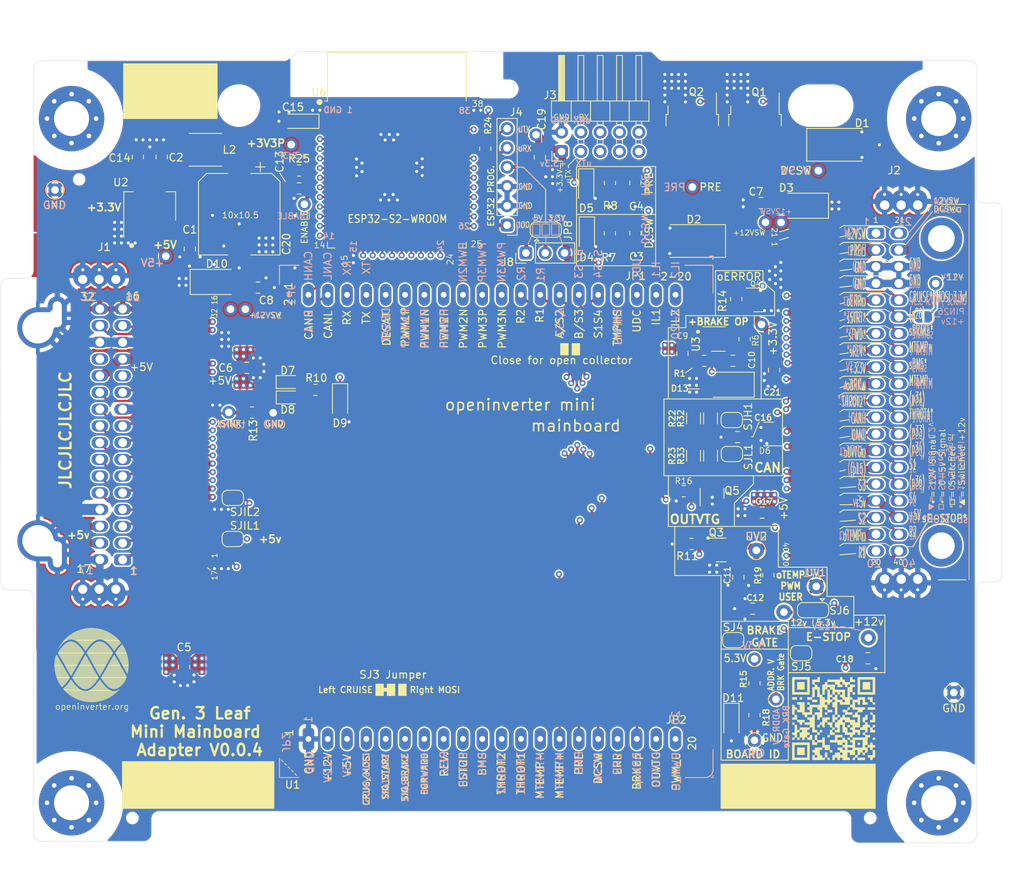
<source format=kicad_pcb>
(kicad_pcb (version 20221018) (generator pcbnew)
  (layers (0 "F.Cu" signal "F1.Cu") (1 "In1.Cu" signal "In2PWR.Cu") (2 "In2.Cu" signal "In3SIG.Cu") (31 "B.Cu" signal "B4.Cu") (34 "B.Paste" user) (35 "F.Paste" user) (36 "B.SilkS" user "B.Silkscreen") (37 "F.SilkS" user "F.Silkscreen") (38 "B.Mask" user) (39 "F.Mask" user) (44 "Edge.Cuts" user))
  (net 0 "")
  (net 1 "DCSW")
  (net 2 "GND")
  (net 3 "PRE")
  (net 4 "+3V3")
  (net 5 "+5V")
  (net 6 "SIG_START")
  (net 7 "SIG_BRAKE")
  (net 8 "SIG_FORWARD")
  (net 9 "SIG_REVERSE")
  (net 10 "SIG_EMCYSTOP")
  (net 11 "THROTTLE2")
  (net 12 "THROTTLE1")
  (net 13 "MTEMP-")
  (net 14 "MTEMP+")
  (net 15 "OUT_PRE")
  (net 16 "OUT_DCSW")
  (net 17 "SCK")
  (net 18 "MISO")
  (net 19 "CS_ADC")
  (net 20 "DESAT")
  (net 21 "PWM1P")
  (net 22 "PWM1N")
  (net 23 "PWM2P")
  (net 24 "PWM2N")
  (net 25 "PWM3P")
  (net 26 "PWM3N")
  (net 27 "R2")
  (net 28 "IL1")
  (net 29 "IL2")
  (net 30 "Net-(U3-CT)")
  (net 31 "USART_TX")
  (net 32 "USART_RX")
  (net 33 "Net-(U6-EN)")
  (net 34 "+12VSW")
  (net 35 "T_SINK")
  (net 36 "SIG_BMS")
  (net 37 "ENC_B{slash}S3")
  (net 38 "ENC_A{slash}S2")
  (net 39 "OUT_TEMP")
  (net 40 "IGBTDRV_FAULT")
  (net 41 "Net-(SJH1-B)")
  (net 42 "U_DC-LINK")
  (net 43 "IGBTDRV_UVLO")
  (net 44 "ENC_Z{slash}R1")
  (net 45 "Net-(D7-A)")
  (net 46 "Net-(J1-Pin_2)")
  (net 47 "Net-(J1-Pin_4)")
  (net 48 "unconnected-(J1-Pin_5-Pad5)")
  (net 49 "unconnected-(J1-Pin_12-Pad12)")
  (net 50 "unconnected-(J1-Pin_15-Pad15)")
  (net 51 "unconnected-(J1-Pin_21-Pad21)")
  (net 52 "unconnected-(J1-Pin_23-Pad23)")
  (net 53 "unconnected-(J1-Pin_29-Pad29)")
  (net 54 "unconnected-(J1-Pin_31-Pad31)")
  (net 55 "unconnected-(J2-Pin_15-Pad15)")
  (net 56 "unconnected-(J2-Pin_31-Pad31)")
  (net 57 "unconnected-(J2-Pin_33-Pad33)")
  (net 58 "unconnected-(J2-Pin_34-Pad34)")
  (net 59 "unconnected-(J2-Pin_36-Pad36)")
  (net 66 "Net-(J4-Pin_1)")
  (net 67 "Net-(J4-Pin_4)")
  (net 68 "Net-(U3-QOD)")
  (net 69 "Net-(SJH1-A)")
  (net 70 "Net-(SJL1-A)")
  (net 71 "Net-(U6-TXD0{slash}IO1)")
  (net 72 "Net-(SJ4-B)")
  (net 73 "unconnected-(U6-SENSOR_VP-Pad4)")
  (net 74 "unconnected-(U6-SENSOR_VN-Pad5)")
  (net 75 "unconnected-(U6-IO34-Pad6)")
  (net 76 "unconnected-(U6-IO35-Pad7)")
  (net 77 "unconnected-(U6-IO32-Pad8)")
  (net 78 "unconnected-(U6-IO33-Pad9)")
  (net 79 "unconnected-(U6-IO25-Pad10)")
  (net 80 "unconnected-(U6-IO26-Pad11)")
  (net 81 "unconnected-(U6-IO27-Pad12)")
  (net 82 "unconnected-(U6-IO14-Pad13)")
  (net 83 "unconnected-(U6-IO12-Pad14)")
  (net 84 "unconnected-(U6-IO13-Pad16)")
  (net 85 "unconnected-(U6-SHD{slash}SD2-Pad17)")
  (net 86 "unconnected-(U6-SWP{slash}SD3-Pad18)")
  (net 87 "unconnected-(U6-SCS{slash}CMD-Pad19)")
  (net 88 "unconnected-(U6-SCK{slash}CLK-Pad20)")
  (net 89 "PWM_USER")
  (net 90 "+3.3VP")
  (net 91 "EXT_OUT_BRAKE")
  (net 92 "OUT_ERR")
  (net 93 "OUT_OUVTG")
  (net 94 "unconnected-(U6-SDO{slash}SD0-Pad21)")
  (net 95 "unconnected-(U6-SDI{slash}SD1-Pad22)")
  (net 100 "unconnected-(U6-IO15-Pad23)")
  (net 101 "CANL -")
  (net 102 "CANH +")
  (net 103 "CRUISE")
  (net 104 "unconnected-(U6-IO2-Pad24)")
  (net 105 "unconnected-(U6-IO4-Pad26)")
  (net 106 "unconnected-(U6-IO16-Pad27)")
  (net 107 "S1")
  (net 108 "unconnected-(U6-IO17-Pad28)")
  (net 109 "unconnected-(U6-IO5-Pad29)")
  (net 110 "unconnected-(U6-IO18-Pad30)")
  (net 111 "unconnected-(U6-IO19-Pad31)")
  (net 112 "unconnected-(U6-NC-Pad32)")
  (net 113 "unconnected-(U6-IO21-Pad33)")
  (net 114 "PWM_V")
  (net 115 "unconnected-(U6-IO22-Pad36)")
  (net 116 "unconnected-(U6-IO23-Pad37)")
  (net 117 "PIN26")
  (footprint "Diode_SMD:D_SMB_Handsoldering" (layer "F.Cu") (at 181.245 53.45)
    (fp_text reference "D1")
    (fp_text value "D_Zener")
  )
  (footprint "Diode_SMD:D_SMB_Handsoldering" (layer "F.Cu") (at 161.38 66.1 180)
    (fp_text reference "D2")
    (fp_text value "D_Zener")
  )
  (footprint "Package_TO_SOT_SMD:SOT-223-3_TabPin2" (layer "F.Cu") (at 90.28 61.53 90)
    (fp_text reference "U2")
    (fp_text value "AP1117-33")
  )
  (footprint "OpenInverter Library:OPENINVERTER_MINI_MAINBOARD" (layer "F.Cu") (at 134 102.39 90)
    (fp_text reference "U1")
    (fp_text value "OpenInverter_Mini_Mainboard-openinverter_mini_mainboard")
  )
  (footprint "MountingHole:MountingHole_4.3mm_M4_Pad_Via" (layer "F.Cu") (at 80 50)
    (fp_text reference "H1" hide)
    (fp_text value "MountingHole_Pad")
  )
  (footprint "MountingHole:MountingHole_4.3mm_M4_Pad_Via" (layer "F.Cu") (at 194 50)
    (fp_text reference "H2" hide)
    (fp_text value "MountingHole_Pad")
  )
  (footprint "MountingHole:MountingHole_4.3mm_M4_Pad_Via" (layer "F.Cu") (at 80 140)
    (fp_text reference "H3" hide)
    (fp_text value "MountingHole_Pad")
  )
  (footprint "MountingHole:MountingHole_4.3mm_M4_Pad_Via" (layer "F.Cu") (at 194 140)
    (fp_text reference "H4" hide)
    (fp_text value "MountingHole_Pad")
  )
  (footprint "MountingHole:MountingHole_4.3mm_M4" (layer "F.Cu") (at 178.5 48.3)
    (fp_text reference "H5" hide)
    (fp_text value "MountingHole")
  )
  (footprint "MountingHole:MountingHole_4.3mm_M4" (layer "F.Cu") (at 102 48.3)
    (fp_text reference "H6" hide)
    (fp_text value "MountingHole")
  )
  (footprint "Connector_PinHeader_2.54mm:PinHeader_1x06_P2.54mm_Vertical" (layer "F.Cu") (at 137.26 64.01 180)
    (fp_text reference "J4")
    (fp_text value "Conn_01x06_Male")
  )
  (footprint "JLCPCB:Tooling_Hole" (layer "F.Cu") (at 81 58)
    (fp_text reference "REF**" hide)
    (fp_text value "JLCPCB_Tooling_Hole")
  )
  (footprint "Package_TO_SOT_SMD:SOT-23" (layer "F.Cu") (at 171.65 91.49 180)
    (fp_text reference "D6")
    (fp_text value "SP0502BAHT")
  )
  (footprint "Resistor_SMD:R_0805_2012Metric_Pad1.20x1.40mm_HandSolder" (layer "F.Cu") (at 150.780428 58.478503 90)
    (fp_text reference "R8")
    (fp_text value "10K")
  )
  (footprint "Resistor_SMD:R_0805_2012Metric_Pad1.20x1.40mm_HandSolder" (layer "F.Cu") (at 163.17 81.86 180)
    (fp_text reference "R1")
    (fp_text value "DNP")
  )
  (footprint "Resistor_SMD:R_0805_2012Metric_Pad1.20x1.40mm_HandSolder" (layer "F.Cu") (at 167.38 73.73 90)
    (fp_text reference "R14")
    (fp_text value "10K")
  )
  (footprint "Resistor_SMD:R_0805_2012Metric_Pad1.20x1.40mm_HandSolder" (layer "F.Cu") (at 171.61 110.05 -90)
    (fp_text reference "R19")
    (fp_text value "DNP")
  )
  (footprint "TestPoint:TestPoint_THTPad_D2.0mm_Drill1.0mm" (layer "F.Cu") (at 170.03 106.79)
    (fp_text reference "UV2")
    (fp_text value "TestPoint")
  )
  (footprint "Package_TO_SOT_SMD:SOT-23" (layer "F.Cu") (at 165.41 106.74)
    (fp_text reference "Q3")
    (fp_text value "IRLML0100TRPBF")
  )
  (footprint "Jumper:SolderJumper-2_P1.3mm_Open_RoundedPad1.0x1.5mm" (layer "F.Cu") (at 175.92 120.32)
    (fp_text reference "SJ5")
    (fp_text value "SolderJumper_2_Bridged")
  )
  (footprint "Resistor_SMD:R_0805_2012Metric_Pad1.20x1.40mm_HandSolder" (layer "F.Cu") (at 161.51625 105.95)
    (fp_text reference "R11")
    (fp_text value "10K")
  )
  (footprint "JLCPCB:Tooling_Hole" (layer "F.Cu") (at 88 142)
    (fp_text reference "REF**" hide)
    (fp_text value "JLCPCB_Tooling_Hole")
  )
  (footprint "TestPoint:TestPoint_THTPad_D2.0mm_Drill1.0mm" (layer "F.Cu") (at 77.82 59.38 180)
    (fp_text reference "TP_GND1" hide)
    (fp_text value "TestPoint")
  )
  (footprint "Package_TO_SOT_SMD:SOT-23-6_Handsoldering" (layer "F.Cu") (at 165.04 78.99)
    (fp_text reference "U3")
    (fp_text value "TPS22810DBVR")
  )
  (footprint "Resistor_SMD:R_0805_2012Metric_Pad1.20x1.40mm_HandSolder" (layer "F.Cu") (at 169.78 128.47 -90)
    (fp_text reference "R18")
    (fp_text value "4K7 1pct.")
  )
  (footprint "Diode_SMD:D_SMA" (layer "F.Cu") (at 99 71.49)
    (fp_text reference "D10")
    (fp_text value "SMAJ15CA-TP")
  )
  (footprint "Resistor_SMD:R_0805_2012Metric_Pad1.20x1.40mm_HandSolder" (layer "F.Cu") (at 112.07 85.68)
    (fp_text reference "R10")
    (fp_text value "470R")
  )
  (footprint "Capacitor_SMD:C_0805_2012Metric_Pad1.18x1.45mm_HandSolder" (layer "F.Cu") (at 160.31 80.92 90)
    (fp_text reference "C9")
    (fp_text value "1uF")
  )
  (footprint "MountingHole:MountingHole_5.3mm_M5" (layer "F.Cu") (at 135.87 46.1)
    (fp_text reference "REF**" hide)
    (fp_text value "MountingHole_5.3mm_M5")
  )
  (footprint "TestPoint:TestPoint_THTPad_D2.0mm_Drill1.0mm" (layer "F.Cu") (at 195.99 125.5 180)
    (fp_text reference "TP_GND1" hide)
    (fp_text value "TestPoint")
  )
  (footprint "Capacitor_SMD:C_0805_2012Metric_Pad1.18x1.45mm_HandSolder" (layer "F.Cu") (at 184.69 120.99)
    (fp_text reference "C18")
    (fp_text value "1uF")
  )
  (footprint "Gen 3 Leaf Adapter:Gen 3 Leaf Wiki QR2" (layer "F.Cu") (at 180.213651 128.99095)
    (fp_text reference "G***" hide)
    (fp_text value "LOGO" hide)
  )
  (footprint "TestPoint:TestPoint_THTPad_D2.0mm_Drill1.0mm" (layer "F.Cu") (at 169.78 131.78)
    (fp_text reference "TP_GND2" hide)
    (fp_text value "TestPoint")
  )
  (footprint "Fiducial:Fiducial_1mm_Mask2mm" (layer "F.Cu") (at 77.5 129)
    (fp_text reference "FID1" hide)
    (fp_text value "Fiducial")
  )
  (footprint "Capacitor_SMD:C_0805_2012Metric_Pad1.18x1.45mm_HandSolder" (layer "F.Cu") (at 109.9225 59.19)
    (fp_text reference "C13")
    (fp_text value "100nF")
  )
  (footprint "Jumper:SolderJumper-2_P1.3mm_Open_RoundedPad1.0x1.5mm" (layer "F.Cu") (at 101.2 105.3 180)
    (fp_text reference "SJIL1")
    (fp_text value "SolderJumper_2_Open")
  )
  (footprint "Fiducial:Fiducial_1mm_Mask2mm" (layer "F.Cu") (at 77 63.5)
    (fp_text reference "FID3" hide)
    (fp_text value "Fiducial")
  )
  (footprint "Capacitor_SMD:C_0805_2012Metric_Pad1.18x1.45mm_HandSolder" (layer "F.Cu") (at 169.5325 114.47)
    (fp_text reference "C12")
    (fp_text value "1uF")
  )
  (footprint "Capacitor_SMD:C_0805_2012Metric_Pad1.18x1.45mm_HandSolder" (layer "F.Cu") (at 95.55 67.15 -90)
    (fp_text reference "C1")
    (fp_text value "1uF")
  )
  (footprint "OpenInverter Library:Inductor_Sunlord_4030" (layer "F.Cu") (at 97.6 54.1)
    (fp_text reference "L2")
    (fp_text value "10uH")
  )
  (footprint "Capacitor_SMD:C_0805_2012Metric_Pad1.18x1.45mm_HandSolder" (layer "F.Cu") (at 88.72 55.0475 90)
    (fp_text reference "C14")
    (fp_text value "1uF")
  )
  (footprint "Resistor_SMD:R_1206_3216Metric_Pad1.30x1.75mm_HandSolder" (layer "F.Cu") (at 164.01 89.44 -90)
    (fp_text reference "R32")
    (fp_text value "120R  .5pct  0.125W+")
  )
  (footprint "Resistor_SMD:R_0805_2012Metric_Pad1.20x1.40mm_HandSolder" (layer "F.Cu") (at 134.39 53.94 90)
    (fp_text reference "R24")
    (fp_text value "499R")
  )
  (footprint "Capacitor_Tantalum_SMD:CP_EIA-3216-18_Kemet-A_Pad1.58x1.35mm_HandSolder" (layer "F.Cu") (at 110.04 50.35 180)
    (fp_text reference "C15")
    (fp_text value "10uF T")
  )
  (footprint "Package_TO_SOT_SMD:TO-252-2" (layer "F.Cu") (at 169.85 51.92 -90)
    (fp_text reference "Q1")
    (fp_text value "Q_NMOS_GDS")
  )
  (footprint "Diode_SMD:D_SOD-123" (layer "F.Cu") (at 147.75 65.19 -90)
    (fp_text reference "D4")
    (fp_text value "MM1Z3B3")
  )
  (footprint "Resistor_SMD:R_0805_2012Metric_Pad1.20x1.40mm_HandSolder" (layer "F.Cu") (at 109.9125 56.83)
    (fp_text reference "R25")
    (fp_text value "4K7 1pct.")
  )
  (footprint "Diode_SMD:D_SOD-123" (layer "F.Cu") (at 166.75 129.16 -90)
    (fp_text reference "D11")
    (fp_text value "MM1Z3B3")
  )
  (footprint "Package_TO_SOT_SMD:SOT-23" (layer "F.Cu") (at 164.2 99.28 90)
    (fp_text reference "Q5")
    (fp_text value "IRLML0100TRPBF")
  )
  (footprint "TestPoint:TestPoint_THTPad_D2.0mm_Drill1.0mm" (layer "F.Cu") (at 173.65 114.92)
    (fp_text reference "UV3" hide)
    (fp_text value "TestPoint")
  )
  (footprint "JLCPCB:Tooling_Hole" (layer "F.Cu") (at 185 142)
    (fp_text reference "REF**" hide)
    (fp_text value "JLCPCB_Tooling_Hole")
  )
  (footprint "Package_TO_SOT_SMD:TO-252-2" (layer "F.Cu") (at 161.6 51.92 -90)
    (fp_text reference "Q2")
    (fp_text value "Q_NMOS_GDS")
  )
  (footprint "Jumper:SolderJumper-2_P1.3mm_Open_RoundedPad1.0x1.5mm" (layer "F.Cu") (at 166.80125 89.65125)
    (fp_text reference "SJH1")
    (fp_text value "SolderJumper_2_Open")
  )
  (footprint "Jumper:SolderJumper-2_P1.3mm_Open_RoundedPad1.0x1.5mm" (layer "F.Cu") (at 166.81125 94.12125)
    (fp_text reference "SJL1")
    (fp_text value "SolderJumper_2_Open")
  )
  (footprint "Package_TO_SOT_SMD:SOT-23" (layer "F.Cu") (at 170.34 73.85)
    (fp_text reference "Q4")
    (fp_text value "IRLML0100TRPBF")
  )
  (footprint "Fiducial:Fiducial_1mm_Mask2mm" (layer "F.Cu") (at 196.41 121.99)
    (fp_text reference "FID2" hide)
    (fp_text value "Fiducial")
  )
  (footprint "Capacitor_SMD:C_0805_2012Metric_Pad1.18x1.45mm_HandSolder" (layer "F.Cu") (at 170.63 61.12 180)
    (fp_text reference "C7")
    (fp_text value "100nF")
  )
  (footprint "Capacitor_SMD:C_0805_2012Metric_Pad1.18x1.45mm_HandSolder" (layer "F.Cu") (at 166.95 81.85 180)
    (fp_text reference "C10")
    (fp_text value "DNP")
  )
  (footprint "Capacitor_SMD:C_0805_2012Metric_Pad1.18x1.45mm_HandSolder" (layer "F.Cu") (at 170.79 101.83 180)
    (fp_text reference "C17")
    (fp_text value "10uF")
  )
  (footprint "RF_Module:ESP32-WROOM-32" (layer "F.Cu") (at 122.765 57.145)
    (fp_text reference "U6")
    (fp_text value "ESP32-S2-WROOM")
  )
  (footprint "Resistor_SMD:R_0805_2012Metric_Pad1.20x1.40mm_HandSolder" (layer "F.Cu") (at 160.49 99.01)
    (fp_text reference "R16")
    (fp_text value "10K")
  )
  (footprint "Diode_SMD:D_SOD-123" (layer "F.Cu") (at 147.660522 58.85277 -90)
    (fp_text reference "D5")
    (fp_text value "MM1Z3B3")
  )
  (footprint "Capacitor_SMD:C_0805_2012Metric_Pad1.18x1.45mm_HandSolder" (layer "F.Cu") (at 154.128932 65.076742 -90)
    (fp_text reference "C3")
    (fp_text value "100nF")
  )
  (footprint "Diode_SMD:D_SOD-323" (layer "F.Cu") (at 108.4 84.65)
    (fp_text reference "D7")
    (fp_text value "1N5819WS Schottky")
  )
  (footprint "Jumper:SolderJumper-3_P1.3mm_Open_RoundedPad1.0x1.5mm" (layer "F.Cu") (at 142.35 64.61)
    (fp_text reference "JP8")
    (fp_text value "Jumper_3_Open")
  )
  (footprint "Nissan Internal Inverter Connectors:32 Pin Internal Nissan Inverter Connector Merged Footprints - Handsolder" (layer "F.Cu") (at 83.97 91.53 180)
    (fp_text reference "J1")
    (fp_text value "Conn_02x16_Top_Bottom_MountingPin")
  )
  (footprint "Resistor_SMD:R_0805_2012Metric_Pad1.20x1.40mm_HandSolder" (layer "F.Cu") (at 103.72 88.67 180)
    (fp_text reference "R13")
    (fp_text value "1k2")
  )
  (footprint "Resistor_SMD:R_0805_2012Metric_Pad1.20x1.40mm_HandSolder" (layer "F.Cu") (at 150.768932 65.1 90)
    (fp_text reference "R7")
    (fp_text value "10K")
  )
  (footprint "Open_Inverter:OI_LOGO" (layer "F.Cu") (at 77.7675 126.7425)
    (fp_text reference "U$2" hide)
    (fp_text value "" hide)
  )
  (footprint "Capacitor_SMD:C_0805_2012Metric_Pad1.18x1.45mm_HandSolder" (layer "F.Cu") (at 172.36 83.09 -90)
    (fp_text reference "C21")
    (fp_text value "10uF")
  )
  (footprint "TestPoint:TestPoint_THTPad_D2.0mm_Drill1.0mm" (layer "F.Cu") (at 184.75 118.3)
    (fp_text reference "TP12" hide)
    (fp_text value "TestPoint")
  )
  (footprint "Connector_PinHeader_2.54mm:PinHeader_2x05_P2.54mm_Horizontal" (layer "F.Cu") (at 144.42 54.33 90)
    (fp_text reference "J3")
    (fp_text value "Conn_02x05_Odd_Even")
  )
  (footprint "Nissan Internal Inverter Connectors:TE_1318384-2_Dual_FP" (layer "F.Cu") (at 188.4725 85.98)
    (fp_text reference "J2")
    (fp_text value "Conn_02x20_Top_Bottom_MountingPin")
  )
  (footprint "Jumper:SolderJumper-2_P1.3mm_Bridged_RoundedPad1.0x1.5mm" (layer "F.Cu") (at 166.98 118.6 180)
    (fp_text reference "SJ4")
    (fp_text value "SolderJumper_2_Bridged")
  )
  (footprint "Capacitor_SMD:C_0805_2012Metric_Pad1.18x1.45mm_HandSolder" (layer "F.Cu") (at 154.119971 58.45 -90)
    (fp_text reference "C4")
    (fp_text value "100nF")
  )
  (footprint "Jumper:SolderJumper-2_P1.3mm_Open_RoundedPad1.0x1.5mm" (layer "F.Cu") (at 101.2 99.9 180)
    (fp_text reference "SJIL2")
    (fp_text value "SolderJumper_2_Open")
  )
  (footprint "Capacitor_SMD:C_0805_2012Metric_Pad1.18x1.45mm_HandSolder" (layer "F.Cu") (at 94.795 122.145 -90)
    (fp_text reference "C5")
    (fp_text value "10uF")
  )
  (footprint "Diode_SMD:D_SOD-123" (layer "F.Cu") (at 115.3 87.12 -90)
    (fp_text reference "D9")
    (fp_text value "MM1Z3B3")
  )
  (footprint "Capacitor_SMD:C_0805_2012Metric_Pad1.18x1.45mm_HandSolder" (layer "F.Cu") (at 104.51 72.23)
    (fp_text reference "C8")
    (fp_text value "100nF")
  )
  (footprint "TestPoint:TestPoint_THTPad_D2.0mm_Drill1.0mm" (layer "F.Cu") (at 177.9 111.54 180)
    (fp_text reference "UV1")
    (fp_text value "TestPoint")
  )
  (footprint "Diode_SMD:D_SOD-323" (layer "F.Cu") (at 108.41 86.68)
    (fp_text reference "D8")
    (fp_text value "1N5819WS Schottky")
  )
  (footprint "Resistor_SMD:R_1206_3216Metric_Pad1.30x1.75mm_HandSolder" (layer "F.Cu") (at 161.77 89.44 -90)
    (fp_text reference "R22")
    (fp_text value "120R  .5pct  0.125W+")
  )
  (footprint "Diode_SMD:D_SMA" (layer "F.Cu") (at 166.35 85 180)
    (fp_text reference "D13")
    (fp_text value "SMAJ15CA-TP")
  )
  (footprint "Capacitor_SMD:C_0805_2012Metric_Pad1.18x1.45mm_HandSolder" (layer "F.Cu") (at 141.57 55.085 90)
    (fp_text reference "C19")
    (fp_text value "DNP")
  )
  (footprint "Resistor_SMD:R_1206_3216Metric_Pad1.30x1.75mm_HandSolder" (layer "F.Cu") (at 161.77 94.35 90)
    (fp_text reference "R23")
    (fp_text value "120R  .5pct  0.125W+")
  )
  (footprint "Diode_SMD:D_SMA" (layer "F.Cu") (at 176.11 61.46 180)
    (fp_text reference "D3")
    (fp_text value "SMAJ15CA-TP")
  )
  (footprint "TestPoint:TestPoint_THTPad_D2.0mm_Drill1.0mm" (layer "F.Cu") (at 172.61 126.38)
    (fp_text reference "TP_A1" hide)
    (fp_text value "TestPoint")
  )
  (footprint "Capacitor_SMD:C_0805_2012Metric_Pad1.18x1.45mm_HandSolder" (layer "F.Cu") (at 91.85 55.04 90)
    (fp_text reference "C2")
    (fp_text value "1uF")
  )
  (footprint "Jumper:SolderJumper-3_P1.3mm_Open_RoundedPad1.0x1.5mm" (layer "F.Cu") (at 177.49 114.66 180)
    (fp_text reference "SJ6")
    (fp_text value "Jumper_3_Open")
  )
  (footprint "Resistor_SMD:R_0805_2012Metric_Pad1.20x1.40mm_HandSolder" (layer "F.Cu") (at 168.48 79.02 -90)
    (fp_text reference "R6")
    (fp_text value "DNP")
  )
  (footprint "Capacitor_SMD:CP_Elec_10x10.5" (layer "F.Cu") (at 102.05 62.58 -90)
    (fp_text reference "C20")
    (fp_text value "220uF A")
  )
  (footprint "Capacitor_SMD:C_0805_2012Metric_Pad1.18x1.45mm_HandSolder" (layer "F.Cu") (at 167.66 110.3425 -90)
    (fp_text reference "C11")
    (fp_text value "100nF")
  )
  (footprint "Connector_PinHeader_2.54mm:PinHeader_1x03_P2.54mm_Vertical" (layer "F.Cu") (at 139.73 67.68 90)
    (fp_text reference "J8")
    (fp_text value "Conn_01x03_Male")
  )
  (footprint "Resistor_SMD:R_0805_2012Metric_Pad1.20x1.40mm_HandSolder" (layer "F.Cu") (at 169.78 124.3 -90)
    (fp_text reference "R15")
    (fp_text value "47K 1pct.")
  )
  (footprint "Capacitor_SMD:C_0805_2012Metric_Pad1.18x1.45mm_HandSolder" (layer "F.Cu") (at 167.55125 91.89125 180)
    (fp_text reference "C16")
    (fp_text value "4.7nF")
  )
  (footprint "TestPoint:TestPoint_THTPad_D2.0mm_Drill1.0mm" (layer "F.Cu") (at 169.78 121.07)
    (fp_text reference "5.3V1" hide)
    (fp_text value "TestPoint")
  )
  (footprint "Resistor_SMD:R_1206_3216Metric_Pad1.30x1.75mm_HandSolder" (layer "F.Cu") (at 164.01 94.35 90)
    (fp_text reference "R33")
    (fp_text value "120R  .5pct  0.125W+")
  )
  (footprint "Capacitor_SMD:C_0805_2012Metric_Pad1.18x1.45mm_HandSolder" (layer "F.Cu") (at 103.03 82.79)
    (fp_text reference "C6")
    (fp_text value "10uF")
  )
  (footprint "Jumper:SolderJumper-2_P1.3mm_Open_RoundedPad1.0x1.5mm" (layer "B.Cu") (at 191.99 76.09)
    (fp_text reference "SJ9" hide)
    (fp_text value "SolderJumper_2_Open")
  )
  (gr_line (start 190.57 106.31) (end 192.63 103) (stroke (width 0.12)) (layer "B.SilkS"))
  (gr_line (start 142.35 59.33) (end 139.4 56.39) (stroke (width 0.12)) (layer "B.SilkS"))
  (gr_line (start 190.18 64.9) (end 193.13 61.31) (stroke (width 0.12)) (layer "B.SilkS"))
  (gr_line (start 190.1 106.31) (end 190.57 106.31) (stroke (width 0.12)) (layer "B.SilkS"))
  (gr_rect (start 143.11 63.855) (end 144.09 65.325) (stroke (width 0.12)) (fill none) (layer "B.SilkS"))
  (gr_rect (start 140.6 63.87) (end 141.58 65.34) (stroke (width 0.12)) (fill none) (layer "B.SilkS"))
  (gr_line (start 144.17 65.46) (end 144.57 66.55) (stroke (width 0.12)) (layer "B.SilkS"))
  (gr_rect (start 141.86 63.865) (end 142.84 65.335) (stroke (width 0.12)) (fill none) (layer "B.SilkS"))
  (gr_line (start 193.39 76.09) (end 194.17 76.09) (stroke (width 0.12)) (layer "B.SilkS"))
  (gr_line (start 140.48 65.46) (end 140.02 66.51) (stroke (width 0.12)) (layer "B.SilkS"))
  (gr_line (start 198 61.29) (end 198 110.65) (stroke (width 0.1)) (layer "B.SilkS"))
  (gr_line (start 142.35 65.335) (end 142.35 66.55) (stroke (width 0.12)) (layer "B.SilkS"))
  (gr_line (start 142.35 59.33) (end 142.35 63.865) (stroke (width 0.12)) (layer "B.SilkS"))
  (gr_line (start 190.03 76.09) (end 190.59 76.09) (stroke (width 0.12)) (layer "B.SilkS"))
  (gr_line (start 174.7 115.63) (end 176.42 116.84) (stroke (width 0.12)) (layer "B.SilkS"))
  (gr_line (start 181.46 116.84) (end 183.72 117.33) (stroke (width 0.12)) (layer "B.SilkS"))
  (gr_line (start 181.46 116.84) (end 181.03 116.84) (stroke (width 0.12)) (layer "B.SilkS"))
  (gr_line (start 139.4 56.39) (end 138.37 56.39) (stroke (width 0.12)) (layer "B.SilkS"))
  (gr_line (start 189.8 66.45) (end 193.18 62.22) (stroke (width 0.12)) (layer "B.SilkS"))
  (gr_line (start 176.42 116.84) (end 177.09 116.84) (stroke (width 0.12)) (layer "B.SilkS"))
  (gr_line (start 172.92 109.01) (end 179.32 109.01) (stroke (width 0.12)) (layer "F.SilkS"))
  (gr_line (start 144.28 56.57) (end 144.28 55.85) (stroke (width 0.12)) (layer "F.SilkS"))
  (gr_line (start 181.49 70.685) (end 181 70.97) (stroke (width 0.12)) (layer "F.SilkS"))
  (gr_line (start 173.1 65.98) (end 174.285 65.62) (stroke (width 0.12)) (layer "F.SilkS"))
  (gr_circle (center 163.666205 105.17) (end 163.82241 105.17) (stroke (width 0.12)) (fill solid) (layer "F.SilkS"))
  (gr_rect (start 86.845 42.79) (end 99.135 49.99) (stroke (width 0.12)) (fill solid) (layer "F.SilkS"))
  (gr_line (start 158.46 103.65) (end 159.3 103.65) (stroke (width 0.12)) (layer "F.SilkS"))
  (gr_line (start 187.56 93.055) (end 186.95 92.685) (stroke (width 0.12)) (layer "F.SilkS"))
  (gr_line (start 179.32 109.01) (end 179.32 112.85) (stroke (width 0.12)) (layer "F.SilkS"))
  (gr_line (start 186.95 75.085) (end 181.49 75.085) (stroke (width 0.12)) (layer "F.SilkS"))
  (gr_line (start 160.75 77.5) (end 158.46 77.5) (stroke (width 0.12)) (layer "F.SilkS"))
  (gr_line (start 181.65 74.21) (end 181.03 74.39) (stroke (width 0.12)) (layer "F.SilkS"))
  (gr_line (start 181.13 87.57) (end 181.03 87.59) (stroke (width 0.12)) (layer "F.SilkS"))
  (gr_line (start 167.14 100.57) (end 169.65 98.05) (stroke (width 0.12)) (layer "F.SilkS"))
  (gr_line (start 187.56 77.655) (end 186.95 77.285) (stroke (width 0.12)) (layer "F.SilkS"))
  (gr_line (start 186.95 99.285) (end 181.49 99.285) (stroke (width 0.12)) (layer "F.SilkS"))
  (gr_line (start 187.56 86.455) (end 186.95 86.085) (stroke (width 0.12)) (layer "F.SilkS"))
  (gr_line (start 182.84 112.86) (end 182.84 116.95) (stroke (width 0.12)) (layer "F.SilkS"))
  (gr_line (start 181.49 72.885) (end 181 73.17) (stroke (width 0.12)) (layer "F.SilkS"))
  (gr_line (start 186.95 77.285) (end 181.49 77.285) (stroke (width 0.12)) (layer "F.SilkS"))
  (gr_line (start 187.56 75.455) (end 186.95 75.085) (stroke (width 0.12)) (layer "F.SilkS"))
  (gr_circle (center 87.9 66.7) (end 88.16 66.71) (stroke (width 0.12)) (fill solid) (layer "F.SilkS"))
  (gr_line (start 181.49 81.685) (end 181 81.97) (stroke (width 0.12)) (layer "F.SilkS"))
  (gr_line (start 142.31 59.3) (end 142.31 63.61) (stroke (width 0.12)) (layer "F.SilkS"))
  (gr_line (start 182.56 72.01) (end 181.03 72.19) (stroke (width 0.12)) (layer "F.SilkS"))
  (gr_line (start 186.93 115.32) (end 186.93 122.88) (stroke (width 0.12)) (layer "F.SilkS"))
  (gr_line (start 181.49 97.085) (end 181 97.37) (stroke (width 0.12)) (layer "F.SilkS"))
  (gr_line (start 181.6 85.21) (end 181.03 85.39) (stroke (width 0.12)) (layer "F.SilkS"))
  (gr_line (start 181.49 66.285) (end 181 66.57) (stroke (width 0.12)) (layer "F.SilkS"))
  (gr_line (start 187.56 104.055) (end 186.95 103.685) (stroke (width 0.12)) (layer "F.SilkS"))
  (gr_line (start 120.58 125.12) (end 121.8 125.12) (stroke (width 0.5)) (layer "F.SilkS"))
  (gr_line (start 186.95 83.885) (end 181.49 83.885) (stroke (width 0.12)) (layer "F.SilkS"))
  (gr_line (start 181.49 105.885) (end 181 106.17) (stroke (width 0.12)) (layer "F.SilkS"))
  (gr_line (start 189.96 106.31) (end 190.65 106.31) (stroke (width 0.12)) (layer "F.SilkS"))
  (gr_circle (center 112.6 47.82) (end 112.94 47.83) (stroke (width 0.12)) (fill solid) (layer "F.SilkS"))
  (gr_line (start 186.95 79.485) (end 181.49 79.485) (stroke (width 0.12)) (layer "F.SilkS"))
  (gr_line (start 172.43 75.92) (end 172.43 72.81) (stroke (width 0.12)) (layer "F.SilkS"))
  (gr_line (start 181.49 77.285) (end 181 77.57) (stroke (width 0.12)) (layer "F.SilkS"))
  (gr_line (start 167.14 100.57) (end 167.14 103.65) (stroke (width 0.12)) (layer "F.SilkS"))
  (gr_line (start 186.95 72.885) (end 181.49 72.885) (stroke (width 0.12)) (layer "F.SilkS"))
  (gr_line (start 146.4 62.61) (end 156.8 62.61) (stroke (width 0.12)) (layer "F.SilkS"))
  (gr_line (start 181.49 83.885) (end 181 84.17) (stroke (width 0.12)) (layer "F.SilkS"))
  (gr_line (start 186.95 86.085) (end 181.49 86.085) (stroke (width 0.12)) (layer "F.SilkS"))
  (gr_rect (start 157.88 86.88) (end 173.47 96.98) (stroke (width 0.12)) (fill none) (layer "F.SilkS"))
  (gr_line (start 186.95 64.085) (end 181.49 64.085) (stroke (width 0.12)) (layer "F.SilkS"))
  (gr_line (start 189.8 66.45) (end 193.18 62.22) (stroke (width 0.12)) (layer "F.SilkS"))
  (gr_line (start 187.56 90.855) (end 186.95 90.485) (stroke (width 0.12)) (layer "F.SilkS"))
  (gr_line (start 160.69 83.46) (end 161.56 82.82) (stroke (width 0.12)) (layer "F.SilkS"))
  (gr_line (start 181.49 101.485) (end 181 101.77) (stroke (width 0.12)) (layer "F.SilkS"))
  (gr_line (start 186.95 66.285) (end 181.49 66.285) (stroke (width 0.12)) (layer "F.SilkS"))
  (gr_line (start 179.32 112.85) (end 182.84 112.85) (stroke (width 0.12)) (layer "F.SilkS"))
  (gr_line (start 186.95 70.685) (end 181.49 70.685) (stroke (width 0.12)) (layer "F.SilkS"))
  (gr_line (start 182.14 80.81) (end 181.03 80.99) (stroke (width 0.12)) (layer "F.SilkS"))
  (gr_line (start 182.84 116.95) (end 174.23 116.95) (stroke (width 0.12)) (layer "F.SilkS"))
  (gr_line (start 158.46 96.98) (end 158.46 103.65) (stroke (width 0.12)) (layer "F.SilkS"))
  (gr_line (start 187.56 79.855) (end 186.95 79.485) (stroke (width 0.12)) (layer "F.SilkS"))
  (gr_line (start 190.18 64.9) (end 193.13 61.31) (stroke (width 0.12)) (layer "F.SilkS"))
  (gr_line (start 169.41 91.84) (end 169.59 91.84) (stroke (width 0.12)) (layer "F.SilkS"))
  (gr_line (start 186.95 90.485) (end 181.49 90.485) (stroke (width 0.12)) (layer "F.SilkS"))
  (gr_line (start 187.56 101.855) (end 186.95 101.485) (stroke (width 0.12)) (layer "F.SilkS"))
  (gr_line (start 186.95 103.685) (end 181.49 103.685) (stroke (width 0.12)) (layer "F.SilkS"))
  (gr_line (start 170.67 78.56) (end 170.67 86.88) (stroke (width 0.12)) (layer "F.SilkS"))
  (gr_line (start 187.56 64.455) (end 186.95 64.085) (stroke (width 0.12)) (layer "F.SilkS"))
  (gr_circle (center 171.4 92.74) (end 171.556205 92.74) (stroke (width 0.12)) (fill solid) (layer "F.SilkS"))
  (gr_line (start 182.05 78.61) (end 181.03 78.79) (stroke (width 0.12)) (layer "F.SilkS"))
  (gr_line (start 183.1 107.21) (end 181.03 107.39) (stroke (width 0.12)) (layer "F.SilkS"))
  (gr_line (start 187.56 66.655) (end 186.95 66.285) (stroke (width 0.12)) (layer "F.SilkS"))
  (gr_line (start 169.76 75.92) (end 169.76 77.46) (stroke (width 0.12)) (layer "F.SilkS"))
  (gr_line (start 198 61.29) (end 198 110.65) (stroke (width 0.1)) (layer "F.SilkS"))
  (gr_line (start 164.65 70) (end 164.65 75.92) (stroke (width 0.12)) (layer "F.SilkS"))
  (gr_line (start 186.95 68.485) (end 181.49 68.485) (stroke (width 0.12)) (layer "F.SilkS"))
  (gr_rect (start 86.7 134.59) (end 106.6 140.73) (stroke (width 0.12)) (fill solid) (layer "F.SilkS"))
  (gr_line (start 169.59 91.84) (end 170.39 89.9) (stroke (width 0.12)) (layer "F.SilkS"))
  (gr_line (start 181.65 76.41) (end 181.03 76.59) (stroke (width 0.12)) (layer "F.SilkS"))
  (gr_line (start 141.8 51.7) (end 141.8 53.1) (stroke (width 0.12)) (layer "F.SilkS"))
  (gr_line (start 182.67 100.77) (end 181.03 100.79) (stroke (width 0.12)) (layer "F.SilkS"))
  (gr_line (start 187.56 84.255) (end 186.95 83.885) (stroke (width 0.12)) (layer "F.SilkS"))
  (gr_line (start 183.12 98.42) (end 181.03 98.59) (stroke (width 0.12)) (layer "F.SilkS"))
  (gr_line (start 181.49 92.685) (end 181 92.97) (stroke (width 0.12)) (layer "F.SilkS"))
  (gr_line (start 160.75 75.92) (end 160.75 77.5) (stroke (width 0.12)) (layer "F.SilkS"))
  (gr_line (start 145.32 56.17) (end 145.32 56.47) (stroke (width 0.12)) (layer "F.SilkS"))
  (gr_line (start 187.56 99.655) (end 186.95 99.285) (stroke (width 0.12)) (layer "F.SilkS"))
  (gr_line (start 187.56 88.655) (end 186.95 88.285) (stroke (width 0.12)) (layer "F.SilkS"))
  (gr_line (start 181.49 64.085) (end 181 64.37) (stroke (width 0.12)) (layer "F.SilkS"))
  (gr_line (start 181.49 75.085) (end 181 75.37) (stroke (width 0.12)) (layer "F.SilkS"))
  (gr_line (start 187.56 73.255) (end 186.95 72.885) (stroke (width 0.12)) (layer "F.SilkS"))
  (gr_line (start 169.65 98.05) (end 169.65 96.98) (stroke (width 0.12)) (layer "F.SilkS"))
  (gr_line (start 165.39 116.125) (end 165.39 110.1) (stroke (width 0.12)) (layer "F.SilkS"))
  (gr_line (start 172.43 75.92) (end 169.76 75.92) (stroke (width 0.12)) (layer "F.SilkS"))
  (gr_line (start 177.48 115.88) (end 177.48 116.74) (stroke (width 0.12)) (layer "F.SilkS"))
  (gr_line (start 187.56 97.455) (end 186.95 97.085) (stroke (width 0.12)) (layer "F.SilkS"))
  (gr_line (start 181.74 96.21) (end 181.03 96.39) (stroke (width 0.12)) (layer "F.SilkS"))
  (gr_rect (start 165.39 134.92) (end 185.65 140.73) (stroke (width 0.12)) (fill solid) (layer "F.SilkS"))
  (gr_line (start 182.04 82.96) (end 181.03 83.19) (stroke (width 0.12)) (layer "F.SilkS"))
  (gr_line (start 181.49 68.485) (end 181 68.77) (stroke (width 0.12)) (layer "F.SilkS"))
  (gr_line (start 97.88 109.08) (end 98.23 109.38) (stroke (width 0.12)) (layer "F.SilkS"))
  (gr_line (start 181.49 86.085) (end 181 86.37) (stroke (width 0.12)) (layer "F.SilkS"))
  (gr_line (start 161.005 85.56) (end 162.52 85.56) (stroke (width 0.12)) (layer "F.SilkS"))
  (gr_rect (start 165.39 119.785) (end 174.23 134.395) (stroke (width 0.12)) (fill none) (layer "F.SilkS"))
  (gr_circle (center 170.56 72.61) (end 170.716205 72.61) (stroke (width 0.12)) (fill solid) (layer "F.SilkS"))
  (gr_line (start 139.4 56.39) (end 142.31 59.3) (stroke (width 0.12)) (layer "F.SilkS"))
  (gr_line (start 182.58 69.81) (end 181.03 69.99) (stroke (width 0.12)) (layer "F.SilkS"))
  (gr_line (start 186.93 122.88) (end 174.28 122.88) (stroke (width 0.12)) (layer "F.SilkS"))
  (gr_line (start 186.95 92.685) (end 181.49 92.685) (stroke (width 0.12)) (layer "F.SilkS"))
  (gr_line (start 186.93 115.32) (end 182.84 115.32) (stroke (width 0.12)) (layer "F.SilkS"))
  (gr_line (start 107.36 57.15) (end 108.105 58.295) (stroke (width 0.12)) (layer "F.SilkS"))
  (gr_line (start 186.95 101.485) (end 181.49 101.485) (stroke (width 0.12)) (layer "F.SilkS"))
  (gr_line (start 169.76 75.92) (end 160.75 75.92) (stroke (width 0.12)) (layer "F.SilkS"))
  (gr_line (start 186.95 94.885) (end 181.49 94.885) (stroke (width 0.12)) (layer "F.SilkS"))
  (gr_line (start 158.46 77.5) (end 158.46 86.88) (stroke (width 0.12)) (layer "F.SilkS"))
  (gr_line (start 181.49 90.485) (end 181 90.77) (stroke (width 0.12)) (layer "F.SilkS"))
  (gr_circle (center 162.36 78.03) (end 162.56 78.02) (stroke (width 0.12)) (fill solid) (layer "F.SilkS"))
  (gr_line (start 159.3 103.65) (end 159.3 110.1) (stroke (width 0.12)) (layer "F.SilkS"))
  (gr_line (start 187.56 68.855) (end 186.95 68.485) (stroke (width 0.12)) (layer "F.SilkS"))
  (gr_rect (start 146.39 56.31) (end 156.79 69.36) (stroke (width 0.12)) (fill none) (layer "F.SilkS"))
  (gr_line (start 165.39 110.1) (end 159.3 110.1) (stroke (width 0.12)) (layer "F.SilkS"))
  (gr_rect (start 165.39 116.125) (end 174.23 119.785) (stroke (width 0.12)) (fill none) (layer "F.SilkS"))
  (gr_line (start 187.56 106.255) (end 186.95 105.885) (stroke (width 0.12)) (layer "F.SilkS"))
  (gr_line (start 186.95 81.685) (end 181.49 81.685) (stroke (width 0.12)) (layer "F.SilkS"))
  (gr_line (start 186.95 105.885) (end 181.49 105.885) (stroke (width 0.12)) (layer "F.SilkS"))
  (gr_line (start 172.92 103.65) (end 172.92 109.01) (stroke (width 0.12)) (layer "F.SilkS"))
  (gr_line (start 170.9 70) (end 164.65 70) (stroke (width 0.12)) (layer "F.SilkS"))
  (gr_line (start 181.49 88.285) (end 181 88.57) (stroke (width 0.12)) (layer "F.SilkS"))
  (gr_line (start 181.23 105.16) (end 181.03 105.19) (stroke (width 0.12)) (layer "F.SilkS"))
  (gr_line (start 181.49 103.685) (end 181 103.97) (stroke (width 0.12)) (layer "F.SilkS"))
  (gr_line (start 181.74 65.41) (end 181.03 65.59) (stroke (width 0.12)) (layer "F.SilkS"))
  (gr_line (start 181.28 94.14) (end 181.03 94.19) (stroke (width 0.12)) (layer "F.SilkS"))
  (gr_line (start 186.95 88.285) (end 181.49 88.285) (stroke (width 0.12)) (layer "F.SilkS"))
  (gr_line (start 186.95 97.085) (end 181.49 97.085) (stroke (width 0.12)) (layer "F.SilkS"))
  (gr_line (start 170.67 78.56) (end 169.76 77.46) (stroke (width 0.12)) (layer "F.SilkS"))
  (gr_line (start 181.49 79.485) (end 181 79.77) (stroke (width 0.12)) (layer "F.SilkS"))
  (gr_line (start 181.49 94.885) (end 181 95.17) (stroke (width 0.12)) (layer "F.SilkS"))
  (gr_line (start 145.32 56.17) (end 146.3 55.17) (stroke (width 0.12)) (layer "F.SilkS"))
  (gr_line (start 138.605 56.39) (end 139.4 56.39) (stroke (width 0.12)) (layer "F.SilkS"))
  (gr_line (start 183.06 102.82) (end 181.03 102.99) (stroke (width 0.12)) (layer "F.SilkS"))
  (gr_line (start 187.56 95.255) (end 186.95 94.885) (stroke (width 0.12)) (layer "F.SilkS"))
  (gr_line (start 190.65 106.31) (end 192.37 103.235) (stroke (width 0.12)) (layer "F.SilkS"))
  (gr_line (start 170.9 71.5) (end 170.9 70) (stroke (width 0.12)) (layer "F.SilkS"))
  (gr_line (start 182.22 89.61) (end 181.03 89.79) (stroke (width 0.12)) (layer "F.SilkS"))
  (gr_line (start 159.3 103.65) (end 172.92 103.65) (stroke (width 0.12)) (layer "F.SilkS"))
  (gr_line (start 181.49 99.285) (end 181 99.57) (stroke (width 0.12)) (layer "F.SilkS"))
  (gr_line (start 173.1 64.9) (end 174.285 64.54) (stroke (width 0.12)) (layer "F.SilkS"))
  (gr_line (start 182.11 67.61) (end 181.03 67.79) (stroke (width 0.12)) (layer "F.SilkS"))
  (gr_line (start 172.43 72.81) (end 170.9 71.5) (stroke (width 0.12)) (layer "F.SilkS"))
  (gr_line (start 187.56 71.055) (end 186.95 70.685) (stroke (width 0.12)) (layer "F.SilkS"))
  (gr_line (start 182.29 91.81) (end 181.03 91.99) (stroke (width 0.12)) (layer "F.SilkS"))
  (gr_line (start 187.56 82.055) (end 186.95 81.685) (stroke (width 0.12)) (layer "F.SilkS"))
  (gr_line (start 182.5 144.25) (end 182.5 142.1) (stroke (width 0.05)) (layer "Edge.Cuts"))
  (gr_line (start 156.47251 41.44603) (end 157.2 42.15397) (stroke (width 0.05)) (layer "Edge.Cuts"))
  (gr_line (start 71.7 71) (end 74 71) (stroke (width 0.05)) (layer "Edge.Cuts"))
  (gr_line (start 199 144.25) (end 199 111.775) (stroke (width 0.05)) (layer "Edge.Cuts"))
  (gr_line (start 76 145.042893) (end 89.5 145.042893) (stroke (width 0.05)) (layer "Edge.Cuts"))
  (gr_arc (start 75 43.4) (mid 75.292893 42.692893) (end 76 42.4) (stroke (width 0.05)) (layer "Edge.Cuts"))
  (gr_arc (start 75 70) (mid 74.707107 70.707107) (end 74 71) (stroke (width 0.05)) (layer "Edge.Cuts"))
  (gr_arc (start 199.8 61.1) (mid 199.234315 60.865685) (end 199 60.3) (stroke (width 0.05)) (layer "Edge.Cuts"))
  (gr_arc (start 70.7 72) (mid 70.992893 71.292893) (end 71.7 71) (stroke (width 0.05)) (layer "Edge.Cuts"))
  (gr_line (start 157.79397 42.4) (end 198.1 42.4) (stroke (width 0.05)) (layer "Edge.Cuts"))
  (gr_arc (start 90.5 142.1) (mid 90.792893 141.392893) (end 91.5 141.1) (stroke (width 0.05)) (layer "Edge.Cuts"))
  (gr_line (start 76 42.4) (end 107.974942 42.4) (stroke (width 0.05)) (layer "Edge.Cuts"))
  (gr_line (start 110.024286 41.2) (end 155.87854 41.2) (stroke (width 0.05)) (layer "Edge.Cuts"))
  (gr_line (start 199.8 61.1) (end 201.5 61.1) (stroke (width 0.05)) (layer "Edge.Cuts"))
  (gr_arc (start 90.5 144.042893) (mid 90.207107 144.75) (end 89.5 145.042893) (stroke (width 0.05)) (layer "Edge.Cuts"))
  (gr_line (start 75 70) (end 75 43.4) (stroke (width 0.05)) (layer "Edge.Cuts"))
  (gr_arc (start 202.3 110.175) (mid 202.065685 110.740685) (end 201.5 110.975) (stroke (width 0.05)) (layer "Edge.Cuts"))
  (gr_line (start 109.425744 41.451486) (end 108.574942 42.15) (stroke (width 0.05)) (layer "Edge.Cuts"))
  (gr_line (start 181.5 141.1) (end 91.5 141.1) (stroke (width 0.05)) (layer "Edge.Cuts"))
  (gr_line (start 70.71 111) (end 70.7 72) (stroke (width 0.05)) (layer "Edge.Cuts"))
  (gr_arc (start 76 145.042893) (mid 75.292893 144.75) (end 75 144.042893) (stroke (width 0.05)) (layer "Edge.Cuts"))
  (gr_arc (start 109.425744 41.451486) (mid 109.7 41.266204) (end 110.024286 41.2) (stroke (width 0.05)) (layer "Edge.Cuts"))
  (gr_line (start 199 43.3) (end 199 60.3) (stroke (width 0.05)) (layer "Edge.Cuts"))
  (gr_line (start 90.5 142.1) (end 90.5 144.042893) (stroke (width 0.05)) (layer "Edge.Cuts"))
  (gr_line (start 198 145.25) (end 183.5 145.25) (stroke (width 0.05)) (layer "Edge.Cuts"))
  (gr_arc (start 108.574942 42.15) (mid 108.300003 42.335156) (end 107.974942 42.4) (stroke (width 0.05)) (layer "Edge.Cuts"))
  (gr_arc (start 199 111.775) (mid 199.234315 111.209315) (end 199.8 110.975) (stroke (width 0.05)) (layer "Edge.Cuts"))
  (gr_arc (start 155.87854 41.2) (mid 156.200001 41.263928) (end 156.47251 41.44603) (stroke (width 0.05)) (layer "Edge.Cuts"))
  (gr_line (start 199.8 110.975) (end 201.5 110.975) (stroke (width 0.05)) (layer "Edge.Cuts"))
  (gr_line (start 202.3 110.175) (end 202.3 61.9) (stroke (width 0.05)) (layer "Edge.Cuts"))
  (gr_arc (start 71.71 112) (mid 71.002893 111.707107) (end 70.71 111) (stroke (width 0.05)) (layer "Edge.Cuts"))
  (gr_arc (start 183.5 145.25) (mid 182.792893 144.957107) (end 182.5 144.25) (stroke (width 0.05)) (layer "Edge.Cuts"))
  (gr_arc (start 181.5 141.1) (mid 182.207107 141.392893) (end 182.5 142.1) (stroke (width 0.05)) (layer "Edge.Cuts"))
  (gr_line (start 75 144.042893) (end 75.01 113) (stroke (width 0.05)) (layer "Edge.Cuts"))
  (gr_arc (start 157.79397 42.4) (mid 157.472517 42.336055) (end 157.2 42.15397) (stroke (width 0.05)) (layer "Edge.Cuts"))
  (gr_arc (start 198.1 42.4) (mid 198.736396 42.663604) (end 199 43.3) (stroke (width 0.05)) (layer "Edge.Cuts"))
  (gr_line (start 74.01 112) (end 71.71 112) (stroke (width 0.05)) (layer "Edge.Cuts"))
  (gr_arc (start 74.01 112) (mid 74.717107 112.292893) (end 75.01 113) (stroke (width 0.05)) (layer "Edge.Cuts"))
  (gr_arc (start 201.5 61.1) (mid 202.065685 61.334315) (end 202.3 61.9) (stroke (width 0.05)) (layer "Edge.Cuts"))
  (gr_arc (start 199 144.25) (mid 198.707107 144.957107) (end 198 145.25) (stroke (width 0.05)) (layer "Edge.Cuts"))
  (gr_text "+12V" (at 197.52 71.31) (layer "B.SilkS") (effects (font (size 0.8 0.8) (thickness 0.1)) (justify left bottom mirror)))
  (gr_text "1 GND" (at 117.03 49.34) (layer "B.SilkS") (effects (font (size 0.8 0.8)) (justify left bottom mirror)))
  (gr_text "+12V" (at 179.11 116.75) (layer "B.SilkS") (effects (font (size 1 0.9)) (justify mirror)))
  (gr_text "GND" (at 77.76 61.39) (layer "B.SilkS") (effects (font (size 1 1)) (justify mirror)))
  (gr_text "1" (at 88.23 109.49) (layer "B.SilkS") (effects (font (size 1 1)) (justify mirror)))
  (gr_text "ADDR. V\nBRK Gate" (at 173.31 130 90) (layer "B.SilkS") (effects (font (size 0.8 0.8)) (justify mirror)))
  (gr_text "20" (at 185.49 108.54) (layer "B.SilkS") (effects (font (size 1 1)) (justify mirror)))
  (gr_text "12VSW\nDCSW□" (at 193.23 61.5) (layer "B.SilkS") (effects (font (size 0.7 0.7) (thickness 0.1)) (justify right mirror)))
  (gr_text "UTX\n\nURX\n\n\n\nGND\n\nGND\n\nIO0" (at 138.34 57.76) (layer "B.SilkS") (effects (font (size 0.78 0.6) (thickness 0.1)) (justify right mirror)))
  (gr_text "14" (at 114.66 65.92) (layer "B.SilkS") (effects (font (size 0.8 0.8)) (justify left bottom mirror)))
  (gr_text "uRX GND" (at 148.37 50.71) (layer "B.SilkS") (effects (font (size 0.8 0.8)) (justify left bottom mirror)))
  (gr_text "\n\nGND\nGND\nCRUISE*/MOSI 3.3v!\n\nsBRAKE*\nMTEMP+\nsBMS*\nMTEMP-\n(p31)\nTHROT1°\n(p33)\n(p34)\nS1\n(p36)\nS4\n+5V\nR2\n" (at 190.05 84.88) (layer "B.SilkS") (effects (font (size 1.37 0.5) (thickness 0.1)) (justify right mirror)))
  (gr_text "UV1" (at 179.07 110.36) (layer "B.SilkS") (effects (font (size 1 1)) (justify left bottom mirror)))
  (gr_text "= 12V Signal\n= 0-5V Signal\n= Switched -\n= Switched +12v" (at 195.01 100.58 270) (layer "B.SilkS") (effects (font (size 0.8 0.8) (thickness 0.1)) (justify left mirror)))
  (gr_text "15" (at 117.54 65.98 90) (layer "B.SilkS") (effects (font (size 0.8 0.8)) (justify left bottom mirror)))
  (gr_text "21" (at 189.53 63.57) (layer "B.SilkS") (effects (font (size 1 1)) (justify mirror)))
  (gr_text "3.3V  5v" (at 142.8 63.18) (layer "B.SilkS") (effects (font (size 0.7 0.7) (thickness 0.1)) (justify mirror)))
  (gr_text "38" (at 132.55 49.42) (layer "B.SilkS") (effects (font (size 0.8 0.8)) (justify left bottom mirror)))
  (gr_text "PRE" (at 159.28 59.04) (layer "B.SilkS") (effects (font (size 1 1)) (justify mirror)))
  (gr_text "26" (at 132.46 64.62) (layer "B.SilkS") (effects (font (size 0.8 0.8) (thickness 0.15) bold) (justify left bottom mirror)))
  (gr_text "17" (at 81.96 109.42) (layer "B.SilkS") (effects (font (size 1 1)) (justify mirror)))
  (gr_text "40" (at 190.05 108.49) (layer "B.SilkS") (effects (font (size 1 1)) (justify mirror)))
  (gr_text "+5V" (at 90.64 68.98) (layer "B.SilkS") (effects (font (size 1 1) (thickness 0.2)) (justify mirror)))
  (gr_text "DCSW" (at 175.2 56.82) (layer "B.SilkS") (effects (font (size 1 1)) (justify mirror)))
  (gr_text "ENABLE" (at 109.25 62.82) (layer "B.SilkS") (effects (font (size 0.8 0.8) (thickness 0.125)) (justify mirror)))
  (gr_text "GND" (at 169.79 133.48) (layer "B.SilkS") (effects (font (size 1 0.9)) (justify mirror)))
  (gr_text "+3V3P" (at 108.99 54.88) (layer "B.SilkS") (effects (font (size 0.8 0.8) (thickness 0.125)) (justify mirror)))
  (gr_text "*\n°\n" (at 195.97 101.02 -90) (layer "B.SilkS") (effects (font (size 0.8 0.8) (thickness 0.1)) (justify mirror)))
  (gr_text "16" (at 88.07 73.49) (layer "B.SilkS") (effects (font (size 1 1)) (justify mirror)))
  (gr_text "12VSW" (at 107.77 76.36) (layer "B.SilkS") (effects (font (size 0.8 0.8) (thickness 0.1)) (justify left bottom mirror)))
  (gr_text "24" (at 128.99 65.85 90) (layer "B.SilkS") (effects (font (size 0.8 0.8)) (justify left bottom mirror)))
  (gr_text "sE-STOP*" (at 194.87 102.69) (layer "B.SilkS") (effects (font (size 1 0.8)) (justify mirror)))
  (gr_text "5.3V" (at 169.62 119.34) (layer "B.SilkS") (effects (font (size 1 0.9)) (justify mirror)))
  (gr_text "32" (at 82.32 73.48) (layer "B.SilkS") (effects (font (size 1 1)) (justify mirror)))
  (gr_text "+12VSW" (at 172.6 62.2) (layer "B.SilkS") (effects (font (size 0.7 0.7) (thickness 0.1)) (justify mirror)))
  (gr_text "12VSW\nPRE□\nGND\nGND\noERR□\nsSTRT*\nsFWD*\nsREV*\n+3.3V\noBRK▲\nTHROT2°\nCANH\nCANL\noUVTG□\n(p15)\nS3\n+5v\nS2\noTEMP□\nR1" (at 184.55 86.01) (layer "B.SilkS") (effects (font (size 1.37 0.6) (thickness 0.1)) (justify left mirror)))
  (gr_text "GND   tSINK" (at 108.3 90.82) (layer "B.SilkS") (effects (font (size 1 1)) (justify left bottom mirror)))
  (gr_text "DCSW   PRE" (at 155.42 61.94 270) (layer "B.SilkS") (effects (font (size 1 1)) (justify mirror)))
  (gr_text "1" (at 184.46 63.64) (layer "B.SilkS") (effects (font (size 1 1)) (justify mirror)))
  (gr_text "uTX  +3.3v" (at 148.48 56.37) (layer "B.SilkS") (effects (font (size 0.8 0.8) (thickness 0.15) bold) (justify left bottom mirror)))
  (gr_text "UV2" (at 171.57 105.54) (layer "B.SilkS") (effects (font (size 1 1)) (justify left bottom mirror)))
  (gr_text "PIN26\n+12v" (at 197.48 77.14) (layer "B.SilkS") (effects (font (size 0.8 0.8) (thickness 0.1)) (justify left bottom mirror)))
  (gr_text "□\n▲" (at 193.74 101.05 -90) (layer "B.SilkS") (effects (font (size 0.8 0.8) (thickness 0.1)) (justify mirror)))
  (gr_text "15" (at 115.88 68.7 90) (layer "F.SilkS") (effects (font (size 0.8 0.8) (thickness 0.1))))
  (gr_text "+5V" (at 87.56 83.27) (layer "F.SilkS") (effects (font (size 1 1)) (justify left bottom)))
  (gr_text "Gen. 3 Leaf\nMini Mainboard \nAdapter V0.0.4" (at 96.86 130.64) (layer "F.SilkS") (effects (font (size 1.5 1.5) (thickness 0.3))))
  (gr_text "PRE" (at 164 59.02) (layer "F.SilkS") (effects (font (size 1 1))))
  (gr_text "12VSW\nPRE□\nGND\nGND\noERR□\nsSTRT*\nsFWD*\nsREV*\n+3.3V\noBRK▲\nTHROT2°\nCANH\nCANL\noUVTG□\n(p15)\nS3\n+5v\nS2\noTEMP□\nR1" (at 184.49 86.16) (layer "F.SilkS") (effects (font (size 1.37 0.5) (thickness 0.1)) (justify right)))
  (gr_text "+3.3V" (at 84.28 61.68) (layer "F.SilkS") (effects (font (size 1 1) (thickness 0.2))))
  (gr_text "ESP32-S2-WROOM" (at 116.21 63.78) (layer "F.SilkS") (effects (font (size 1 0.9)) (justify left bottom)))
  (gr_text "*\n°\n" (at 194.16 100.41 90) (layer "F.SilkS") (effects (font (size 0.8 0.8) (thickness 0.1))))
  (gr_text "DCSW" (at 175.23 56.86) (layer "F.SilkS") (effects (font (size 1 1))))
  (gr_text "BRAKE\nGATE" (at 171.15 118.12) (layer "F.SilkS") (effects (font (size 1 1) (thickness 0.2))))
  (gr_text "ADDR. V\nBRK Gate" (at 172.61 125.38 90) (layer "F.SilkS") (effects (font (size 0.8 0.7)) (justify left)))
  (gr_text "25" (at 133.23 66.5) (layer "F.SilkS") (effects (font (size 0.8 0.8) (thickness 0.1))))
  (gr_text "+5V" (at 92.3 66.6) (layer "F.SilkS") (effects (font (size 1 1) (thickness 0.2))))
  (gr_text "+5V" (at 173.61 101.29 90) (layer "F.SilkS") (effects (font (size 1 1))))
  (gr_text "oTEMP\nPWM\nUSER" (at 174.54 111.47) (layer "F.SilkS") (effects (font (size 0.9 0.8) (thickness 0.2))))
  (gr_text "+5v" (at 104.51 105.9) (layer "F.SilkS") (effects (font (size 1 1) (thickness 0.2) bold) (justify left bottom)))
  (gr_text "12VSW\nDCSW□" (at 193.26 61.32) (layer "F.SilkS") (effects (font (size 0.7 0.7) (thickness 0.1)) (justify left)))
  (gr_text "ENABLE" (at 110.62 64.27 90) (layer "F.SilkS") (effects (font (size 0.8 0.8) (thickness 0.125))))
  (gr_text "CAN" (at 171.51 95.91) (layer "F.SilkS") (effects (font (size 1.2 1.2) (thickness 0.25) bold)))
  (gr_text "+3V3P" (at 105.55 53.24) (layer "F.SilkS") (effects (font (size 1 1) (thickness 0.2))))
  (gr_text "+3.3V\nuTX" (at 145.72 56.61 90) (layer "F.SilkS") (effects (font (size 0.7 0.7) (thickness 0.1)) (justify right bottom)))
  (gr_text "oERROR" (at 167.74 70.79) (layer "F.SilkS") (effects (font (size 1 1))))
  (gr_text "OUTVTG" (at 161.96 102.71) (layer "F.SilkS") (effects (font (size 1.15 1.2) (thickness 0.25) bold)))
  (gr_text "ESP32 PROG." (at 135.14 60.17 90) (layer "F.SilkS") (effects (font (size 0.8 0.8))))
  (gr_text "\n\nGND\nGND\nCRUISE*/MOSI 3.3v!\n(p26)\nsBRAKE*\nMTEMP+\nsBMS*\nMTEMP-\n(p31)\nTHROT1°\n(p33)\n(p34)\nS1\n(p36)\nS4\n+5V\nR2\n" (at 190.05 84.49) (layer "F.SilkS") (effects (font (size 1.37 0.5) (thickness 0.1)) (justify left)))
  (gr_text "= 12V Signal\n= 0-5v Signal\n= Switched -\n= Switched +12v" (at 195.12 99.95 90) (layer "F.SilkS") (effects (font (size 0.8 0.8) (thickness 0.1)) (justify left)))
  (gr_text "+12v" (at 182.78 116.76) (layer "F.SilkS") (effects (font (size 1 1)) (justify left bottom)))
  (gr_text "GND uRX" (at 143.29 50.21) (layer "F.SilkS") (effects (font (size 0.7 0.7) (thickness 0.1)) (justify left bottom)))
  (gr_text "5.3V" (at 167.23 120.99) (layer "F.SilkS") (effects (font (size 1 0.9))))
  (gr_text "+12VSW" (at 105.46 75.84) (layer "F.SilkS") (effects (font (size 0.7 0.7) (thickness 0.1))))
  (gr_text "GND" (at 77.76 61.38) (layer "F.SilkS") (effects (font (size 1 1))))
  (gr_text "sE-STOP*" (at 194.76 102.58) (layer "F.SilkS") (effects (font (size 1 0.8))))
  (gr_text "+5V" (at 97.87 85.05) (layer "F.SilkS") (effects (font (size 1 1)) (justify left bottom)))
  (gr_text "+12V" (at 193.99 71.32) (layer "F.SilkS") (effects (font (size 0.8 0.8) (thickness 0.1)) (justify left bottom)))
  (gr_text "38" (at 133.39 48.06) (layer "F.SilkS") (effects (font (size 0.8 0.8) (thickness 0.1))))
  (gr_text "□\n▲" (at 196.38 100.45 90) (layer "F.SilkS") (effects (font (size 0.8 0.8) (thickness 0.1))))
  (gr_text "12v  5.3v" (at 177.48 116.31) (layer "F.SilkS") (effects (font (size 0.8 0.8))))
  (gr_text "+5v" (at 79.3 105.37) (layer "F.SilkS") (effects (font (size 1 1) (thickness 0.2) bold) (justify left bottom)))
  (gr_text "24" (at 129.78 68.5 90) (layer "F.SilkS") (effects (font (size 0.8 0.8) (thickness 0.1))))
  (gr_text "14" (at 112.61 66.64) (layer "F.SilkS") (effects (font (size 0.8 0.8) (thickness 0.1))))
  (gr_text "10x10.5" (at 102.2 62.7) (layer "F.SilkS") (effects (font (size 0.8 0.8) (thickness 0.1))))
  (gr_text "tSINK     GND" (at 99.04 90.6) (layer "F.SilkS") (effects (font (size 0.8 0.8)) (justify left bottom)))
  (gr_text "+BRAKE OP" (at 165.03 76.71) (layer "F.SilkS") (effects (font (size 0.9 0.9) (thickness 0.2) bold)))
  (gr_text "GND" (at 172.16 131.46) (layer "F.SilkS") (effects (font (size 1 0.9))))
  (gr_text "5V|3.3V" (at 142.81 63.06) (layer "F.SilkS") (effects (font (size 0.7 0.7) (thickness 0.1))))
  (gr_text "+3.3V" (at 172.79 81.27 90) (layer "F.SilkS") (effects (font (size 1 1)) (justify left bottom)))
  (gr_text "GND" (at 196 127.56) (layer "F.SilkS") (effects (font (size 1 1))))
  (gr_text "uTX\n\nuRX\n\n\n\nGND\n\nGND\n\nIO0" (at 138.69 57.69) (layer "F.SilkS") (effects (font (size 0.78 0.6) (thickness 0.1)) (justify left)))
  (gr_text "BOARD ID" (at 169.59 133.61) (layer "F.SilkS") (effects (font (size 1 1) (thickness 0.2))))
  (gr_text "+12VSW" (at 169.09 65.01) (layer "F.SilkS") (effects (font (size 0.7 0.7) (thickness 0.1))))
  (gr_text "JLCJLCJLCJLC" (at 79.19 90.98 90) (layer "F.SilkS") (effects (font (size 1.5 1.5) (thickness 0.3))))
  (gr_text "E-STOP" (at 176.43 118.18) (layer "F.SilkS") (effects (font (size 1 1) (thickness 0.2)) (justify left)))
  (gr_text "DCSW    PRE" (at 155.93 62.09 90) (layer "F.SilkS") (effects (font (size 1 1))))
  (segment (start 177.7325 66.73) (end 181.37 66.73) (width 0.75) (layer "F.Cu") (net 1))
  (segment (start 190.777989 66.542011) (end 190.777989 64.5) (width 1.25) (layer "F.Cu") (net 1))
  (segment (start 188.7525 67.28) (end 190.04 67.28) (width 1.25) (layer "F.Cu") (net 1))
  (segment (start 190.04 67.28) (end 190.777989 66.542011) (width 1.25) (layer "F.Cu") (net 1))
  (via (at 178.19 56.84) (size 1.7) (drill 1) (layers "F.Cu" "B.Cu") (net 1))
  (segment (start 99.63 78.152184) (end 98.880918 78.901266) (width 0.8) (layer "F.Cu") (net 2))
  (segment (start 173.28 70) (end 173.245 70.035) (width 0.8) (layer "F.Cu") (net 2))
  (segment (start 172.545506 70.574494) (end 172.525 70.595) (width 0.8) (layer "F.Cu") (net 2))
  (segment (start 170.63 90.632413) (end 170.63 92.327587) (width 0.5) (layer "F.Cu") (net 2))
  (segment (start 177.61 61.5) (end 177.54 61.43) (width 0.8) (layer "F.Cu") (net 2))
  (segment (start 105.5475 72.23) (end 105.5475 70.9725) (width 0.8) (layer "F.Cu") (net 2))
  (segment (start 154.128932 66.114242) (end 154.128932 68.008932) (width 0.75) (layer "F.Cu") (net 2))
  (segment (start 178.45 60.99) (end 178.44 61) (width 0.8) (layer "F.Cu") (net 2))
  (segment (start 168.3 60.69) (end 168.3 61) (width 0.8) (layer "F.Cu") (net 2))
  (segment (start 179.96 61.89) (end 178.45 61.89) (width 0.8) (layer "F.Cu") (net 2))
  (segment (start 108.61 50.3425) (end 108.6025 50.35) (width 0.8) (layer "F.Cu") (net 2))
  (segment (start 95.51 68.2275) (end 95.55 68.1875) (width 0.8) (layer "F.Cu") (net 2))
  (segment (start 185.7275 122.3575) (end 185.73 122.36) (width 0.8) (layer "F.Cu") (net 2))
  (segment (start 173.25 72.22096) (end 171.785 71.145) (width 0.8) (layer "F.Cu") (net 2))
  (segment (start 173.26 72.21096) (end 173.25 72.22096) (width 0.8) (layer "F.Cu") (net 2))
  (segment (start 115.37 88.77) (end 115.19 88.77) (width 0.5) (layer "F.Cu") (net 2))
  (segment (start 172.545 71.705) (end 171.775 71.165) (width 0.8) (layer "F.Cu") (net 2))
  (segment (start 168.535 114.47) (end 168.535 113.1575) (width 0.8) (layer "F.Cu") (net 2))
  (segment (start 100.65 79.95) (end 100.65 78.15) (width 0.8) (layer "F.Cu") (net 2))
  (segment (start 106.51 88.7005) (end 106.4795 88.67) (width 0.5) (layer "F.Cu") (net 2))
  (segment (start 167.63 101.33) (end 168.53 101.33) (width 0.8) (layer "F.Cu") (net 2))
  (segment (start 177.7325 71.13) (end 173.26 71.13) (width 0.8) (layer "F.Cu") (net 2))
  (segment (start 178.45 61.92) (end 178.44 61.93) (width 0.8) (layer "F.Cu") (net 2))
  (segment (start 117.05 68.01) (end 117.05 66.4) (width 0.75) (layer "F.Cu") (net 2))
  (segment (start 168.535 113.1575) (end 168.5425 113.15) (width 0.8) (layer "F.Cu") (net 2))
  (segment (start 173.245 71.145) (end 173.25 71.15) (width 0.8) (layer "F.Cu") (net 2))
  (segment (start 172.755 70.525) (end 173.245 70.035) (width 0.8) (layer "F.Cu") (net 2))
  (segment (start 168.3 61) (end 168.3 61.59) (width 0.8) (layer "F.Cu") (net 2))
  (segment (start 95.06 71.04) (end 95.06 71.94) (width 0.8) (layer "F.Cu") (net 2))
  (segment (start 173.245 68.925) (end 173.245 71.145) (width 0.8) (layer "F.Cu") (net 2))
  (segment (start 179.96 60.99) (end 178.45 60.99) (width 0.8) (layer "F.Cu") (net 2))
  (segment (start 94.16 71.03) (end 96.58 71.03) (width 0.8) (layer "F.Cu") (net 2))
  (segment (start 133.8 48.9) (end 133.79 48.91) (width 0.8) (layer "F.Cu") (net 2))
  (segment (start 172.525 71.684991) (end 172.545 71.705) (width 0.8) (layer "F.Cu") (net 2))
  (segment (start 177.7325 68.93) (end 173.25 68.93) (width 0.8) (layer "F.Cu") (net 2))
  (segment (start 133.79 48.91) (end 132.935 48.91) (width 0.8) (layer "F.Cu") (net 2))
  (segment (start 91.88 53.9625) (end 91.85 53.9925) (width 0.8) (layer "F.Cu") (net 2))
  (segment (start 171.755 71.145) (end 171.755 70.055) (width 0.8) (layer "F.Cu") (net 2))
  (segment (start 117.06 68.02) (end 117.05 68.01) (width 0.75) (layer "F.Cu") (net 2))
  (segment (start 166.75 130.81) (end 166.75 131.84) (width 0.8) (layer "F.Cu") (net 2))
  (segment (start 172.525 69.485) (end 172.525 71.684991) (width 0.8) (layer "F.Cu") (net 2))
  (segment (start 148.85723 60.50277) (end 147.660522 60.50277) (width 0.8) (layer "F.Cu") (net 2))
  (segment (start 173.25 70.03) (end 173.245 70.035) (width 0.8) (layer "F.Cu") (net 2))
  (segment (start 170.63 92.327587) (end 170.634826 92.332413) (width 0.5) (layer "F.Cu") (net 2))
  (segment (start 179.96 60.99) (end 179.96 61.89) (width 0.8) (layer "F.Cu") (net 2))
  (segment (start 164.83 109.66) (end 164.83 108.74) (width 0.8) (layer "F.Cu") (net 2))
  (segment (start 114.26 48.895) (end 114.265 48.89) (width 0.75) (layer "F.Cu") (net 2))
  (segment (start 94.72 108.55) (end 97.94934 108.55) (width 0.8) (layer "F.Cu") (net 2))
  (segment (start 100.6 109.2) (end 98.8 109.2) (width 0.8) (layer "F.Cu") (net 2))
  (segment (start 96.55 71.94) (end 97 71.49) (width 0.8) (layer "F.Cu") (net 2))
  (segment (start 156.45 66.1) (end 158.65 66.1) (width 0.8) (layer "F.Cu") (net 2))
  (segment (start 172.525 71.685) (end 172.545 71.705) (width 0.8) (layer "F.Cu") (net 2))
  (segment (start 173.29 71.1) (end 173.245 71.145) (width 0.8) (layer "F.Cu") (net 2))
  (segment (start 99.497079 87.692921) (end 94.72 87.692921) (width 0.8) (layer "F.Cu") (net 2))
  (segment (start 97.94934 108.55) (end 98.59934 109.2) (width 0.8) (layer "F.Cu") (net 2))
  (segment (start 160.50625 105.96) (end 160.51625 105.95) (width 0.8) (layer "F.Cu") (net 2))
  (segment (start 180.865 61.89) (end 179.355 61.89) (width 0.8) (layer "F.Cu") (net 2))
  (segment (start 177.71346 72.21096) (end 173.26 72.21096) (width 0.8) (layer "F.Cu") (net 2))
  (segment (start 94.25 68.2) (end 94.24 68.19) (width 0.8) (layer "F.Cu") (net 2))
  (segment (start 164.23 100.25) (end 164.2625 100.2175) (width 0.8) (layer "F.Cu") (net 2))
  (segment (start 97.48 71.89) (end 97.08 71.49) (width 0.8) (layer "F.Cu") (net 2))
  (segment (start 180.855 60.99) (end 179.345 60.99) (width 0.8) (layer "F.Cu") (net 2))
  (segment (start 169.71 101.79) (end 168.231971 101.79) (width 0.8) (layer "F.Cu") (net 2))
  (segment (start 163.88 109.66) (end 163.88 108.74) (width 0.8) (layer "F.Cu") (net 2))
  (segment (start 172.83096 72.22096) (end 171.775 71.165) (width 0.8) (layer "F.Cu") (net 2))
  (segment (start 167.1825 114.46875) (end 167.175 114.46125) (width 0.8) (layer "F.Cu") (net 2))
  (segment (start 132.945 48.9) (end 132.935 48.91) (width 0.75) (layer "F.Cu") (net 2))
  (segment (start 96.5 71.99) (end 97 71.49) (width 0.8) (layer "F.Cu") (net 2))
  (segment (start 158.96 105.96) (end 160.50625 105.96) (width 0.8) (layer "F.Cu") (net 2))
  (segment (start 117.06 68.96) (end 117.06 68.02) (width 0.8) (layer "F.Cu") (net 2))
  (segment (start 185.7275 120.99) (end 185.7275 122.3575) (width 0.8) (layer "F.Cu") (net 2))
  (segment (start 108.885 60.125) (end 108.885 59.19) (width 0.8) (layer "F.Cu") (net 2))
  (segment (start 126.08 56.42) (end 126.1 56.4) (width 1.5) (layer "F.Cu") (net 2))
  (segment (start 121.78 52.09) (end 121.78 60.655) (width 1.5) (layer "F.Cu") (net 2))
  (segment (start 172.54448 69.46552) (end 172.525 69.485) (width 0.8) (layer "F.Cu") (net 2))
  (segment (start 177.7325 72.23) (end 177.71346 72.21096) (width 0.8) (layer "F.Cu") (net 2))
  (segment (start 97.916446 101.963554) (end 98.49048 101.38952) (width 0.8) (layer "F.Cu") (net 2))
  (segment (start 167.63 101.33) (end 167.63 102.1) (width 0.8) (layer "F.Cu") (net 2))
  (segment (start 183.9 51.75) (end 183.9 55.1) (width 0.8) (layer "F.Cu") (net 2))
  (segment (start 180.46 60.99) (end 180.46 61.89) (width 0.8) (layer "F.Cu") (net 2))
  (segment (start 173.25 71.15) (end 173.25 71.77) (width 0.8) (layer "F.Cu") (net 2))
  (segment (start 111.695 48.895) (end 112.445 48.895) (width 0.8) (layer "F.Cu") (net 2))
  (segment (start 109.25 60.49) (end 108.885 60.125) (width 0.8) (layer "F.Cu") (net 2))
  (segment (start 169.5925 61.12) (end 168.42 61.12) (width 0.8) (layer "F.Cu") (net 2))
  (segment (start 132.935 48.91) (end 131.285 48.91) (width 0.75) (layer "F.Cu") (net 2))
  (segment (start 173.25 68.93) (end 173.245 68.925) (width 0.8) (layer "F.Cu") (net 2))
  (segment (start 168.535 114.47) (end 168.535 115.7875) (width 0.8) (layer "F.Cu") (net 2))
  (segment (start 94.68 71.04) (end 94.68 71.94) (width 0.8) (layer "F.Cu") (net 2))
  (segment (start 159.49 100.29) (end 159.49 99.01) (width 0.8) (layer "F.Cu") (net 2))
  (segment (start 105.5475 72.23) (end 106.66 72.23) (width 0.8) (layer "F.Cu") (net 2))
  (segment (start 164.36 107.8025) (end 164.36 108.75) (width 0.8) (layer "F.Cu") (net 2))
  (segment (start 105.5475 70.9725) (end 105.57 70.95) (width 0.8) (layer "F.Cu") (net 2))
  (segment (start 167.63 102.23) (end 168.53 102.23) (width 0.8) (layer "F.Cu") (net 2))
  (segment (start 166.3 111.3825) (end 166.3025 111.38) (width 0.8) (layer "F.Cu") (net 2))
  (segment (start 172.755 69.415) (end 173.245 68.925) (width 0.8) (layer "F.Cu") (net 2))
  (segment (start 106.4795 88.67) (end 104.72 88.67) (width 0.5) (layer "F.Cu") (net 2))
  (segment (start 165.40125 91.91125) (end 165.42125 91.89125) (width 0.8) (layer "F.Cu") (net 2))
  (segment (start 163.88 109.66) (end 164.83 109.66) (width 0.8) (layer "F.Cu") (net 2))
  (segment (start 94.15 71.94) (end 96.55 71.94) (width 0.8) (layer "F.Cu") (net 2))
  (segment (start 98.59934 109.2) (end 98.8 109.2) (width 0.8) (layer "F.Cu") (net 2))
  (segment (start 164.23 99.81) (end 164.23 100.25) (width 0.8) (layer "F.Cu") (net 2))
  (segment (start 163.88 108.74) (end 164.83 108.74) (width 0.8) (layer "F.Cu") (net 2))
  (segment (start 98.49048 101.38952) (end 99.92048 101.38952) (width 0.8) (layer "F.Cu") (net 2))
  (segment (start 121.78 60.655) (end 121.725 60.71) (width 1.5) (layer "F.Cu") (net 2))
  (segment (start 150.780428 59.312949) (end 150.780428 61.570428) (width 0.75) (layer "F.Cu") (net 2))
  (segment (start 116.49 89.89) (end 115.37 88.77) (width 0.5) (layer "F.Cu") (net 2))
  (segment (start 186.2 53.45) (end 183.91 53.45) (width 0.8) (layer "F.Cu") (net 2))
  (segment (start 164.23 100.7) (end 164.24 100.71) (width 0.8) (layer "F.Cu") (net 2))
  (segment (start 99.26 78.87) (end 99.26 79.97) (width 0.8) (layer "F.Cu") (net 2))
  (segment (start 172.885 68.925) (end 173.245 68.925) (width 0.8) (layer "F.Cu") (net 2))
  (segment (start 100.510993 78.910993) (end 100.65 79.05) (width 0.8) (layer "F.Cu") (net 2))
  (segment (start 178.65 61.48) (end 178.64 61.47) (width 0.8) (layer "F.Cu") (net 2))
  (segment (start 148.86 60.5) (end 148.85723 60.50277) (width 0.8) (layer "F.Cu") (net 2))
  (segment (start 95.51 69.4) (end 95.51 68.2275) (width 0.8) (layer "F.Cu") (net 2))
  (segment (start 171.775 71.165) (end 171.755 71.145) (width 0.8) (layer "F.Cu") (net 2))
  (segment (start 183.9 55.1) (end 183.91 55.11) (width 0.8) (layer "F.Cu") (net 2))
  (segment (start 166.3025 111.38) (end 167.66 111.38) (width 0.8) (layer "F.Cu") (net 2))
  (segment (start 158.64 64.44) (end 158.67 64.41) (width 0.8) (layer "F.Cu") (net 2))
  (segment (start 96.9 68.2) (end 94.25 68.2) (width 0.8) (layer "F.Cu") (net 2))
  (segment (start 99.75 79.25) (end 99.75 79.532184) (width 0.8) (layer "F.Cu") (net 2))
  (segment (start 131.285 48.91) (end 131.265 48.89) (width 0.75) (layer "F.Cu") (net 2))
  (segment (start 108.6025 50.35) (end 108.4725 50.22) (width 0.8) (layer "F.Cu") (net 2))
  (segment (start 117.465 56.42) (end 126.08 56.42) (width 1.5) (layer "F.Cu") (net 2))
  (segment (start 168.495 114.46875) (end 167.1825 114.46875) (width 0.8) (layer "F.Cu") (net 2))
  (segment (start 98.78 78.91) (end 98.78 80.01) (width 0.8) (layer "F.Cu") (net 2))
  (segment (start 111.69 48.9) (end 111.695 48.895) (width 0.8) (layer "F.Cu") (net 2))
  (segment (start 180.86 60.99) (end 180.86 61.89) (width 0.8) (layer "F.Cu") (net 2))
  (segment (start 172.755 71.635) (end 173.245 71.145) (width 0.8) (layer "F.Cu") (net 2))
  (segment (start 148.92 66.84) (end 147.75 66.84) (width 0.8) (layer "F.Cu") (net 2))
  (segment (start 169.78 131.78) (end 169.78 129.48) (width 0.5) (layer "F.Cu") (net 2))
  (segment (start 169.785 129.48) (end 169.775 129.47) (width 0.5) (layer "F.Cu") (net 2))
  (segment (start 94.15 71.04) (end 94.15 71.94) (width 0.8) (layer "F.Cu") (net 2))
  (segment (start 94.72 78.910993) (end 100.510993 78.910993) (width 0.8) (layer "F.Cu") (net 2))
  (segment (start 165.895 81.8675) (end 165.9125 81.85) (width 0.8) (layer "F.Cu") (net 2))
  (segment (start 158.64 67.75) (end 158.64 64.44) (width 0.8) (layer "F.Cu") (net 2))
  (segment (start 177.7325 70.03) (end 173.25 70.03) (width 0.8) (layer "F.Cu") (net 2))
  (segment (start 150.768932 66.1) (end 150.768932 68.018932) (width 0.75) (layer "F.Cu") (net 2))
  (segment (start 100.591266 80.008734) (end 100.65 79.95) (width 0.8) (layer "F.Cu") (net 2))
  (segment (start 164.34 108.8) (end 164.34 109.21) (width 0.8) (layer "F.Cu") (net 2))
  (segment (start 164.2625 100.2175) (end 165.15 100.2175) (width 0.8) (layer "F.Cu") (net 2))
  (segment (start 168.9775 111.38) (end 169.01 111.4125) (width 0.8) (layer "F.Cu") (net 2))
  (segment (start 178.51 61.86) (end 178.44 61.93) (width 0.8) (layer "F.Cu") (net 2))
  (segment (start 171.755 70.055) (end 172.885 68.925) (width 0.8) (layer "F.Cu") (net 2))
  (segment (start 94.15 71.04) (end 94.16 71.03) (width 0.8) (layer "F.Cu") (net 2))
  (segment (start 173.26 71.13) (end 173.245 71.145) (width 0.8) (layer "F.Cu") (net 2))
  (segment (start 99.5 87.69) (end 99.497079 87.692921) (width 0.8) (layer "F.Cu") (net 2))
  (segment (start 167.66 111.38) (end 168.9775 111.38) (width 0.8) (layer "F.Cu") (net 2))
  (segment (start 96.58 71.07) (end 97 71.49) (width 0.8) (layer "F.Cu") (net 2))
  (segment (start 168.42 61.12) (end 168.3 61) (width 0.8) (layer "F.Cu") (net 2))
  (segment (start 100.25 79.97) (end 100.25 78.17) (width 0.8) (layer "F.Cu") (net 2))
  (segment (start 165.42125 91.89125) (end 166.51375 91.89125) (width 0.8) (layer "F.Cu") (net 2))
  (segment (start 94.72 101.963554) (end 97.916446 101.963554) (width 0.8) (layer "F.Cu") (net 2))
  (segment (start 106.51 88.7005) (end 106.7105 88.5) (width 0.8) (layer "F.Cu") (net 2))
  (segment (start 178.71 61.54) (end 178.64 61.47) (width 0.8) (layer "F.Cu") (net 2))
  (segment (start 167.95 101.78) (end 167.63 102.1) (width 0.8) (layer "F.Cu") (net 2))
  (segment (start 112.445 48.895) (end 114.26 48.895) (width 0.75) (layer "F.Cu") (net 2))
  (segment (start 173.25 72.22096) (end 172.83096 72.22096) (width 0.8) (layer "F.Cu") (net 2))
  (segment (start 154.12 59.312949) (end 154.12 61.570428) (width 0.75) (layer "F.Cu") (net 2))
  (segment (start 96.085 123.195) (end 96.095 123.185) (width 0.8) (layer "F.Cu") (net 2))
  (segment (start 177.55 61.44) (end 177.54 61.43) (width 0.8) (layer "F.Cu") (net 2))
  (segment (start 99.75 78.15) (end 100.65 78.15) (width 0.8) (layer "F.Cu") (net 2))
  (segment (start 167.63 102.1) (end 167.63 102.23) (width 0.8) (layer "F.Cu") (net 2))
  (segment (start 164.23 100.25) (end 164.23 100.7) (width 0.8) (layer "F.Cu") (net 2))
  (segment (start 94.72 80.008734) (end 100.591266 80.008734) (width 0.8) (layer "F.Cu") (net 2))
  (segment (start 99.37 101.38952) (end 100.6 101.38952) (width 0.8) (layer "F.Cu") (net 2))
  (via (at 172.525 69.485) (size 0.8) (drill 0.4) (layers "F.Cu" "B.Cu") (net 2))
  (via (at 86.56 64.56) (size 0.8) (drill 0.4) (layers "F.Cu" "B.Cu") (net 2))
  (via (at 172.525 70.595) (size 0.8) (drill 0.4) (layers "F.Cu" "B.Cu") (net 2))
  (via (at 172 75.26) (size 0.8) (drill 0.4) (layers "F.Cu" "B.Cu") (net 2))
  (via (at 96.095 123.185) (size 0.8) (drill 0.4) (layers "F.Cu" "B.Cu") (net 2))
  (via (at 168 45.1) (size 0.8) (drill 0.4) (layers "F.Cu" "B.Cu") (net 2))
  (via (at 99.75 78.15) (size 0.8) (drill 0.4) (layers "F.Cu" "B.Cu") (net 2))
  (via (at 117.06 68.96) (size 0.8) (drill 0.4) (layers "F.Cu" "B.Cu") (net 2))
  (via (at 171.755 70.055) (size 0.8) (drill 0.4) (layers "F.Cu" "B.Cu") (net 2))
  (via (at 180.86 61.89) (size 0.8) (drill 0.4) (layers "F.Cu" "B.Cu") (net 2))
  (via (at 160.7 45.1) (size 0.8) (drill 0.4) (layers "F.Cu" "B.Cu") (net 2))
  (via (at 168.5425 113.15) (size 0.8) (drill 0.4) (layers "F.Cu" "B.Cu") (net 2))
  (via (at 179.96 60.99) (size 0.8) (drill 0.4) (layers "F.Cu" "B.Cu") (net 2))
  (via (at 85.66 64.56) (size 0.8) (drill 0.4) (layers "F.Cu" "B.Cu") (net 2))
  (via (at 106.66 72.23) (size 0.8) (drill 0.4) (layers "F.Cu" "B.Cu") (net 2))
  (via (at 121.165 59.99) (size 0.8) (drill 0.4) (layers "F.Cu" "B.Cu") (net 2))
  (via (at 90.3 52.8) (size 0.8) (drill 0.4) (layers "F.Cu" "B.Cu") (net 2))
  (via (at 120.625 60.71) (size 0.8) (drill 0.4) (layers "F.Cu" "B.Cu") (net 2))
  (via (at 126.1 55.29) (size 0.8) (drill 0.4) (layers "F.Cu" "B.Cu") (net 2))
  (via (at 100.02 66.76) (size 0.8) (drill 0.4) (layers "F.Cu" "B.Cu") (net 2))
  (via (at 92.1 52.8) (size 0.8) (drill 0.4) (layers "F.Cu" "B.Cu") (net 2))
  (via (at 166.2 46.9) (size 0.8) (drill 0.4) (layers "F.Cu" "B.Cu") (net 2))
  (via (at 168.9 47.8) (size 0.8) (drill 0.4) (layers "F.Cu" "B.Cu") (net 2))
  (via (at 171.07 84.44) (size 0.8) (drill 0.4) (layers "F.Cu" "B.Cu") (net 2))
  (via (at 120.67 52.09) (size 0.8) (drill 0.4) (layers "F.Cu" "B.Cu") (net 2))
  (via (at 105.57 70.95) (size 0.8) (drill 0.4) (layers "F.Cu" "B.Cu") (net 2))
  (via (at 158.9 45.1) (size 0.8) (drill 0.4) (layers "F.Cu" "B.Cu") (net 2))
  (via (at 173.245 71.145) (size 0.8) (drill 0.4) (layers "F.Cu" "B.Cu") (net 2))
  (via (at 167.63 101.33) (size 0.8) (drill 0.4) (layers "F.Cu" "B.Cu") (net 2))
  (via (at 106.46 65.72) (size 0.8) (drill 0.4) (layers "F.Cu" "B.Cu") (net 2))
  (via (at 160.7 44.2) (size 0.8) (drill 0.4) (layers "F.Cu" "B.Cu") (net 2))
  (via (at 125.38 56.96) (size 0.8) (drill 0.4) (layers "F.Cu" "B.Cu") (net 2))
  (via (at 166.2 47.8) (size 0.8) (drill 0.4) (layers "F.Cu" "B.Cu") (net 2))
  (via (at 94.24 68.19) (size 0.8) (drill 0.4) (layers "F.Cu" "B.Cu") (net 2))
  (via (at 166.2 46) (size 0.8) (drill 0.4) (layers "F.Cu" "B.Cu") (net 2))
  (via (at 106.51 88.7005) (size 1.7) (drill 1) (layers "F.Cu" "B.Cu") (net 2))
  (via (at 161.26 85.98) (size 0.8) (drill 0.4) (layers "F.Cu" "B.Cu") (net 2))
  (via (at 98.53 62.74) (size 0.8) (drill 0.4) (layers "F.Cu" "B.Cu") (net 2))
  (via (at 100.6 101.4) (size 0.8) (drill 0.4) (layers "F.Cu" "B.Cu") (net 2))
  (via (at 186.2 53.45) (size 0.8) (drill 0.4) (layers "F.Cu" "B.Cu") (net 2))
  (via (at 132.885 48.91) (size 0.8) (drill 0.4) (layers "F.Cu" "B.Cu") (net 2))
  (via (at 100.65 78.15) (size 0.8) (drill 0.4) (layers "F.Cu" "B.Cu") (net 2))
  (via (at 171.775 71.165) (size 0.8) (drill 0.4) (layers "F.Cu" "B.Cu") (net 2))
  (via (at 161.26 85.08) (size 0.8) (drill 0.4) (layers "F.Cu" "B.Cu") (net 2))
  (via (at 156.45 66.1) (size 0.8) (drill 0.4) (layers "F.Cu" "B.Cu") (net 2))
  (via (at 167.1 46) (size 0.8) (drill 0.4) (layers "F.Cu" "B.Cu") (net 2))
  (via (at 104.805 84.085) (size 0.8) (drill 0.4) (layers "F.Cu" "B.Cu") (net 2))
  (via (at 94.31 124.58) (size 0.8) (drill 0.4) (layers "F.Cu" "B.Cu") (net 2))
  (via (at 126.1 57.5) (size 0.8) (drill 0.4) (layers "F.Cu" "B.Cu") (net 2))
  (via (at 94.15 71.94) (size 0.8) (drill 0.4) (layers "F.Cu" "B.Cu") (net 2))
  (via (at 109.37 62.73) (size 0.8) (drill 0.4) (layers "F.Cu" "B.Cu") (net 2))
  (via (at 170.634826 92.332413) (size 0.8) (drill 0.4) (layers "F.Cu" "B.Cu") (net 2))
  (via (at 117.465 55.32) (size 0.8) (drill 0.4) (layers "F.Cu" "B.Cu") (net 2))
  (via (at 104.66 66.62) (size 0.8) (drill 0.4) (layers "F.Cu" "B.Cu") (net 2))
  (via (at 121.78 52.09) (size 0.8) (drill 0.4) (layers "F.Cu" "B.Cu") (net 2))
  (via (at 164.83 108.74) (size 0.8) (drill 0.4) (layers "F.Cu" "B.Cu") (net 2))
  (via (at 158.9 44.2) (size 0.8) (drill 0.4) (layers "F.Cu" "B.Cu") (net 2))
  (via (at 158 46) (size 0.8) (drill 0.4) (layers "F.Cu" "B.Cu") (net 2))
  (via (at 122.34 52.81) (size 0.8) (drill 0.4) (layers "F.Cu" "B.Cu") (net 2))
  (via (at 162.16 85.98) (size 0.8) (drill 0.4) (layers "F.Cu" "B.Cu") (net 2))
  (via (at 103.895 81.485) (size 0.8) (drill 0.4) (layers "F.Cu" "B.Cu") (net 2))
  (via (at 180.86 60.99) (size 0.8) (drill 0.4) (layers "F.Cu" "B.Cu") (net 2))
  (via (at 104.795 81.485) (size 0.8) (drill 0.4) (layers "F.Cu" "B.Cu") (net 2))
  (via (at 183.91 55.11) (size 0.8) (drill 0.4) (layers "F.Cu" "B.Cu") (net 2))
  (via (at 88.5 52.8) (size 0.8) (drill 0.4) (layers "F.Cu" "B.Cu") (net 2))
  (via (at 142.34 57.645) (size 0.8) (drill 0.4) (layers "F.Cu" "B.Cu") (net 2))
  (via (at 158.96 105.96) (size 0.8) (drill 0.4) (layers "F.Cu" "B.Cu") (net 2))
  (via (at 164.83 109.66) (size 0.8) (drill 0.4) (layers "F.Cu" "B.Cu") (net 2))
  (via (at 158 46.9) (size 0.8) (drill 0.4) (layers "F.Cu" "B.Cu") (net 2))
  (via (at 93.495 123.195) (size 0.8) (drill 0.4) (layers "F.Cu" "B.Cu") (net 2))
  (via (at 166.2 44.2) (size 0.8) (drill 0.4) (layers "F.Cu" "B.Cu") (net 2))
  (via (at 88.36 66.36) (size 0.8) (drill 0.4) (layers "F.Cu" "B.Cu") (net 2))
  (via (at 165.40125 91.91125) (size 0.8) (drill 0.4) (layers "F.Cu" "B.Cu") (net 2))
  (via (at 150.768932 68.018932) (size 0.8) (drill 0.4) (layers "F.Cu" "B.Cu") (net 2))
  (via (at 86.56 65.46) (size 0.8) (drill 0.4) (layers "F.Cu" "B.Cu") (net 2))
  (via (at 164.24 100.71) (size 0.8) (drill 0.4) (layers "F.Cu" "B.Cu") (net 2))
  (via (at 85.66 65.46) (size 0.8) (drill 0.4) (layers "F.Cu" "B.Cu") (net 2))
  (via (at 102.04 63.85) (size 0.8) (drill 0.4) (layers "F.Cu" "B.Cu") (net 2))
  (via (at 171.078096 83.548096) (size 0.8) (drill 0.4) (layers "F.Cu" "B.Cu") (net 2))
  (via (at 179.96 61.89) (size 0.8) (drill 0.4) (layers "F.Cu" "B.Cu") (net 2))
  (via (at 117.06 68) (size 0.8) (drill 0.4) (layers "F.Cu" "B.Cu") (net 2))
  (via (at 143.225 57.64) (size 0.8) (drill 0.4) (layers "F.Cu" "B.Cu") (net 2))
  (via (at 100.65 79.05) (size 0.8) (drill 0.4) (layers "F.Cu" "B.Cu") (net 2))
  (via (at 126.1 56.4) (size 0.8) (drill 0.4) (layers "F.Cu" "B.Cu") (net 2))
  (via (at 158 45.1) (size 0.8) (drill 0.4) (layers "F.Cu" "B.Cu") (net 2))
  (via (at 108.61 49.12) (size 0.8) (drill 0.4) (layers "F.Cu" "B.Cu") (net 2))
  (via (at 158 44.2) (size 0.8) (drill 0.4) (layers "F.Cu" "B.Cu") (net 2))
  (via (at 148.92 66.84) (size 0.8) (drill 0.4) (layers "F.Cu" "B.Cu") (net 2))
  (via (at 121.23 52.81) (size 0.8) (drill 0.4) (layers "F.Cu" "B.Cu") (net 2))
  (via (at 99.75 79.05) (size 0.8) (drill 0.4) (layers "F.Cu" "B.Cu") (net 2))
  (via (at 183.9 51.75) (size 0.8) (drill 0.4) (layers "F.Cu" "B.Cu") (net 2))
  (via (at 122.835 60.71) (size 0.8) (drill 0.4) (layers "F.Cu" "B.Cu") (net 2))
  (via (at 166.75 131.84) (size 0.8) (drill 0.4) (layers "F.Cu" "B.Cu") (net 2))
  (via (at 168.9 46) (size 0.8) (drill 0.4) (layers "F.Cu" "B.Cu") (net 2))
  (via (at 185.73 122.36) (size 0.8) (drill 0.4) (layers "F.Cu" "B.Cu") (net 2))
  (via (at 143.25 58.54) (size 0.8) (drill 0.4) (layers "F.Cu" "B.Cu") (net 2))
  (via (at 170.63 90.632413) (size 0.8) (drill 0.4) (layers "F.Cu" "B.Cu") (net 2))
  (via (at 122.88 52.09) (size 0.8) (drill 0.4) (layers "F.Cu" "B.Cu") (net 2))
  (via (at 95.05 71.04) (size 0.8) (drill 0.4) (layers "F.Cu" "B.Cu") (net 2))
  (via (at 168 44.2) (size 0.8) (drill 0.4) (layers "F.Cu" "B.Cu") (net 2))
  (via (at 150.780428 61.570428) (size 0.8) (drill 0.4) (layers "F.Cu" "B.Cu") (net 2))
  (via (at 87.46 66.36) (size 0.8) (drill 0.4) (layers "F.Cu" "B.Cu") (net 2))
  (via (at 168.53 102.23) (size 0.8) (drill 0.4) (layers "F.Cu" "B.Cu") (net 2))
  (via (at 95.05 71.94) (size 0.8) (drill 0.4) (layers "F.Cu" "B.Cu") (net 2))
  (via (at 171.57 85.22) (size 0.8) (drill 0.4) (layers "F.Cu" "B.Cu") (net 2))
  (via (at 98.75 69.19) (size 0.8) (drill 0.4) (layers "F.Cu" "B.Cu") (net 2))
  (via (at 166.2 45.1) (size 0.8) (drill 0.4) (layers "F.Cu" "B.Cu") (net 2))
  (via (at 107.26 50.35) (size 0.8) (drill 0.4) (layers "F.Cu" "B.Cu") (net 2))
  (via (at 125.38 55.85) (size 0.8) (drill 0.4) (layers "F.Cu" "B.Cu") (net 2))
  (via (at 173.245 68.925) (size 0.8) (drill 0.4) (layers "F.Cu" "B.Cu") (net 2))
  (via (at 102.04 69.64) (size 0.8) (drill 0.4) (layers "F.Cu" "B.Cu") (net 2))
  (via (at 158.9 46) (size 0.8) (drill 0.4) (layers "F.Cu" "B.Cu") (net 2))
  (via (at 172.9 75.26) (size 0.8) (drill 0.4) (layers "F.Cu" "B.Cu") (net 2))
  (via (at 106.46 67.52) (size 0.8) (drill 0.4) (layers "F.Cu" "B.Cu") (net 2))
  (via (at 167.63 102.23) (size 0.8) (drill 0.4) (layers "F.Cu" "B.Cu") (net 2))
  (via (at 158 47.8) (size 0.8) (drill 0.4) (layers "F.Cu" "B.Cu") (net 2))
  (via (at 161.26 84.18) (size 0.8) (drill 0.4) (layers "F.Cu" "B.Cu") (net 2))
  (via (at 160.7 46.9) (size 0.8) (drill 0.4) (layers "F.Cu" "B.Cu") (net 2))
  (via (at 95.27 124.57) (size 0.8) (drill 0.4) (layers "F.Cu" "B.Cu") (net 2))
  (via (at 121.725 60.71) (size 0.8) (drill 0.4) (layers "F.Cu" "B.Cu") (net 2))
  (via (at 99.7 109.2) (size 0.8) (drill 0.4) (layers "F.Cu" "B.Cu") (net 2))
  (via (at 105.28 82.31) (size 0.8) (drill 0.4) (layers "F.Cu" "B.Cu") (net 2))
  (via (at 100.65 79.95) (size 0.8) (drill 0.4) (layers "F.Cu" "B.Cu") (net 2))
  (via (at 117.465 57.53) (size 0.8) (drill 0.4) (layers "F.Cu" "B.Cu") (net 2))
  (via (at 168.9 44.2) (size 0.8) (drill 0.4) (layers "F.Cu" "B.Cu") (net 2))
  (via (at 106.46 66.62) (size 0.8) (drill 0.4) (layers "F.Cu" "B.Cu") (net 2))
  (via (at 86.56 66.36) (size 0.8) (drill 0.4) (layers "F.Cu" "B.Cu") (net 2))
  (via (at 122.275 59.99) (size 0.8) (drill 0.4) (layers "F.Cu" "B.Cu") (net 2))
  (via (at 111.69 48.9) (size 0.8) (drill 0.4) (layers "F.Cu" "B.Cu") (net 2))
  (via (at 96.9 68.2) (size 0.8) (drill 0.4) (layers "F.Cu" "B.Cu") (net 2))
  (via (at 166.3 111.3825) (size 0.8) (drill 0.4) (layers "F.Cu" "B.Cu") (net 2))
  (via (at 164.23 99.81) (size 0.8) (drill 0.4) (layers "F.Cu" "B.Cu") (net 2))
  (via (at 168.5325 115.83) (size 0.8) (drill 0.4) (layers "F.Cu" "B.Cu") (net 2))
  (via (at 168 46) (size 0.8) (drill 0.4) (layers "F.Cu" "B.Cu") (net 2))
  (via (at 105.56 67.52) (size 0.8) (drill 0.4) (layers "F.Cu" "B.Cu") (net 2))
  (via (at 162.16 84.18) (size 0.8) (drill 0.4) (layers "F.Cu" "B.Cu") (net 2))
  (via (at 85.66 63.66) (size 0.8) (drill 0.4) (layers "F.Cu" "B.Cu") (net 2))
  (via (at 172.48 85.23) (size 0.8) (drill 0.4) (layers "F.Cu" "B.Cu") (net 2))
  (via (at 93.495 124.095) (size 0.8) (drill 0.4) (layers "F.Cu" "B.Cu") (net 2))
  (via (at 91.2 52.8) (size 0.8) (drill 0.4) (layers "F.Cu" "B.Cu") (net 2))
  (via (at 116.49 89.89) (size 0.8) (drill 0.4) (layers "F.Cu" "B.Cu") (net 2))
  (via (at 168.3 60.69) (size 0.8) (drill 0.4) (layers "F.Cu" "B.Cu") (net 2))
  (via (at 154.12 61.570428) (size 0.8) (drill 0.4) (layers "F.Cu" "B.Cu") (net 2))
  (via (at 99.75 79.95) (size 0.8) (drill 0.4) (layers "F.Cu" "B.Cu") (net 2))
  (via (at 171.1 75.26) (size 0.8) (drill 0.4) (layers "F.Cu" "B.Cu") (net 2))
  (via (at 173.25 72.22096) (size 0.8) (drill 0.4) (layers "F.Cu" "B.Cu") (net 2))
  (via (at 148.86 60.5) (size 0.8) (drill 0.4) (layers "F.Cu" "B.Cu") (net 2))
  (via (at 103.905 84.085) (size 0.8) (drill 0.4) (layers "F.Cu" "B.Cu") (net 2))
  (via (at 160.7 47.8) (size 0.8) (drill 0.4) (layers "F.Cu" "B.Cu") (net 2))
  (via (at 109.36 69.64) (size 0.8) (drill 0.4) (layers "F.Cu" "B.Cu") (net 2))
  (via (at 168.9 45.1) (size 0.8) (drill 0.4) (layers "F.Cu" "B.Cu") (net 2))
  (via (at 163.88 108.74) (size 0.8) (drill 0.4) (layers "F.Cu" "B.Cu") (net 2))
  (via (at 99.7 101.4) (size 0.8) (drill 0.4) (layers "F.Cu" "B.Cu") (net 2))
  (via (at 167.1 45.1) (size 0.8) (drill 0.4) (layers "F.Cu" "B.Cu") (net 2))
  (via (at 158.64 67.75) (size 0.8) (drill 0.4) (layers "F.Cu" "B.Cu") (net 2))
  (via (at 95.51 69.4) (size 0.8) (drill 0.4) (layers "F.Cu" "B.Cu") (net 2))
  (via (at 105.56 66.62) (size 0.8) (drill 0.4) (layers "F.Cu" "B.Cu") (net 2))
  (via (at 133.8 48.9) (size 0.8) (drill 0.4) (layers "F.Cu" "B.Cu") (net 2))
  (via (at 98.55 87.69) (size 0.8) (drill 0.4) (layers "F.Cu" "B.Cu") (net 2))
  (via (at 163.88 109.66) (size 0.8) (drill 0.4) (layers "F.Cu" "B.Cu") (net 2))
  (via (at 162.16 85.08) (size 0.8) (drill 0.4) (layers "F.Cu" "B.Cu") (net 2))
  (via (at 168.9 46.9) (size 0.8) (drill 0.4) (layers "F.Cu" "B.Cu") (net 2))
  (via (at 159.8 44.2) (size 0.8) (drill 0.4) (layers "F.Cu" "B.Cu") (net 2))
  (via (at 143.23 56.72) (size 0.8) (drill 0.4) (layers "F.Cu" "B.Cu") (net 2))
  (via (at 99.5 87.69) (size 0.8) (drill 0.4) (layers "F.Cu" "B.Cu") (net 2))
  (via (at 96.095 124.085) (size 0.8) (drill 0.4) (layers "F.Cu" "B.Cu") (net 2))
  (via (at 167.1 44.2) (size 0.8) (drill 0.4) (layers "F.Cu" "B.Cu") (net 2))
  (via (at 109.25 60.49) (size 0.8) (drill 0.4) (layers "F.Cu" "B.Cu") (net 2))
  (via (at 173.245 70.035) (size 0.8) (drill 0.4) (layers "F.Cu" "B.Cu") (net 2))
  (via (at 117.465 56.42) (size 0.8) (drill 0.4) (layers "F.Cu" "B.Cu") (net 2))
  (via (at 104.66 67.52) (size 0.8) (drill 0.4) (layers "F.Cu" "B.Cu") (net 2))
  (via (at 158.67 64.41) (size 0.8) (drill 0.4) (layers "F.Cu" "B.Cu") (net 2))
  (via (at 89.4 52.8) (size 0.8) (drill 0.4) (layers "F.Cu" "B.Cu") (net 2))
  (via (at 112.655 48.895) (size 0.8) (drill 0.4) (layers "F.Cu" "B.Cu") (net 2))
  (via (at 105.56 65.72) (size 0.8) (drill 0.4) (layers "F.Cu" "B.Cu") (net 2))
  (via (at 167.175 114.46125) (size 0.8) (drill 0.4) (layers "F.Cu" "B.Cu") (net 2))
  (via (at 118.185 56.97) (size 0.8) (drill 0.4) (layers "F.Cu" "B.Cu") (net 2))
  (via (at 118.185 55.86) (size 0.8) (drill 0.4) (layers "F.Cu" "B.Cu") (net 2))
  (via (at 168.53 101.33) (size 0.8) (drill 0.4) (layers "F.Cu" "B.Cu") (net 2))
  (via (at 154.128932 68.008932) (size 0.8) (drill 0.4) (layers "F.Cu" "B.Cu") (net 2))
  (via (at 94.15 71.04) (size 0.8) (drill 0.4) (layers "F.Cu" "B.Cu") (net 2))
  (via (at 105.29 83.27) (size 0.8) (drill 0.4) (layers "F.Cu" "B.Cu") (net 2))
  (via (at 169.01 111.4125) (size 0.8) (drill 0.4) (layers "F.Cu" "B.Cu") (net 2))
  (via (at 159.8 46) (size 0.8) (drill 0.4) (layers "F.Cu" "B.Cu") (net 2))
  (via (at 86.56 63.66) (size 0.8) (drill 0.4) (layers "F.Cu" "B.Cu") (net 2))
  (via (at 104.66 65.72) (size 0.8) (drill 0.4) (layers "F.Cu" "B.Cu") (net 2))
  (via (at 98.8 101.4) (size 0.8) (drill 0.4) (layers "F.Cu" "B.Cu") (net 2))
  (via (at 159.49 100.29) (size 0.8) (drill 0.4) (layers "F.Cu" "B.Cu") (net 2))
  (via (at 107.28 49.12) (size 0.8) (drill 0.4) (layers "F.Cu" "B.Cu") (net 2))
  (via (at 159.8 45.1) (size 0.8) (drill 0.4) (layers "F.Cu" "B.Cu") (net 2))
  (via (at 85.66 66.36) (size 0.8) (drill 0.4) (layers "F.Cu" "B.Cu") (net 2))
  (via (at 172.545 71.705) (size 0.8) (drill 0.4) (layers "F.Cu" "B.Cu") (net 2))
  (via (at 168.3 61.59) (size 0.8) (drill 0.4) (layers "F.Cu" "B.Cu") (net 2))
  (via (at 100.6 109.2) (size 0.8) (drill 0.4) (layers "F.Cu" "B.Cu") (net 2))
  (via (at 160.7 46) (size 0.8) (drill 0.4) (layers "F.Cu" "B.Cu") (net 2))
  (via (at 98.8 109.2) (size 0.8) (drill 0.4) (layers "F.Cu" "B.Cu") (net 2))
  (via (at 90.29 53.73) (size 0.8) (drill 0.4) (layers "F.Cu" "B.Cu") (net 2))
  (segment (start 75.58 108.9) (end 75.89 109.21) (width 0.5) (layer "B.Cu") (net 2))
  (segment (start 75.58 102.23) (end 75.58 105.53) (width 0.5) (layer "B.Cu") (net 2))
  (segment (start 188.7525 71.68) (end 191.04 71.68) (width 1) (layer "B.Cu") (net 2))
  (segment (start 80.25 101.42) (end 83.71 101.42) (width 1.5) (layer "B.Cu") (net 2))
  (segment (start 188.7525 69.48) (end 190.95 69.48) (width 1) (layer "B.Cu") (net 2))
  (segment (start 75.57 77.53) (end 75.57 74.17) (width 0.5) (layer "B.Cu") (net 2))
  (segment (start 83.72 79.43) (end 81.49 79.43) (width 1.25) (layer "B.Cu") (net 2))
  (segment (start 188.7525 71.68) (end 183.31 71.68) (width 1) (layer "B.Cu") (net 2))
  (segment (start 83.72 108.03) (end 83.72 111.815) (width 1) (layer "B.Cu") (net 2))
  (segment (start 83.72 111.815) (end 83.63 111.905) (width 1) (layer "B.Cu") (net 2))
  (segment (start 75.57 74.17) (end 75.85 73.89) (width 0.5) (layer "B.Cu") (net 2))
  (segment (start 83.72 108.03) (end 81.67 108.03) (width 1) (layer "B.Cu") (net 2))
  (segment (start 75.57 77.53) (end 75.57 80.84) (width 0.5) (layer "B.Cu") (net 2))
  (segment (start 75.58 105.53) (end 75.58 108.9) (width 0.5) (layer "B.Cu") (net 2))
  (segment (start 86.72 88.23) (end 88.7 88.23) (width 1.25) (layer "B.Cu") (net 2))
  (segment (start 83.72 79.43) (end 88.91 79.43) (width 1.25) (layer "B.Cu") (net 2))
  (segment (start 75.58 102.23) (end 75.83 101.98) (width 0.5) (layer "B.Cu") (net 2))
  (segment (start 83.71 101.42) (end 83.72 101.43) (width 1) (layer "B.Cu") (net 2))
  (segment (start 188.7525 69.48) (end 183.45 69.48) (width 1) (layer "B.Cu") (net 2))
  (segment (start 75.57 80.84) (end 75.93 81.2) (width 0.5) (layer "B.Cu") (net 2))
  (segment (start 177.7325 67.83) (end 173.43 67.83) (width 0.75) (layer "F.Cu") (net 3))
  (segment (start 183.02 68.27) (end 183.97 68.27) (width 1.5) (layer "F.Cu") (net 3))
  (segment (start 177.7325 67.83) (end 181.33 67.83) (width 0.75) (layer "F.Cu") (net 3))
  (segment (start 183.97 68.27) (end 184.85 67.39) (width 1.5) (layer "F.Cu") (net 3))
  (segment (start 184.01 67.28) (end 183.02 68.27) (width 1.5) (layer "F.Cu") (net 3))
  (segment (start 185.7525 67.28) (end 184.01 67.28) (width 1.5) (layer "F.Cu") (net 3))
  (via (at 161.61 59.01) (size 1.7) (drill 1) (layers "F.Cu" "B.Cu") (net 3))
  (segment (start 88.72 56.165) (end 88.72 58.015) (width 1) (layer "F.Cu") (net 4))
  (segment (start 91.84 56.165) (end 91.84 58.015) (width 1) (layer "F.Cu") (net 4))
  (segment (start 188.34 102.48) (end 188.7525 102.48) (width 1) (layer "F.Cu") (net 5))
  (segment (start 185.7525 100.28) (end 186.14 100.28) (width 1) (layer "F.Cu") (net 5))
  (segment (start 171.9 101.84) (end 173.266971 101.84) (width 1) (layer "F.Cu") (net 5))
  (segment (start 84.12 83.83) (end 86.32 81.63) (width 1.25) (layer "F.Cu") (net 5))
  (segment (start 171.673029 101.12) (end 171.673029 99.853029) (width 0.8) (layer "F.Cu") (net 5))
  (segment (start 83.72 105.83) (end 81.24 105.83) (width 1) (layer "F.Cu") (net 5))
  (segment (start 86.72 81.63) (end 89.22 81.63) (width 1.25) (layer "F.Cu") (net 5))
  (segment (start 171.633029 100.223029) (end 171.51 100.1) (width 0.8) (layer "F.Cu") (net 5))
  (segment (start 180.27 113.73) (end 180.27 114.16) (width 0.8) (layer "F.Cu") (net 5))
  (segment (start 83.72 103.63) (end 81.25 103.63) (width 1) (layer "F.Cu") (net 5))
  (segment (start 179.77 114.66) (end 178.79 114.66) (width 0.8) (layer "F.Cu") (net 5))
  (segment (start 139.73 67.68) (end 139.77 67.64) (width 0.5) (layer "F.Cu") (net 5))
  (segment (start 185.7525 100.28) (end 183.86 100.28) (width 1) (layer "F.Cu") (net 5))
  (segment (start 169.78 123.3) (end 169.78 121.09) (width 0.5) (layer "F.Cu") (net 5))
  (segment (start 169.77 121.09) (end 169.79 121.07) (width 0.5) (layer "F.Cu") (net 5))
  (segment (start 86.32 81.63) (end 86.72 81.63) (width 1.25) (layer "F.Cu") (net 5))
  (segment (start 180.27 114.16) (end 179.77 114.66) (width 0.8) (layer "F.Cu") (net 5))
  (segment (start 94.95 80.976475) (end 95.203525 81.23) (width 0.3) (layer "F.Cu") (net 5))
  (segment (start 83.72 83.83) (end 84.12 83.83) (width 1.25) (layer "F.Cu") (net 5))
  (segment (start 139.77 67.64) (end 139.77 65.89) (width 0.5) (layer "F.Cu") (net 5))
  (segment (start 139.77 65.89) (end 141.05 64.61) (width 0.5) (layer "F.Cu") (net 5))
  (segment (start 177.882889 101.964) (end 178.016889 101.83) (width 0.3) (layer "F.Cu") (net 5))
  (segment (start 169.775 120.87) (end 169.785 120.88) (width 0.3) (layer "F.Cu") (net 5))
  (segment (start 186.14 100.28) (end 188.34 102.48) (width 1) (layer "F.Cu") (net 5))
  (via (at 101.705 80.375) (size 0.8) (drill 0.4) (layers "F.Cu" "B.Cu") (net 5))
  (via (at 102.605 80.375) (size 0.8) (drill 0.4) (layers "F.Cu" "B.Cu") (net 5))
  (via (at 169.71 99.48) (size 0.8) (drill 0.4) (layers "F.Cu" "B.Cu") (net 5))
  (via (at 97.14 122.81) (size 0.8) (drill 0.4) (layers "F.Cu" "B.Cu") (net 5))
  (via (at 93.315 120.995) (size 0.8) (drill 0.4) (layers "F.Cu" "B.Cu") (net 5))
  (via (at 170.61 100.38) (size 0.8) (drill 0.4) (layers "F.Cu" "B.Cu") (net 5))
  (via (at 92.415 120.995) (size 0.8) (drill 0.4) (layers "F.Cu" "B.Cu") (net 5))
  (via (at 172.41 99.48) (size 0.8) (drill 0.4) (layers "F.Cu" "B.Cu") (net 5))
  (via (at 171.51 100.38) (size 0.8) (drill 0.4) (layers "F.Cu" "B.Cu") (net 5))
  (via (at 92.42 122.81) (size 0.8) (drill 0.4) (layers "F.Cu" "B.Cu") (net 5))
  (via (at 103.5 85.1) (size 0.8) (drill 0.4) (layers "F.Cu" "B.Cu") (net 5))
  (via (at 101.705 85.105) (size 0.8) (drill 0.4) (layers "F.Cu" "B.Cu") (net 5))
  (via (at 93.315 121.895) (size 0.8) (drill 0.4) (layers "F.Cu" "B.Cu") (net 5))
  (via (at 170.61 99.48) (size 0.8) (drill 0.4) (layers "F.Cu" "B.Cu") (net 5))
  (via (at 97.145 120.995) (size 0.8) (drill 0.4) (layers "F.Cu" "B.Cu") (net 5))
  (via (at 101.705 84.205) (size 0.8) (drill 0.4) (layers "F.Cu" "B.Cu") (net 5))
  (via (at 102.605 81.275) (size 0.8) (drill 0.4) (layers "F.Cu" "B.Cu") (net 5))
  (via (at 96.245 120.995) (size 0.8) (drill 0.4) (layers "F.Cu" "B.Cu") (net 5))
  (via (at 169.71 100.38) (size 0.8) (drill 0.4) (layers "F.Cu" "B.Cu") (net 5))
  (via (at 102.605 85.105) (size 0.8) (drill 0.4) (layers "F.Cu" "B.Cu") (net 5))
  (via (at 101.705 81.275) (size 0.8) (drill 0.4) (layers "F.Cu" "B.Cu") (net 5))
  (via (at 92.415 121.895) (size 0.8) (drill 0.4) (layers "F.Cu" "B.Cu") (net 5))
  (via (at 180.27 113.73) (size 0.8) (drill 0.4) (layers "F.Cu" "B.Cu") (net 5))
  (via (at 96.245 121.895) (size 0.8) (drill 0.4) (layers "F.Cu" "B.Cu") (net 5))
  (via (at 172.41 100.38) (size 0.8) (drill 0.4) (layers "F.Cu" "B.Cu") (net 5))
  (via (at 102.605 84.205) (size 0.8) (drill 0.4) (layers "F.Cu" "B.Cu") (net 5))
  (via (at 103.52 80.38) (size 0.8) (drill 0.4) (layers "F.Cu" "B.Cu") (net 5))
  (via (at 171.51 99.48) (size 0.8) (drill 0.4) (layers "F.Cu" "B.Cu") (net 5))
  (via (at 97.145 121.895) (size 0.8) (drill 0.4) (layers "F.Cu" "B.Cu") (net 5))
  (via (at 92.4 68.1) (size 1.7) (drill 1) (layers "F.Cu" "B.Cu") (net 5))
  (segment (start 182.93 76.08) (end 182.516 76.494) (width 0.3) (layer "F.Cu") (net 6))
  (segment (start 173.975 76.63) (end 173.965 76.62) (width 0.3) (layer "F.Cu") (net 6))
  (segment (start 182.516 76.494) (end 177.9825 76.494) (width 0.3) (layer "F.Cu") (net 6))
  (segment (start 177.7325 76.63) (end 173.98 76.63) (width 0.3) (layer "F.Cu") (net 6))
  (segment (start 185.7525 76.08) (end 182.93 76.08) (width 0.3) (layer "F.Cu") (net 6))
  (via (at 173.97 76.62) (size 0.8) (drill 0.4) (layers "F.Cu" "B.Cu") (net 6))
  (segment (start 182.95 77.18) (end 187.6525 77.18) (width 0.3) (layer "F.Cu") (net 7))
  (segment (start 182.530611 77.603) (end 182.953611 77.18) (width 0.3) (layer "F.Cu") (net 7))
  (segment (start 177.7325 77.73) (end 173.97 77.73) (width 0.3) (layer "F.Cu") (net 7))
  (segment (start 187.6525 77.18) (end 188.7525 78.28) (width 0.3) (layer "F.Cu") (net 7))
  (segment (start 177.9825 77.603) (end 182.537 77.603) (width 0.3) (layer "F.Cu") (net 7))
  (via (at 173.97 77.73) (size 0.8) (drill 0.4) (layers "F.Cu" "B.Cu") (net 7))
  (segment (start 173.98 78.83) (end 177.7325 78.83) (width 0.3) (layer "F.Cu") (net 8))
  (segment (start 182.508 78.712) (end 177.9825 78.712) (width 0.3) (layer "F.Cu") (net 8))
  (segment (start 173.96 78.85) (end 173.98 78.83) (width 0.3) (layer "F.Cu") (net 8))
  (segment (start 182.94 78.28) (end 182.508 78.712) (width 0.3) (layer "F.Cu") (net 8))
  (segment (start 185.7525 78.28) (end 182.94 78.28) (width 0.3) (layer "F.Cu") (net 8))
  (via (at 173.96 78.85) (size 0.8) (drill 0.4) (layers "F.Cu" "B.Cu") (net 8))
  (segment (start 177.7225 81.04) (end 177.7325 81.03) (width 0.3) (layer "F.Cu") (net 9))
  (segment (start 181.07 81.03) (end 177.7325 81.03) (width 0.8) (layer "F.Cu") (net 9))
  (segment (start 181.62 80.48) (end 181.07 81.03) (width 0.8) (layer "F.Cu") (net 9))
  (segment (start 184.7525 80.48) (end 181.62 80.48) (width 0.8) (layer "F.Cu") (net 9))
  (segment (start 173.99 81.04) (end 177.7225 81.04) (width 0.3) (layer "F.Cu") (net 9))
  (via (at 173.99 81.04) (size 0.8) (drill 0.4) (layers "F.Cu" "B.Cu") (net 9))
  (segment (start 178.01 120.32) (end 178.68 120.99) (width 0.3) (layer "F.Cu") (net 10))
  (segment (start 188.7525 106.9275) (end 187.11 108.57) (width 0.5) (layer "F.Cu") (net 10))
  (segment (start 177.7325 106.33) (end 181.18 106.33) (width 0.5) (layer "F.Cu") (net 10))
  (segment (start 181.18 106.33) (end 181.76 106.91) (width 0.5) (layer "F.Cu") (net 10))
  (segment (start 181.76 122.23) (end 181.76 108.31) (width 0.5) (layer "F.Cu") (net 10))
  (segment (start 181.76 108.53) (end 181.76 108.31) (width 0.5) (layer "F.Cu") (net 10))
  (segment (start 187.11 108.57) (end 181.8 108.57) (width 0.5) (layer "F.Cu") (net 10))
  (segment (start 183.6525 120.99) (end 183.19 120.99) (width 0.25) (layer "F.Cu") (net 10))
  (segment (start 178.68 120.99) (end 183.6525 120.99) (width 0.3) (layer "F.Cu") (net 10))
  (segment (start 188.7525 106.88) (end 188.7525 106.9275) (width 0.5) (layer "F.Cu") (net 10))
  (segment (start 181.8 108.57) (end 181.76 108.53) (width 0.5) (layer "F.Cu") (net 10))
  (segment (start 181.76 106.91) (end 181.76 108.31) (width 0.5) (layer "F.Cu") (net 10))
  (segment (start 183.29 120.6275) (end 183.6525 120.99) (width 0.25) (layer "F.Cu") (net 10))
  (segment (start 176.57 120.32) (end 178.01 120.32) (width 0.3) (layer "F.Cu") (net 10))
  (via (at 181.76 122.23) (size 0.8) (drill 0.4) (layers "F.Cu" "B.Cu") (net 10))
  (segment (start 174.5405 87.63) (end 177.7325 87.63) (width 0.3) (layer "F.Cu") (net 11))
  (segment (start 182.96 87.08) (end 182.456 87.584) (width 0.3) (layer "F.Cu") (net 11))
  (segment (start 185.7525 87.08) (end 182.96 87.08) (width 0.3) (layer "F.Cu") (net 11))
  (segment (start 182.456 87.584) (end 177.9825 87.584) (width 0.3) (layer "F.Cu") (net 11))
  (segment (start 173.94 88.2305) (end 174.5405 87.63) (width 0.3) (layer "F.Cu") (net 11))
  (via (at 173.94 88.2305) (size 0.8) (drill 0.4) (layers "F.Cu" "B.Cu") (net 11))
  (segment (start 173.1695 88.6395) (end 173.51 88.98) (width 0.3) (layer "F.Cu") (net 12))
  (segment (start 182.92 88.18) (end 187.6525 88.18) (width 0.3) (layer "F.Cu") (net 12))
  (segment (start 177.9825 88.693) (end 182.407 88.693) (width 0.3) (layer "F.Cu") (net 12))
  (segment (start 173.51 88.98) (end 177.4825 88.98) (width 0.3) (layer "F.Cu") (net 12))
  (segment (start 172.777524 88.6395) (end 173.1695 88.6395) (width 0.3) (layer "F.Cu") (net 12))
  (segment (start 177.4825 88.98) (end 177.7325 88.73) (width 0.3) (layer "F.Cu") (net 12))
  (segment (start 187.6525 88.18) (end 188.7525 89.28) (width 0.3) (layer "F.Cu") (net 12))
  (segment (start 182.407 88.693) (end 182.92 88.18) (width 0.3) (layer "F.Cu") (net 12))
  (via (at 172.777524 88.6395) (size 0.8) (drill 0.4) (layers "F.Cu" "B.Cu") (net 12))
  (segment (start 177.661375 84.258875) (end 173.961125 84.258875) (width 0.3) (layer "F.Cu") (net 13))
  (segment (start 177.7325 84.33) (end 177.661375 84.258875) (width 0.3) (layer "F.Cu") (net 13))
  (segment (start 187.6525 83.78) (end 188.7525 84.88) (width 0.3) (layer "F.Cu") (net 13))
  (segment (start 177.7825 84.28) (end 181.65 84.28) (width 0.3) (layer "F.Cu") (net 13))
  (segment (start 182.15 83.78) (end 187.6525 83.78) (width 0.3) (layer "F.Cu") (net 13))
  (segment (start 181.65 84.28) (end 182.15 83.78) (width 0.3) (layer "F.Cu") (net 13))
  (segment (start 177.7325 84.33) (end 177.7825 84.28) (width 0.3) (layer "F.Cu") (net 13))
  (via (at 173.961125 84.258875) (size 0.8) (drill 0.4) (layers "F.Cu" "B.Cu") (net 13))
  (segment (start 173.96 79.98) (end 174.01 79.93) (width 0.3) (layer "F.Cu") (net 14))
  (segment (start 177.9825 79.821) (end 178.1135 79.69) (width 0.3) (layer "F.Cu") (net 14))
  (segment (start 177.971286 79.95) (end 178.11 79.811286) (width 0.5) (layer "F.Cu") (net 14))
  (segment (start 181.73 79.69) (end 182.04 79.38) (width 0.3) (layer "F.Cu") (net 14))
  (segment (start 144.16 110) (end 144.08 109.92) (width 0.3) (layer "F.Cu") (net 14))
  (segment (start 178.1135 79.69) (end 181.73 79.69) (width 0.3) (layer "F.Cu") (net 14))
  (segment (start 187.6525 79.38) (end 188.7525 80.48) (width 0.3) (layer "F.Cu") (net 14))
  (segment (start 174.01 79.93) (end 177.7325 79.93) (width 0.3) (layer "F.Cu") (net 14))
  (segment (start 182.04 79.38) (end 187.6525 79.38) (width 0.3) (layer "F.Cu") (net 14))
  (segment (start 144.16 131.6) (end 144.16 110) (width 0.3) (layer "F.Cu") (net 14))
  (via (at 173.96 79.98) (size 0.8) (drill 0.4) (layers "F.Cu" "B.Cu") (net 14))
  (via (at 144.08 109.92) (size 0.8) (drill 0.4) (layers "F.Cu" "B.Cu") (net 14))
  (segment (start 147.660522 57.20277) (end 150.504695 57.20277) (width 0.3) (layer "F.Cu") (net 15))
  (segment (start 155.128 57.4125) (end 154.119971 57.4125) (width 0.3) (layer "F.Cu") (net 15))
  (segment (start 146.09 57.54) (end 146.42723 57.20277) (width 0.3) (layer "F.Cu") (net 15))
  (segment (start 155.6905 56.85) (end 155.128 57.4125) (width 0.3) (layer "F.Cu") (net 15))
  (segment (start 146.7 131.6) (end 146.7 102.94555) (width 0.3) (layer "F.Cu") (net 15))
  (segment (start 163.885 47.725) (end 162.715 47.725) (width 0.3) (layer "F.Cu") (net 15))
  (segment (start 146.09 58.41) (end 146.09 57.54) (width 0.3) (layer "F.Cu") (net 15))
  (segment (start 150.504695 57.20277) (end 150.780428 57.478503) (width 0.3) (layer "F.Cu") (net 15))
  (segment (start 162.715 47.725) (end 162.685 47.755) (width 0.3) (layer "F.Cu") (net 15))
  (segment (start 151.008931 57.25) (end 153.957471 57.25) (width 0.3) (layer "F.Cu") (net 15))
  (segment (start 146.42723 57.20277) (end 147.660522 57.20277) (width 0.3) (layer "F.Cu") (net 15))
  (segment (start 146.7 102.94555) (end 146.817775 102.827775) (width 0.3) (layer "F.Cu") (net 15))
  (segment (start 150.780428 57.478503) (end 151.008931 57.25) (width 0.3) (layer "F.Cu") (net 15))
  (segment (start 153.957471 57.25) (end 154.119971 57.4125) (width 0.3) (layer "F.Cu") (net 15))
  (via (at 162.65 47.76) (size 0.8) (drill 0.4) (layers "F.Cu" "B.Cu") (net 15))
  (via (at 146.817775 102.827775) (size 0.8) (drill 0.4) (layers "F.Cu" "B.Cu") (net 15))
  (via (at 155.6905 56.85) (size 0.8) (drill 0.4) (layers "F.Cu" "B.Cu") (net 15))
  (via (at 146.09 58.41) (size 0.8) (drill 0.4) (layers "F.Cu" "B.Cu") (net 15))
  (segment (start 146.5 63.97) (end 146.93 63.54) (width 0.3) (layer "F.Cu") (net 16))
  (segment (start 147.95098 68.95098) (end 146.5 67.5) (width 0.3) (layer "F.Cu") (net 16))
  (segment (start 148.91 63.54) (end 149.47 64.1) (width 0.3) (layer "F.Cu") (net 16))
  (segment (start 149.29 68.95098) (end 147.95098 68.95098) (width 0.3) (layer "F.Cu") (net 16))
  (segment (start 154.128932 64.039242) (end 150.82969 64.039242) (width 0.3) (layer "F.Cu") (net 16))
  (segment (start 155.270758 64.039242) (end 154.128932 64.039242) (width 0.3) (layer "F.Cu") (net 16))
  (segment (start 150.82969 64.039242) (end 150.768932 64.1) (width 0.3) (layer "F.Cu") (net 16))
  (segment (start 172.13 47.74) (end 170.92 47.74) (width 0.3) (layer "F.Cu") (net 16))
  (segment (start 148.38 101.24) (end 148.38 101.74) (width 0.3) (layer "F.Cu") (net 16))
  (segment (start 155.84 63.47) (end 155.270758 64.039242) (width 0.3) (layer "F.Cu") (net 16))
  (segment (start 146.93 63.54) (end 147.75 63.54) (width 0.3) (layer "F.Cu") (net 16))
  (segment (start 146.5 67.5) (end 146.5 63.97) (width 0.3) (layer "F.Cu") (net 16))
  (segment (start 148.38 101.74) (end 149.24 102.6) (width 0.3) (layer "F.Cu") (net 16))
  (segment (start 149.24 102.6) (end 149.24 131.6) (width 0.3) (layer "F.Cu") (net 16))
  (segment (start 155.84 62.12) (end 155.84 63.47) (width 0.3) (layer "F.Cu") (net 16))
  (segment (start 149.47 64.1) (end 150.768932 64.1) (width 0.3) (layer "F.Cu") (net 16))
  (segment (start 147.75 63.54) (end 148.91 63.54) (width 0.3) (layer "F.Cu") (net 16))
  (via (at 149.29 68.95098) (size 0.8) (drill 0.4) (layers "F.Cu" "B.Cu") (net 16))
  (via (at 148.38 101.24) (size 0.8) (drill 0.4) (layers "F.Cu" "B.Cu") (net 16))
  (via (at 170.9 47.76) (size 0.8) (drill 0.4) (layers "F.Cu" "B.Cu") (net 16))
  (via (at 155.84 62.12) (size 0.8) (drill 0.4) (layers "F.Cu" "B.Cu") (net 16))
  (segment (start 158.134977 100.114977) (end 157.73 99.71) (width 0.3) (layer "F.Cu") (net 17))
  (segment (start 167.46 72.73) (end 167.38 72.73) (width 0.3) (layer "F.Cu") (net 17))
  (segment (start 167.55 72.9) (end 167.38 72.73) (width 0.3) (layer "F.Cu") (net 17))
  (segment (start 169.4025 72.9) (end 167.55 72.9) (width 0.3) (layer "F.Cu") (net 17))
  (segment (start 168.2 71.99) (end 167.46 72.73) (width 0.3) (layer "F.Cu") (net 17))
  (segment (start 157.73 99.71) (end 157.73 96.16) (width 0.3) (layer "F.Cu") (net 17))
  (segment (start 170.83 71.99) (end 168.2 71.99) (width 0.3) (layer "F.Cu") (net 17))
  (segment (start 157.73 96.16) (end 156.07 94.5) (width 0.3) (layer "F.Cu") (net 17))
  (segment (start 156.07 94.5) (end 156.07 93.43) (width 0.3) (layer "F.Cu") (net 17))
  (via (at 170.83 71.99) (size 0.8) (drill 0.4) (layers "F.Cu" "B.Cu") (net 17))
  (via (at 156.07 93.43) (size 0.8) (drill 0.4) (layers "F.Cu" "B.Cu") (net 17))
  (via (at 158.134977 100.114977) (size 0.8) (drill 0.4) (layers "F.Cu" "B.Cu") (net 17))
  (segment (start 169.78 126.51) (end 169.78 125.34) (width 0.5) (layer "F.Cu") (net 18))
  (segment (start 172.61 126.38) (end 169.91 126.38) (width 0.5) (layer "F.Cu") (net 18))
  (segment (start 172.61 119.86) (end 172.61 126.38) (width 0.3) (layer "F.Cu") (net 18))
  (segment (start 171.41 118.66) (end 172.61 119.86) (width 0.3) (layer "F.Cu") (net 18))
  (segment (start 169.91 126.38) (end 169.78 126.51) (width 0.5) (layer "F.Cu") (net 18))
  (segment (start 166.75 127.51) (end 155.73 127.51) (width 0.3) (layer "F.Cu") (net 18))
  (segment (start 169.745 125.34) (end 169.815 125.27) (width 0.5) (layer "F.Cu") (net 18))
  (segment (start 166.75 127.51) (end 169.74 127.51) (width 0.5) (layer "F.Cu") (net 18))
  (segment (start 167.63 118.6) (end 167.69 118.66) (width 0.3) (layer "F.Cu") (net 18))
  (segment (start 169.74 127.51) (end 169.78 127.47) (width 0.5) (layer "F.Cu") (net 18))
  (segment (start 167.69 118.66) (end 171.41 118.66) (width 0.3) (layer "F.Cu") (net 18))
  (segment (start 155.73 127.51) (end 154.32 128.92) (width 0.3) (layer "F.Cu") (net 18))
  (segment (start 154.32 131.6) (end 154.32 128.92) (width 0.3) (layer "F.Cu") (net 18))
  (segment (start 169.78 127.44) (end 169.78 126.51) (width 0.5) (layer "F.Cu") (net 18))
  (segment (start 162.94 99.01) (end 163.25 99.32) (width 0.3) (layer "F.Cu") (net 19))
  (segment (start 161.49 101.06) (end 161.49 99.01) (width 0.3) (layer "F.Cu") (net 19))
  (segment (start 163.25 99.32) (end 163.25 100.2175) (width 0.3) (layer "F.Cu") (net 19))
  (segment (start 161.49 99.01) (end 162.94 99.01) (width 0.3) (layer "F.Cu") (net 19))
  (segment (start 161.75 98.75) (end 161.49 99.01) (width 0.5) (layer "F.Cu") (net 19))
  (via (at 161.49 101.06) (size 0.8) (drill 0.4) (layers "F.Cu" "B.Cu") (net 19))
  (segment (start 113.28 85.47) (end 113.07 85.68) (width 0.3) (layer "F.Cu") (net 20))
  (segment (start 115.3 85.47) (end 113.28 85.47) (width 0.3) (layer "F.Cu") (net 20))
  (segment (start 115.29 84.03) (end 115.29 85.46) (width 0.3) (layer "F.Cu") (net 20))
  (segment (start 113.07 85.68) (end 113.11 85.68) (width 0.3) (layer "F.Cu") (net 20))
  (segment (start 115.29 85.46) (end 115.3 85.47) (width 0.3) (layer "F.Cu") (net 20))
  (via (at 115.29 84.03) (size 0.8) (drill 0.4) (layers "F.Cu" "B.Cu") (net 20))
  (segment (start 98.554036 96.498403) (end 98.565633 96.51) (width 0.3) (layer "F.Cu") (net 21))
  (segment (start 94.474849 96.72) (end 87.03 96.72) (width 0.3) (layer "F.Cu") (net 21))
  (segment (start 94.73 96.498403) (end 98.328403 96.498403) (width 0.3) (layer "F.Cu") (net 21))
  (segment (start 87.03 96.72) (end 86.72 97.03) (width 0.3) (layer "F.Cu") (net 21))
  (via (at 98.559835 96.51) (size 0.8) (drill 0.4) (layers "F.Cu" "B.Cu") (net 21))
  (segment (start 87.02 90.13) (end 86.72 90.43) (width 0.3) (layer "F.Cu") (net 22))
  (segment (start 98.554036 89.888403) (end 98.565633 89.9) (width 0.3) (layer "F.Cu") (net 22))
  (segment (start 94.478403 90.13) (end 87.02 90.13) (width 0.3) (layer "F.Cu") (net 22))
  (segment (start 94.72 89.888403) (end 98.318403 89.888403) (width 0.3) (layer "F.Cu") (net 22))
  (segment (start 94.72 89.888403) (end 94.478403 90.13) (width 0.3) (layer "F.Cu") (net 22))
  (via (at 98.559835 89.9) (size 0.8) (drill 0.4) (layers "F.Cu" "B.Cu") (net 22))
  (segment (start 94.721626 93.18) (end 94.72 93.181626) (width 0.5) (layer "F.Cu") (net 23))
  (segment (start 94.72 93.188403) (end 98.318403 93.188403) (width 0.3) (layer "F.Cu") (net 23))
  (segment (start 94.72 93.181626) (end 88.318374 93.181626) (width 0.3) (layer "F.Cu") (net 23))
  (segment (start 87.77 93.73) (end 84.82 93.73) (width 0.3) (layer "F.Cu") (net 23))
  (segment (start 84.82 93.73) (end 83.72 92.63) (width 0.3) (layer "F.Cu") (net 23))
  (segment (start 88.318374 93.181626) (end 87.77 93.73) (width 0.3) (layer "F.Cu") (net 23))
  (segment (start 98.554036 93.188403) (end 98.565633 93.2) (width 0.3) (layer "F.Cu") (net 23))
  (via (at 98.559835 93.2) (size 0.8) (drill 0.4) (layers "F.Cu" "B.Cu") (net 23))
  (segment (start 94.72 90.988403) (end 98.318403 90.988403) (width 0.3) (layer "F.Cu") (net 24))
  (segment (start 88.413856 90.986144) (end 87.87 91.53) (width 0.3) (layer "F.Cu") (net 24))
  (segment (start 87.87 91.53) (end 84.82 91.53) (width 0.3) (layer "F.Cu") (net 24))
  (segment (start 84.82 91.53) (end 83.72 90.43) (width 0.3) (layer "F.Cu") (net 24))
  (segment (start 94.72 90.986144) (end 88.413856 90.986144) (width 0.3) (layer "F.Cu") (net 24))
  (segment (start 98.554036 90.988403) (end 98.565633 91) (width 0.3) (layer "F.Cu") (net 24))
  (via (at 98.559835 91) (size 0.8) (drill 0.4) (layers "F.Cu" "B.Cu") (net 24))
  (segment (start 98.554036 92.088403) (end 98.565633 92.1) (width 0.3) (layer "F.Cu") (net 25))
  (segment (start 87.02 92.33) (end 86.72 92.63) (width 0.3) (layer "F.Cu") (net 25))
  (segment (start 94.473885 92.33) (end 87.02 92.33) (width 0.3) (layer "F.Cu") (net 25))
  (segment (start 94.72 92.083885) (end 94.473885 92.33) (width 0.3) (layer "F.Cu") (net 25))
  (segment (start 94.72 92.088403) (end 98.318403 92.088403) (width 0.3) (layer "F.Cu") (net 25))
  (via (at 98.559835 92.1) (size 0.8) (drill 0.4) (layers "F.Cu" "B.Cu") (net 25))
  (segment (start 94.489367 94.51) (end 87.04 94.51) (width 0.3) (layer "F.Cu") (net 26))
  (segment (start 87.04 94.51) (end 86.72 94.83) (width 0.3) (layer "F.Cu") (net 26))
  (segment (start 94.72 94.288403) (end 98.318403 94.288403) (width 0.3) (layer "F.Cu") (net 26))
  (segment (start 98.554036 94.288403) (end 98.565633 94.3) (width 0.3) (layer "F.Cu") (net 26))
  (via (at 98.559835 94.3) (size 0.8) (drill 0.4) (layers "F.Cu" "B.Cu") (net 26))
  (segment (start 171.57 104.14) (end 172.01 104.58) (width 0.3) (layer "F.Cu") (net 27))
  (segment (start 177.942889 104.164) (end 181.45782 104.164) (width 0.3) (layer "F.Cu") (net 27))
  (segment (start 142.853572 75.12) (end 143.363092 75.62952) (width 0.3) (layer "F.Cu") (net 27))
  (segment (start 145.43192 83.46) (end 145.43192 83.649579) (width 0.3) (layer "F.Cu") (net 27))
  (segment (start 141.02 75.12) (end 142.853572 75.12) (width 0.3) (layer "F.Cu") (net 27))
  (segment (start 173.48 103.97) (end 177.5725 103.97) (width 0.3) (layer "F.Cu") (net 27))
  (segment (start 143.363092 75.62952) (end 144.82952 75.62952) (width 0.3) (layer "F.Cu") (net 27))
  (segment (start 144.867808 94.04) (end 154.967808 104.14) (width 0.3) (layer "F.Cu") (net 27))
  (segment (start 182.04182 103.58) (end 187.6525 103.58) (width 0.3) (layer "F.Cu") (net 27))
  (segment (start 172.87 104.58) (end 173.48 103.97) (width 0.3) (layer "F.Cu") (net 27))
  (segment (start 177.5725 103.97) (end 177.7325 104.13) (width 0.3) (layer "F.Cu") (net 27))
  (segment (start 172.01 104.58) (end 172.87 104.58) (width 0.3) (layer "F.Cu") (net 27))
  (segment (start 145.43192 76.23192) (end 145.43192 83.46) (width 0.3) (layer "F.Cu") (net 27))
  (segment (start 154.967808 104.14) (end 171.57 104.14) (width 0.3) (layer "F.Cu") (net 27))
  (segment (start 187.6525 103.58) (end 188.7525 104.68) (width 0.3) (layer "F.Cu") (net 27))
  (segment (start 144.82 94.04) (end 144.867808 94.04) (width 0.3) (layer "F.Cu") (net 27))
  (segment (start 144.82952 75.62952) (end 145.43192 76.23192) (width 0.3) (layer "F.Cu") (net 27))
  (segment (start 181.45782 104.164) (end 182.04182 103.58) (width 0.3) (layer "F.Cu") (net 27))
  (segment (start 139.08 73.18) (end 141.02 75.12) (width 0.3) (layer "F.Cu") (net 27))
  (segment (start 145.43192 83.649579) (end 145.079133 84.002366) (width 0.3) (layer "F.Cu") (net 27))
  (via (at 145.079133 84.002366) (size 0.8) (drill 0.4) (layers "F.Cu" "B.Cu") (net 27))
  (via (at 144.82 94.04) (size 0.8) (drill 0.4) (layers "F.Cu" "B.Cu") (net 27))
  (segment (start 94.72 107.452259) (end 87.297741 107.452259) (width 0.3) (layer "F.Cu") (net 28))
  (segment (start 101.85 105.27) (end 101.88 105.3) (width 0.3) (layer "F.Cu") (net 28))
  (segment (start 94.947741 107.68) (end 94.72 107.452259) (width 0.3) (layer "F.Cu") (net 28))
  (segment (start 103.04 105.3) (end 103.06 105.28) (width 0.3) (layer "F.Cu") (net 28))
  (segment (start 87.297741 107.452259) (end 86.72 108.03) (width 0.3) (layer "F.Cu") (net 28))
  (segment (start 98.14 107.68) (end 94.947741 107.68) (width 0.3) (layer "F.Cu") (net 28))
  (segment (start 101.13 108.36) (end 98.82 108.36) (width 0.3) (layer "F.Cu") (net 28))
  (segment (start 101.7 108.93) (end 101.13 108.36) (width 0.3) (layer "F.Cu") (net 28))
  (segment (start 101.88 105.3) (end 103.04 105.3) (width 0.3) (layer "F.Cu") (net 28))
  (segment (start 98.82 108.36) (end 98.14 107.68) (width 0.3) (layer "F.Cu") (net 28))
  (via (at 101.7 108.93) (size 0.8) (drill 0.4) (layers "F.Cu" "B.Cu") (net 28))
  (via (at 103.06 105.28) (size 0.8) (drill 0.4) (layers "F.Cu" "B.Cu") (net 28))
  (segment (start 87.05 103.3) (end 86.72 103.63) (width 0.3) (layer "F.Cu") (net 29))
  (segment (start 102.8 100) (end 101.95 100) (width 0.3) (layer "F.Cu") (net 29))
  (segment (start 103.39 100.59) (end 102.8 100) (width 0.3) (layer "F.Cu") (net 29))
  (segment (start 94.481295 103.3) (end 87.05 103.3) (width 0.3) (layer "F.Cu") (net 29))
  (segment (start 94.72 103.061295) (end 94.481295 103.3) (width 0.3) (layer "F.Cu") (net 29))
  (segment (start 97.879365 103.061295) (end 94.72 103.061295) (width 0.3) (layer "F.Cu") (net 29))
  (segment (start 101.090661 101.97) (end 100.910661 102.15) (width 0.3) (layer "F.Cu") (net 29))
  (segment (start 100.910661 102.15) (end 98.79066 102.15) (width 0.3) (layer "F.Cu") (net 29))
  (segment (start 98.79066 102.15) (end 97.879365 103.061295) (width 0.3) (layer "F.Cu") (net 29))
  (segment (start 103.39 100.59) (end 102.01 101.97) (width 0.3) (layer "F.Cu") (net 29))
  (segment (start 102.01 101.97) (end 101.090661 101.97) (width 0.3) (layer "F.Cu") (net 29))
  (via (at 103.39 100.59) (size 0.8) (drill 0.4) (layers "F.Cu" "B.Cu") (net 29))
  (segment (start 167.31 80.97) (end 167.9875 81.85) (width 0.3) (layer "F.Cu") (net 30))
  (segment (start 166.85 79.94) (end 167.31 80.4) (width 0.3) (layer "F.Cu") (net 30))
  (segment (start 166.39 79.94) (end 166.85 79.94) (width 0.3) (layer "F.Cu") (net 30))
  (segment (start 167.31 80.4) (end 167.31 80.97) (width 0.3) (layer "F.Cu") (net 30))
  (segment (start 137.44 51.49) (end 137.26 51.31) (width 0.3) (layer "F.Cu") (net 31))
  (segment (start 131.315 53.98) (end 131.345 53.95) (width 0.3) (layer "F.Cu") (net 31))
  (segment (start 135.2 53.95) (end 135.82 53.33) (width 0.3) (layer "F.Cu") (net 31))
  (segment (start 135.82 52.43) (end 136.94 51.31) (width 0.3) (layer "F.Cu") (net 31))
  (segment (start 135.82 53.33) (end 135.82 52.43) (width 0.3) (layer "F.Cu") (net 31))
  (segment (start 136.94 51.31) (end 137.26 51.31) (width 0.3) (layer "F.Cu") (net 31))
  (segment (start 131.345 53.95) (end 135.2 53.95) (width 0.3) (layer "F.Cu") (net 31))
  (segment (start 136.19048 54.44952) (end 137.08952 54.44952) (width 0.3) (layer "F.Cu") (net 32))
  (segment (start 135.675 54.965) (end 136.19048 54.44952) (width 0.3) (layer "F.Cu") (net 32))
  (segment (start 134.915 54.965) (end 135.675 54.965) (width 0.3) (layer "F.Cu") (net 32))
  (segment (start 114.22048 51.47452) (end 112.669089 51.47452) (width 0.5) (layer "F.Cu") (net 33))
  (segment (start 110.6375 61.2425) (end 110.96 60.92) (width 0.5) (layer "F.Cu") (net 33))
  (segment (start 110.96 57.16) (end 110.59 56.79) (width 0.5) (layer "F.Cu") (net 33))
  (segment (start 112.669089 51.47452) (end 111.805489 52.33812) (width 0.5) (layer "F.Cu") (net 33))
  (segment (start 110.9125 53.8875) (end 110.9125 56.4675) (width 0.5) (layer "F.Cu") (net 33))
  (segment (start 110.96 60.92) (end 110.96 57.16) (width 0.5) (layer "F.Cu") (net 33))
  (segment (start 111.805489 52.994511) (end 110.9125 53.8875) (width 0.5) (layer "F.Cu") (net 33))
  (segment (start 114.265 51.43) (end 114.22048 51.47452) (width 0.5) (layer "F.Cu") (net 33))
  (segment (start 110.9125 56.4675) (end 110.59 56.79) (width 0.5) (layer "F.Cu") (net 33))
  (segment (start 111.805489 52.33812) (end 111.805489 52.994511) (width 0.5) (layer "F.Cu") (net 33))
  (segment (start 110.59 56.79) (end 110.819511 56.560489) (width 0.5) (layer "F.Cu") (net 33))
  (via (at 110.61 61.27) (size 1.7) (drill 1) (layers "F.Cu" "B.Cu") (net 33))
  (segment (start 171.23 63.64) (end 171.24 63.65) (width 1.75) (layer "F.Cu") (net 34))
  (segment (start 171.105 64.025) (end 172.595 65.515) (width 1) (layer "F.Cu") (net 34))
  (segment (start 172.615 65.53) (end 173.605 65.53) (width 1) (layer "F.Cu") (net 34))
  (segment (start 102.7325 71.49) (end 103.4725 72.23) (width 1.25) (layer "F.Cu") (net 34))
  (segment (start 175.21 114.66) (end 174.92 114.95) (width 0.5) (layer "F.Cu") (net 34))
  (segment (start 100.87 75.07) (end 100.86 75.06) (width 1) (layer "F.Cu") (net 34))
  (segment (start 177.7325 65.63) (end 180.44 65.63) (width 0.5) (layer "F.Cu") (net 34))
  (segment (start 101 71.49) (end 102.7325 71.49) (width 1.25) (layer "F.Cu") (net 34))
  (segment (start 171.6675 63.2025) (end 171.23 63.64) (width 1) (layer "F.Cu") (net 34))
  (segment (start 103.4725 74.4575) (end 102.85 75.08) (width 1) (layer "F.Cu") (net 34))
  (segment (start 175.27 118.68) (end 175.27 120.32) (width 0.3) (layer "F.Cu") (net 34))
  (segment (start 174.92 114.95) (end 173.68 114.95) (width 0.5) (layer "F.Cu") (net 34))
  (segment (start 171.605 63.665) (end 173.095 65.155) (width 1) (layer "F.Cu") (net 34))
  (segment (start 180.47 65.78) (end 180.47 63.44) (width 0.5) (layer "F.Cu") (net 34))
  (segment (start 173.29 63.67) (end 173.28 63.66) (width 0.8) (layer "F.Cu") (net 34))
  (segment (start 171.23 63.64) (end 171.56 63.64) (width 0.8) (layer "F.Cu") (net 34))
  (segment (start 173.6 65.06) (end 173.12 64.58) (width 1) (layer "F.Cu") (net 34))
  (segment (start 173.68 114.95) (end 173.65 114.92) (width 0.5) (layer "F.Cu") (net 34))
  (segment (start 171.70875 61.06) (end 173.81125 61.06) (width 1.25) (layer "F.Cu") (net 34))
  (segment (start 173.77 61.12) (end 174.11 61.46) (width 1) (layer "F.Cu") (net 34))
  (segment (start 173.23 63.65) (end 173.075636 63.495636) (width 0.8) (layer "F.Cu") (net 34))
  (segment (start 103.4725 72.23) (end 103.4725 74.4575) (width 1.1) (layer "F.Cu") (net 34))
  (segment (start 173.32 63.56) (end 173.23 63.65) (width 0.8) (layer "F.Cu") (net 34))
  (segment (start 173.64 117.05) (end 175.27 118.68) (width 0.3) (layer "F.Cu") (net 34))
  (segment (start 173.23 64.65) (end 173.23 63.65) (width 1) (layer "F.Cu") (net 34))
  (segment (start 100.9 75.07) (end 100.87 75.07) (width 1) (layer "F.Cu") (net 34))
  (segment (start 176.09 114.66) (end 175.21 114.66) (width 0.5) (layer "F.Cu") (net 34))
  (segment (start 171.6675 61.12) (end 171.6675 63.2025) (width 1.1) (layer "F.Cu") (net 34))
  (segment (start 171.24 63.65) (end 173.23 63.65) (width 1.75) (layer "F.Cu") (net 34))
  (segment (start 180.44 65.63) (end 180.45 65.64) (width 0.5) (layer "F.Cu") (net 34))
  (segment (start 171.23 63.64) (end 171.23 64.14) (width 1) (layer "F.Cu") (net 34))
  (via (at 158.92 79.78) (size 0.8) (drill 0.4) (layers "F.Cu" "B.Cu") (net 34))
  (via (at 173.28 63.66) (size 1.7) (drill 1) (layers "F.Cu" "B.Cu") (net 34))
  (via (at 173.64 117.05) (size 0.8) (drill 0.4) (layers "F.Cu" "B.Cu") (net 34))
  (via (at 193.6 71.69) (size 1.7) (drill 1) (layers "F.Cu" "B.Cu") (net 34))
  (via (at 158.02 79.78) (size 0.8) (drill 0.4) (layers "F.Cu" "B.Cu") (net 34))
  (via (at 102.85 75.08) (size 1.7) (drill 1) (layers "F.Cu" "B.Cu") (net 34))
  (via (at 158.02 80.68) (size 0.8) (drill 0.4) (layers "F.Cu" "B.Cu") (net 34))
  (via (at 158.92 80.68) (size 0.8) (drill 0.4) (layers "F.Cu" "B.Cu") (net 34))
  (via (at 100.9 75.07) (size 1.7) (drill 1) (layers "F.Cu" "B.Cu") (net 34))
  (via (at 171.23 63.64) (size 1.7) (drill 1) (layers "F.Cu" "B.Cu") (net 34))
  (segment (start 193.6 74.95) (end 192.64 75.91) (width 0.25) (layer "B.Cu") (net 34))
  (segment (start 193.6 71.69) (end 193.6 74.95) (width 0.25) (layer "B.Cu") (net 34))
  (segment (start 192.64 75.91) (end 192.64 76.09) (width 0.25) (layer "B.Cu") (net 34))
  (segment (start 87.77 89.33) (end 84.82 89.33) (width 0.3) (layer "F.Cu") (net 35))
  (segment (start 84.82 89.33) (end 83.72 88.23) (width 0.3) (layer "F.Cu") (net 35))
  (segment (start 100.53 88.78) (end 94.730662 88.78) (width 0.3) (layer "F.Cu") (net 35))
  (segment (start 94.72 88.790662) (end 88.309338 88.790662) (width 0.3) (layer "F.Cu") (net 35))
  (segment (start 100.67 88.64) (end 100.53 88.78) (width 0.3) (layer "F.Cu") (net 35))
  (segment (start 100.7 88.67) (end 102.72 88.67) (width 0.5) (layer "F.Cu") (net 35))
  (segment (start 100.67 88.64) (end 100.7 88.67) (width 0.5) (layer "F.Cu") (net 35))
  (segment (start 94.730662 88.78) (end 94.72 88.790662) (width 0.3) (layer "F.Cu") (net 35))
  (segment (start 88.309338 88.790662) (end 87.77 89.33) (width 0.3) (layer "F.Cu") (net 35))
  (via (at 100.67 88.64) (size 1.7) (drill 1) (layers "F.Cu" "B.Cu") (net 35))
  (segment (start 188.7525 82.68) (end 187.6525 81.58) (width 0.3) (layer "F.Cu") (net 36))
  (segment (start 181.31 82.13) (end 177.7325 82.13) (width 0.3) (layer "F.Cu") (net 36))
  (segment (start 187.6525 81.58) (end 181.86 81.58) (width 0.3) (layer "F.Cu") (net 36))
  (segment (start 181.86 81.58) (end 181.31 82.13) (width 0.3) (layer "F.Cu") (net 36))
  (segment (start 177.7325 82.13) (end 174.12 82.13) (width 0.3) (layer "F.Cu") (net 36))
  (via (at 174.12 82.13) (size 0.8) (drill 0.4) (layers "F.Cu" "B.Cu") (net 36))
  (segment (start 183.11 98.08) (end 182.516 98.674) (width 0.3) (layer "F.Cu") (net 37))
  (segment (start 146.93048 84.030404) (end 146.93048 73.41048) (width 0.3) (layer "F.Cu") (net 37))
  (segment (start 166.81048 102.11952) (end 166.38 102.55) (width 0.3) (layer "F.Cu") (net 37))
  (segment (start 182.516 98.674) (end 177.9825 98.674) (width 0.3) (layer "F.Cu") (net 37))
  (segment (start 146.93048 84.030404) (end 146.93048 84.549887) (width 0.3) (layer "F.Cu") (net 37))
  (segment (start 168.712527 100.316332) (end 168.448859 100.58) (width 0.3) (layer "F.Cu") (net 37))
  (segment (start 166.81048 101.05952) (end 166.81048 102.11952) (width 0.3) (layer "F.Cu") (net 37))
  (segment (start 166.38 102.55) (end 155.497092 102.55) (width 0.3) (layer "F.Cu") (net 37))
  (segment (start 146.93048 84.549887) (end 147.18046 84.799867) (width 0.3) (layer "F.Cu") (net 37))
  (segment (start 174.087577 98.663844) (end 178.11 98.663844) (width 0.3) (layer "F.Cu") (net 37))
  (segment (start 168.448859 100.58) (end 167.29 100.58) (width 0.3) (layer "F.Cu") (net 37))
  (segment (start 185.7525 98.08) (end 183.11 98.08) (width 0.3) (layer "F.Cu") (net 37))
  (segment (start 167.29 100.58) (end 166.81048 101.05952) (width 0.3) (layer "F.Cu") (net 37))
  (segment (start 147.294936 94.347844) (end 147.294936 93.522523) (width 0.3) (layer "F.Cu") (net 37))
  (segment (start 155.497092 102.55) (end 147.294936 94.347844) (width 0.3) (layer "F.Cu") (net 37))
  (segment (start 146.93048 73.41048) (end 146.7 73.18) (width 0.3) (layer "F.Cu") (net 37))
  (via (at 147.294936 93.522523) (size 0.8) (drill 0.4) (layers "F.Cu" "B.Cu") (net 37))
  (via (at 174 98.68) (size 0.8) (drill 0.4) (layers "F.Cu" "B.Cu") (net 37))
  (via (at 168.712527 100.316332) (size 0.8) (drill 0.4) (layers "F.Cu" "B.Cu") (net 37))
  (via (at 147.18046 84.799867) (size 0.8) (drill 0.4) (layers "F.Cu" "B.Cu") (net 37))
  (segment (start 185.7525 102.48) (end 184.72 102.48) (width 0.3) (layer "F.Cu") (net 38))
  (segment (start 184.17 103.03) (end 177.7325 103.03) (width 0.3) (layer "F.Cu") (net 38))
  (segment (start 146.430949 75.790491) (end 146.430949 85.463865) (width 0.3) (layer "F.Cu") (net 38))
  (segment (start 146.49 94.249336) (end 155.290664 103.05) (width 0.3) (layer "F.Cu") (net 38))
  (segment (start 184.72 102.48) (end 184.17 103.03) (width 0.3) (layer "F.Cu") (net 38))
  (segment (start 144.16 73.51952) (end 144.16 73.18) (width 0.3) (layer "F.Cu") (net 38))
  (segment (start 146.43096 75.79048) (end 144.16 73.51952) (width 0.3) (layer "F.Cu") (net 38))
  (segment (start 146.49 92.93) (end 146.49 94.249336) (width 0.3) (layer "F.Cu") (net 38))
  (segment (start 146.43096 75.79048) (end 146.430949 75.790491) (width 0.3) (layer "F.Cu") (net 38))
  (segment (start 177.7125 103.05) (end 177.7325 103.03) (width 0.3) (layer "F.Cu") (net 38))
  (segment (start 146.430949 85.463865) (end 146.473528 85.506444) (width 0.3) (layer "F.Cu") (net 38))
  (segment (start 155.290664 103.05) (end 177.7125 103.05) (width 0.3) (layer "F.Cu") (net 38))
  (via (at 146.49 92.93) (size 0.8) (drill 0.4) (layers "F.Cu" "B.Cu") (net 38))
  (via (at 146.473528 85.506444) (size 0.8) (drill 0.4) (layers "F.Cu" "B.Cu") (net 38))
  (segment (start 173.45 106.23) (end 171.72 107.96) (width 0.8) (layer "F.Cu") (net 39))
  (segment (start 178.1 105.23) (end 174.46 105.23) (width 0.8) (layer "F.Cu") (net 39))
  (segment (start 174.46 105.23) (end 173.46 106.23) (width 0.8) (layer "F.Cu") (net 39))
  (segment (start 181.25 105.23) (end 177.7325 105.23) (width 0.8) (layer "F.Cu") (net 39))
  (segment (start 182.66 104.68) (end 185.7525 104.68) (width 1.25) (layer "F.Cu") (net 39))
  (segment (start 173.385 106.31) (end 168.375 106.31) (width 0.8) (layer "F.Cu") (net 39))
  (segment (start 170.03 106.79) (end 170.03 108.3) (width 0.8) (layer "F.Cu") (net 39))
  (segment (start 173.46 106.23) (end 173.45 106.23) (width 0.8) (layer "F.Cu") (net 39))
  (segment (start 181.28 105.26) (end 182.08 105.26) (width 1.25) (layer "F.Cu") (net 39))
  (segment (start 182.08 105.26) (end 182.66 104.68) (width 1.25) (layer "F.Cu") (net 39))
  (segment (start 181.28 105.26) (end 181.25 105.23) (width 0.8) (layer "F.Cu") (net 39))
  (segment (start 98.057439 85.497439) (end 98.58 86.02) (width 0.3) (layer "F.Cu") (net 40))
  (segment (start 94.72 85.497439) (end 94.477439 85.74) (width 0.3) (layer "F.Cu") (net 40))
  (segment (start 94.72 85.497439) (end 94.732561 85.51) (width 0.5) (layer "F.Cu") (net 40))
  (segment (start 105.02 86.02) (end 106.39 84.65) (width 0.3) (layer "F.Cu") (net 40))
  (segment (start 98.58 86.02) (end 105.02 86.02) (width 0.3) (layer "F.Cu") (net 40))
  (segment (start 87.01 85.74) (end 86.72 86.03) (width 0.3) (layer "F.Cu") (net 40))
  (segment (start 106.39 84.65) (end 107.35 84.65) (width 0.3) (layer "F.Cu") (net 40))
  (segment (start 94.477439 85.74) (end 87.01 85.74) (width 0.3) (layer "F.Cu") (net 40))
  (segment (start 94.72 85.497439) (end 98.057439 85.497439) (width 0.3) (layer "F.Cu") (net 40))
  (segment (start 167.45125 89.65125) (end 167.45125 89.81125) (width 0.3) (layer "F.Cu") (net 41))
  (segment (start 167.46125 94.12125) (end 167.46125 93.96125) (width 0.3) (layer "F.Cu") (net 41))
  (segment (start 167.46125 93.96125) (end 168.58875 91.89125) (width 0.3) (layer "F.Cu") (net 41))
  (segment (start 167.45125 89.81125) (end 168.58875 91.89125) (width 0.3) (layer "F.Cu") (net 41))
  (segment (start 94.72 97.57259) (end 88.32741 97.57259) (width 0.3) (layer "F.Cu") (net 42))
  (segment (start 87.77 98.13) (end 84.82 98.13) (width 0.3) (layer "F.Cu") (net 42))
  (segment (start 88.32741 97.57259) (end 87.77 98.13) (width 0.3) (layer "F.Cu") (net 42))
  (segment (start 84.82 98.13) (end 83.72 97.03) (width 0.3) (layer "F.Cu") (net 42))
  (segment (start 98.56613 97.56) (end 98.55354 97.57259) (width 0.3) (layer "F.Cu") (net 42))
  (segment (start 98.29741 97.57259) (end 94.72 97.57259) (width 0.3) (layer "F.Cu") (net 42))
  (via (at 98.559835 97.56) (size 0.8) (drill 0.4) (layers "F.Cu" "B.Cu") (net 42))
  (segment (start 87.794889 87.13) (end 84.82 87.13) (width 0.3) (layer "F.Cu") (net 43))
  (segment (start 94.72 86.59518) (end 88.329709 86.59518) (width 0.3) (layer "F.Cu") (net 43))
  (segment (start 94.72 86.59518) (end 94.80482 86.68) (width 0.5) (layer "F.Cu") (net 43))
  (segment (start 84.82 87.13) (end 83.72 86.03) (width 0.3) (layer "F.Cu") (net 43))
  (segment (start 88.329709 86.59518) (end 87.794889 87.13) (width 0.3) (layer "F.Cu") (net 43))
  (segment (start 94.80482 86.68) (end 107.36 86.68) (width 0.3) (layer "F.Cu") (net 43))
  (segment (start 172.272183 103.61) (end 155.144236 103.61) (width 0.3) (layer "F.Cu") (net 44))
  (segment (start 141.62 73.18) (end 143.57 75.13) (width 0.3) (layer "F.Cu") (net 44))
  (segment (start 173.96 107.49) (end 174.005636 107.535636) (width 0.5) (layer "F.Cu") (net 44))
  (segment (start 172.492683 103.8305) (end 172.272183 103.61) (width 0.3) (layer "F.Cu") (net 44))
  (segment (start 143.57 75.13) (end 145.064052 75.13) (width 0.3) (layer "F.Cu") (net 44))
  (segment (start 173.96 107.49) (end 178.064364 107.49) (width 0.5) (layer "F.Cu") (net 44))
  (segment (start 145.673921 94.139685) (end 145.673921 93.50708) (width 0.3) (layer "F.Cu") (net 44))
  (segment (start 145.93144 84.550009) (end 145.681449 84.8) (width 0.3) (layer "F.Cu") (net 44))
  (segment (start 145.064052 75.13) (end 145.93144 75.997388) (width 0.3) (layer "F.Cu") (net 44))
  (segment (start 145.93144 75.997388) (end 145.93144 84.550009) (width 0.3) (layer "F.Cu") (net 44))
  (segment (start 155.144236 103.61) (end 145.673921 94.139685) (width 0.3) (layer "F.Cu") (net 44))
  (via (at 145.673921 93.50708) (size 0.8) (drill 0.4) (layers "F.Cu" "B.Cu") (net 44))
  (via (at 172.492683 103.8305) (size 0.8) (drill 0.4) (layers "F.Cu" "B.Cu") (net 44))
  (via (at 173.96 107.49) (size 0.8) (drill 0.4) (layers "F.Cu" "B.Cu") (net 44))
  (via (at 145.681449 84.8) (size 0.8) (drill 0.4) (layers "F.Cu" "B.Cu") (net 44))
  (segment (start 111.07 85.68) (end 111.11 85.68) (width 0.3) (layer "F.Cu") (net 45))
  (segment (start 111.07 85.68) (end 111.07 85.65) (width 0.3) (layer "F.Cu") (net 45))
  (segment (start 111.07 85.65) (end 110.07 84.65) (width 0.3) (layer "F.Cu") (net 45))
  (segment (start 111.07 85.8) (end 111.07 85.68) (width 0.3) (layer "F.Cu") (net 45))
  (segment (start 109.46 86.68) (end 110.19 86.68) (width 0.3) (layer "F.Cu") (net 45))
  (segment (start 110.07 84.65) (end 109.45 84.65) (width 0.3) (layer "F.Cu") (net 45))
  (segment (start 110.19 86.68) (end 111.07 85.8) (width 0.3) (layer "F.Cu") (net 45))
  (segment (start 100.506777 105.256777) (end 100.55 105.3) (width 0.3) (layer "F.Cu") (net 46))
  (segment (start 87.04 105.51) (end 86.72 105.83) (width 0.3) (layer "F.Cu") (net 46))
  (segment (start 94.466777 105.51) (end 87.04 105.51) (width 0.3) (layer "F.Cu") (net 46))
  (segment (start 94.72 105.256777) (end 94.466777 105.51) (width 0.3) (layer "F.Cu") (net 46))
  (segment (start 94.72 105.256777) (end 100.506777 105.256777) (width 0.3) (layer "F.Cu") (net 46))
  (segment (start 99.02 100.64) (end 99.66 100) (width 0.3) (layer "F.Cu") (net 47))
  (segment (start 88.914187 100.865813) (end 88.35 101.43) (width 0.3) (layer "F.Cu") (net 47))
  (segment (start 99.66 100) (end 100.65 100) (width 0.3) (layer "F.Cu") (net 47))
  (segment (start 94.72 100.865813) (end 88.914187 100.865813) (width 0.3) (layer "F.Cu") (net 47))
  (segment (start 94.72 100.865813) (end 94.945813 100.64) (width 0.3) (layer "F.Cu") (net 47))
  (segment (start 94.945813 100.64) (end 99.02 100.64) (width 0.3) (layer "F.Cu") (net 47))
  (segment (start 88.35 101.43) (end 86.72 101.43) (width 0.3) (layer "F.Cu") (net 47))
  (segment (start 94.480331 98.91) (end 87.04 98.91) (width 0.3) (layer "F.Cu") (net 48))
  (segment (start 98.559669 98.670331) (end 98.56 98.67) (width 0.8) (layer "F.Cu") (net 48))
  (segment (start 87.04 98.91) (end 86.72 99.23) (width 0.3) (layer "F.Cu") (net 48))
  (segment (start 94.72 98.670331) (end 94.480331 98.91) (width 0.3) (layer "F.Cu") (net 48))
  (segment (start 94.72 98.670331) (end 98.559669 98.670331) (width 0.8) (layer "F.Cu") (net 48))
  (via (at 98.559835 98.67) (size 0.8) (drill 0.4) (layers "F.Cu" "B.Cu") (net 48))
  (segment (start 98.551957 83.301957) (end 98.56 83.31) (width 0.8) (layer "F.Cu") (net 49))
  (segment (start 94.72 83.301957) (end 98.551957 83.301957) (width 0.8) (layer "F.Cu") (net 49))
  (via (at 98.56 83.31) (size 0.8) (drill 0.4) (layers "F.Cu" "B.Cu") (net 49))
  (segment (start 90.96 77.37) (end 86.86 77.37) (width 0.3) (layer "F.Cu") (net 50))
  (segment (start 91.614489 76.715511) (end 90.96 77.37) (width 0.3) (layer "F.Cu") (net 50))
  (segment (start 94.72 76.715511) (end 98.554489 76.715511) (width 0.8) (layer "F.Cu") (net 50))
  (segment (start 94.72 76.715511) (end 91.614489 76.715511) (width 0.3) (layer "F.Cu") (net 50))
  (segment (start 86.86 77.37) (end 86.72 77.23) (width 0.3) (layer "F.Cu") (net 50))
  (segment (start 98.554268 76.715511) (end 98.559779 76.71) (width 0.8) (layer "F.Cu") (net 50))
  (via (at 98.557024 76.71) (size 0.8) (drill 0.4) (layers "F.Cu" "B.Cu") (net 50))
  (segment (start 94.72 99.768072) (end 98.558072 99.768072) (width 0.8) (layer "F.Cu") (net 51))
  (segment (start 94.72 99.768072) (end 88.331928 99.768072) (width 0.3) (layer "F.Cu") (net 51))
  (segment (start 87.77 100.33) (end 84.82 100.33) (width 0.3) (layer "F.Cu") (net 51))
  (segment (start 98.558871 99.768072) (end 98.560799 99.77) (width 0.8) (layer "F.Cu") (net 51))
  (segment (start 88.331928 99.768072) (end 87.77 100.33) (width 0.3) (layer "F.Cu") (net 51))
  (segment (start 84.82 100.33) (end 83.72 99.23) (width 0.3) (layer "F.Cu") (net 51))
  (via (at 98.559835 99.77) (size 0.8) (drill 0.4) (layers "F.Cu" "B.Cu") (net 51))
  (segment (start 84.82 95.93) (end 83.72 94.83) (width 0.3) (layer "F.Cu") (net 52))
  (segment (start 94.72 95.377108) (end 88.347781 95.377108) (width 0.3) (layer "F.Cu") (net 52))
  (segment (start 94.72 95.377108) (end 98.382892 95.377108) (width 0.8) (layer "F.Cu") (net 52))
  (segment (start 98.556281 95.377108) (end 98.563389 95.37) (width 0.8) (layer "F.Cu") (net 52))
  (segment (start 87.794889 95.93) (end 84.82 95.93) (width 0.3) (layer "F.Cu") (net 52))
  (segment (start 88.347781 95.377108) (end 87.794889 95.93) (width 0.3) (layer "F.Cu") (net 52))
  (via (at 98.559835 95.37) (size 0.8) (drill 0.4) (layers "F.Cu" "B.Cu") (net 52))
  (segment (start 98.575784 82.204216) (end 98.58 82.2) (width 0.8) (layer "F.Cu") (net 53))
  (segment (start 94.72 82.204216) (end 98.575784 82.204216) (width 0.8) (layer "F.Cu") (net 53))
  (via (at 98.58 82.2) (size 0.8) (drill 0.4) (layers "F.Cu" "B.Cu") (net 53))
  (segment (start 87.73 78.33) (end 84.82 78.33) (width 0.3) (layer "F.Cu") (net 54))
  (segment (start 98.555398 77.813252) (end 98.55865 77.81) (width 0.8) (layer "F.Cu") (net 54))
  (segment (start 84.82 78.33) (end 83.72 77.23) (width 0.3) (layer "F.Cu") (net 54))
  (segment (start 94.473252 78.06) (end 88 78.06) (width 0.3) (layer "F.Cu") (net 54))
  (segment (start 94.72 77.813252) (end 98.546748 77.813252) (width 0.8) (layer "F.Cu") (net 54))
  (segment (start 88 78.06) (end 87.73 78.33) (width 0.3) (layer "F.Cu") (net 54))
  (segment (start 94.72 77.813252) (end 94.473252 78.06) (width 0.3) (layer "F.Cu") (net 54))
  (via (at 98.557024 77.81) (size 0.8) (drill 0.4) (layers "F.Cu" "B.Cu") (net 54))
  (segment (start 182.96 96.09) (end 182.594 96.456) (width 0.8) (layer "F.Cu") (net 55))
  (segment (start 185.7525 95.88) (end 185.5425 96.09) (width 0.8) (layer "F.Cu") (net 55))
  (segment (start 185.5425 96.09) (end 182.96 96.09) (width 0.8) (layer "F.Cu") (net 55))
  (segment (start 182.594 96.456) (end 177.9825 96.456) (width 0.8) (layer "F.Cu") (net 55))
  (segment (start 178.11 96.445896) (end 174.055896 96.445896) (width 0.8) (layer "F.Cu") (net 55))
  (segment (start 174.002948 96.445896) (end 173.997052 96.44) (width 0.8) (layer "F.Cu") (net 55))
  (via (at 174 96.44) (size 0.8) (drill 0.4) (layers "F.Cu" "B.Cu") (net 55))
  (segment (start 173.918025 87.19252) (end 174.580545 86.53) (width 0.3) (layer "F.Cu") (net 56))
  (segment (start 187.6525 85.98) (end 188.7525 87.08) (width 0.3) (layer "F.Cu") (net 56))
  (segment (start 177.5625 86.7) (end 177.7325 86.53) (width 0.3) (layer "F.Cu") (net 56))
  (segment (start 174.580545 86.53) (end 177.7325 86.53) (width 0.3) (layer "F.Cu") (net 56))
  (segment (start 182.99 85.98) (end 187.6525 85.98) (width 0.3) (layer "F.Cu") (net 56))
  (segment (start 177.7325 86.53) (end 182.44 86.53) (width 0.3) (layer "F.Cu") (net 56))
  (segment (start 182.44 86.53) (end 182.99 85.98) (width 0.3) (layer "F.Cu") (net 56))
  (via (at 173.918025 87.19252) (size 0.8) (drill 0.4) (layers "F.Cu" "B.Cu") (net 56))
  (segment (start 174.258359 90.92) (end 174.018359 91.16) (width 0.8) (layer "F.Cu") (net 57))
  (segment (start 183.0175 90.39) (end 187.6625 90.39) (width 0.3) (layer "F.Cu") (net 57))
  (segment (start 178.098974 90.92) (end 174.258359 90.92) (width 0.8) (layer "F.Cu") (net 57))
  (segment (start 187.6625 90.39) (end 188.7525 91.48) (width 0.3) (layer "F.Cu") (net 57))
  (segment (start 178 90.903) (end 182.5045 90.903) (width 0.3) (layer "F.Cu") (net 57))
  (segment (start 182.503111 90.903) (end 183.016111 90.39) (width 0.3) (layer "F.Cu") (net 57))
  (via (at 174.018359 91.16) (size 0.8) (drill 0.4) (layers "F.Cu" "B.Cu") (net 57))
  (segment (start 182.23 92.58) (end 181.68 93.13) (width 0.3) (layer "F.Cu") (net 58))
  (segment (start 187.66548 92.59298) (end 188.7525 93.68) (width 0.3) (layer "F.Cu") (net 58))
  (segment (start 181.68 93.13) (end 177.7325 93.13) (width 0.3) (layer "F.Cu") (net 58))
  (segment (start 185.9025 92.58) (end 182.23 92.58) (width 0.3) (layer "F.Cu") (net 58))
  (segment (start 178.11 93.118974) (end 174.061026 93.118974) (width 0.8) (layer "F.Cu") (net 58))
  (segment (start 174.051026 93.118974) (end 174.05 93.12) (width 0.5) (layer "F.Cu") (net 58))
  (segment (start 185.9025 92.58) (end 185.91548 92.59298) (width 0.3) (layer "F.Cu") (net 58))
  (segment (start 185.91548 92.59298) (end 187.66548 92.59298) (width 0.3) (layer "F.Cu") (net 58))
  (via (at 174.06 93.12) (size 0.8) (drill 0.4) (layers "F.Cu" "B.Cu") (net 58))
  (segment (start 178.05 97.53) (end 174.00487 97.53) (width 0.8) (layer "F.Cu") (net 59))
  (segment (start 182.696 97.564) (end 183.29298 96.96702) (width 0.3) (layer "F.Cu") (net 59))
  (segment (start 183.29298 96.96702) (end 187.63952 96.96702) (width 0.3) (layer "F.Cu") (net 59))
  (segment (start 174.002435 97.55487) (end 173.997565 97.55) (width 0.8) (layer "F.Cu") (net 59))
  (segment (start 187.63952 96.96702) (end 188.7525 98.08) (width 0.3) (layer "F.Cu") (net 59))
  (segment (start 177.922889 97.564) (end 182.696 97.564) (width 0.3) (layer "F.Cu") (net 59))
  (via (at 174 97.55) (size 0.8) (drill 0.4) (layers "F.Cu" "B.Cu") (net 59))
  (segment (start 135.325 64.01) (end 137.26 64.01) (width 0.5) (layer "F.Cu") (net 66))
  (segment (start 133.935 65.4) (end 135.325 64.01) (width 0.5) (layer "F.Cu") (net 66))
  (segment (start 131.265 65.4) (end 133.935 65.4) (width 0.5) (layer "F.Cu") (net 66))
  (segment (start 142.3 67.65) (end 142.27 67.68) (width 0.5) (layer "F.Cu") (net 67))
  (segment (start 137.26 56.39) (end 139.41 56.39) (width 0.5) (layer "F.Cu") (net 67))
  (segment (start 139.41 56.39) (end 142.3 59.28) (width 0.5) (layer "F.Cu") (net 67))
  (segment (start 142.35 64.61) (end 142.3 64.66) (width 0.5) (layer "F.Cu") (net 67))
  (segment (start 142.3 59.28) (end 142.3 64.56) (width 0.5) (layer "F.Cu") (net 67))
  (segment (start 142.3 64.66) (end 142.3 67.65) (width 0.5) (layer "F.Cu") (net 67))
  (segment (start 142.3 64.56) (end 142.35 64.61) (width 0.5) (layer "F.Cu") (net 67))
  (segment (start 166.39 78.99) (end 167.355 78.99) (width 0.3) (layer "F.Cu") (net 68))
  (segment (start 167.355 78.99) (end 168.385 80.02) (width 0.3) (layer "F.Cu") (net 68))
  (segment (start 168.385 80.02) (end 168.48 80.02) (width 0.3) (layer "F.Cu") (net 68))
  (segment (start 162.37048 91.35423) (end 162.13423 91.35423) (width 0.25) (layer "F.Cu") (net 69))
  (segment (start 164.25 90.99) (end 164.01 90.99) (width 0.3) (layer "F.Cu") (net 69))
  (segment (start 162.9 90.99) (end 161.77 90.99) (width 0.3) (layer "F.Cu") (net 69))
  (segment (start 166.15125 89.65125) (end 164.25 90.99) (width 0.3) (layer "F.Cu") (net 69))
  (segment (start 164.02 90.99) (end 162.9 90.99) (width 0.3) (layer "F.Cu") (net 69))
  (segment (start 164.01 92.8) (end 162.87 92.8) (width 0.3) (layer "F.Cu") (net 70))
  (segment (start 166.16125 94.12125) (end 164.01 92.8) (width 0.3) (layer "F.Cu") (net 70))
  (segment (start 162.87 92.8) (end 161.77 92.8) (width 0.3) (layer "F.Cu") (net 70))
  (segment (start 131.415 52.61) (end 132.42 52.61) (width 0.3) (layer "F.Cu") (net 71))
  (segment (start 133.2 53.39) (end 134.49 53.39) (width 0.3) (layer "F.Cu") (net 71))
  (segment (start 131.315 52.71) (end 131.51 52.905) (width 0.5) (layer "F.Cu") (net 71))
  (segment (start 131.315 52.71) (end 131.415 52.61) (width 0.3) (layer "F.Cu") (net 71))
  (segment (start 132.42 52.61) (end 133.2 53.39) (width 0.3) (layer "F.Cu") (net 71))
  (segment (start 134.49 53.39) (end 134.649511 53.230489) (width 0.3) (layer "F.Cu") (net 71))
  (segment (start 164.17 81.86) (end 164.17 83.290002) (width 0.3) (layer "F.Cu") (net 72))
  (segment (start 164.17 80.94) (end 164.17 81.86) (width 0.3) (layer "F.Cu") (net 72))
  (segment (start 163.69 80.46) (end 164.17 80.94) (width 0.3) (layer "F.Cu") (net 72))
  (segment (start 164.19 115.16) (end 149.706702 100.676702) (width 0.3) (layer "F.Cu") (net 72))
  (segment (start 164.17 82.275) (end 164.17 81.86) (width 0.3) (layer "F.Cu") (net 72))
  (segment (start 166.33 118.6) (end 164.6 118.6) (width 0.3) (layer "F.Cu") (net 72))
  (segment (start 164.19 118.19) (end 164.19 115.16) (width 0.3) (layer "F.Cu") (net 72))
  (segment (start 163.69 79.94) (end 163.69 80.46) (width 0.3) (layer "F.Cu") (net 72))
  (segment (start 164.6 118.6) (end 164.19 118.19) (width 0.3) (layer "F.Cu") (net 72))
  (segment (start 149.706702 100.676702) (end 149.706702 99.938848) (width 0.3) (layer "F.Cu") (net 72))
  (via (at 149.706702 99.938848) (size 0.8) (drill 0.4) (layers "F.Cu" "B.Cu") (net 72))
  (via (at 164.17 83.290002) (size 0.8) (drill 0.4) (layers "F.Cu" "B.Cu") (net 72))
  (segment (start 114.265 52.7) (end 112.665 52.7) (width 0.3) (layer "F.Cu") (net 73))
  (segment (start 112.66 52.7) (end 112.65 52.69) (width 0.3) (layer "F.Cu") (net 73))
  (via (at 112.655 52.69) (size 0.8) (drill 0.4) (layers "F.Cu" "B.Cu") (net 73))
  (segment (start 114.265 53.97) (end 112.665 53.97) (width 0.3) (layer "F.Cu") (net 74))
  (via (at 112.655 53.97) (size 0.8) (drill 0.4) (layers "F.Cu" "B.Cu") (net 74))
  (segment (start 114.265 55.24) (end 112.665 55.24) (width 0.3) (layer "F.Cu") (net 75))
  (via (at 112.655 55.24) (size 0.8) (drill 0.4) (layers "F.Cu" "B.Cu") (net 75))
  (segment (start 114.265 56.51) (end 112.655 56.51) (width 0.3) (layer "F.Cu") (net 76))
  (via (at 112.655 56.51) (size 0.8) (drill 0.4) (layers "F.Cu" "B.Cu") (net 76))
  (segment (start 112.66 57.78) (end 112.65 57.77) (width 0.3) (layer "F.Cu") (net 77))
  (segment (start 114.265 57.78) (end 112.665 57.78) (width 0.3) (layer "F.Cu") (net 77))
  (via (at 112.655 57.77) (size 0.8) (drill 0.4) (layers "F.Cu" "B.Cu") (net 77))
  (segment (start 112.66 59.05) (end 112.65 59.04) (width 0.3) (layer "F.Cu") (net 78))
  (segment (start 114.265 59.05) (end 112.665 59.05) (width 0.3) (layer "F.Cu") (net 78))
  (via (at 112.655 59.04) (size 0.8) (drill 0.4) (layers "F.Cu" "B.Cu") (net 78))
  (segment (start 114.265 60.32) (end 112.655 60.32) (width 0.3) (layer "F.Cu") (net 79))
  (via (at 112.655 60.32) (size 0.8) (drill 0.4) (layers "F.Cu" "B.Cu") (net 79))
  (segment (start 114.265 61.59) (end 112.655 61.59) (width 0.3) (layer "F.Cu") (net 80))
  (via (at 112.655 61.59) (size 0.8) (drill 0.4) (layers "F.Cu" "B.Cu") (net 80))
  (segment (start 114.265 62.86) (end 112.655 62.86) (width 0.3) (layer "F.Cu") (net 81))
  (via (at 112.655 62.86) (size 0.8) (drill 0.4) (layers "F.Cu" "B.Cu") (net 81))
  (segment (start 114.265 64.13) (end 112.655 64.13) (width 0.3) (layer "F.Cu") (net 82))
  (via (at 112.655 64.13) (size 0.8) (drill 0.4) (layers "F.Cu" "B.Cu") (net 82))
  (segment (start 112.66 65.4) (end 112.65 65.39) (width 0.3) (layer "F.Cu") (net 83))
  (segment (start 114.265 65.4) (end 112.665 65.4) (width 0.3) (layer "F.Cu") (net 83))
  (via (at 112.655 65.39) (size 0.8) (drill 0.4) (layers "F.Cu" "B.Cu") (net 83))
  (segment (start 118.32 67.965841) (end 118.32 66.4) (width 0.3) (layer "F.Cu") (net 84))
  (segment (start 118.285498 68.000343) (end 118.32 67.965841) (width 0.3) (layer "F.Cu") (net 84))
  (via (at 118.328333 68) (size 0.8) (drill 0.4) (layers "F.Cu" "B.Cu") (net 84))
  (segment (start 119.59 67.695) (end 119.59 66.4) (width 0.3) (layer "F.Cu") (net 85))
  (via (at 119.596666 68) (size 0.8) (drill 0.4) (layers "F.Cu" "B.Cu") (net 85))
  (segment (start 120.86 67.924011) (end 120.86 66.4) (width 0.3) (layer "F.Cu") (net 86))
  (segment (start 120.784011 68) (end 120.86 67.924011) (width 0.3) (layer "F.Cu") (net 86))
  (via (at 120.864999 68) (size 0.8) (drill 0.4) (layers "F.Cu" "B.Cu") (net 86))
  (segment (start 122.3345 67.994977) (end 122.13 67.790477) (width 0.3) (layer "F.Cu") (net 87))
  (segment (start 122.13 67.790477) (end 122.13 66.4) (width 0.3) (layer "F.Cu") (net 87))
  (via (at 122.133332 68) (size 0.8) (drill 0.4) (layers "F.Cu" "B.Cu") (net 87))
  (segment (start 123.4 67.923787) (end 123.333989 67.989798) (width 0.3) (layer "F.Cu") (net 88))
  (segment (start 123.4 66.4) (end 123.4 67.923787) (width 0.3) (layer "F.Cu") (net 88))
  (via (at 123.401665 68) (size 0.8) (drill 0.4) (layers "F.Cu" "B.Cu") (net 88))
  (segment (start 162.78625 106.28) (end 162.78625 105.96) (width 0.5) (layer "F.Cu") (net 89))
  (segment (start 164.4725 105.79) (end 164.4525 105.77) (width 0.3) (layer "F.Cu") (net 89))
  (segment (start 162.71625 105.75) (end 162.51625 105.95) (width 0.3) (layer "F.Cu") (net 89))
  (segment (start 162.53 107.29) (end 162.51625 107.27625) (width 0.5) (layer "F.Cu") (net 89))
  (segment (start 162.51625 107.27625) (end 162.51625 105.95) (width 0.5) (layer "F.Cu") (net 89))
  (segment (start 162.72625 105.74) (end 162.51625 105.95) (width 0.3) (layer "F.Cu") (net 89))
  (segment (start 159.4 130.81) (end 159.4 131.6) (width 0.3) (layer "F.Cu") (net 89))
  (segment (start 159.4 131.6) (end 158.96 131.16) (width 0.3) (layer "F.Cu") (net 89))
  (segment (start 164.4525 105.77) (end 162.96625 105.77) (width 0.3) (layer "F.Cu") (net 89))
  (via (at 162.53 107.29) (size 0.8) (drill 0.4) (layers "F.Cu" "B.Cu") (net 89))
  (segment (start 172.36 78.65) (end 172.36 82.0525) (width 1) (layer "F.Cu") (net 90))
  (segment (start 177.7325 83.23) (end 181.52 83.23) (width 0.8) (layer "F.Cu") (net 90))
  (segment (start 145.09 61.45) (end 145.09 67.4) (width 1) (layer "F.Cu") (net 90))
  (segment (start 173.805786 83.23) (end 172.628286 82.0525) (width 0.8) (layer "F.Cu") (net 90))
  (segment (start 108.88 53.43) (end 108.899962 53.43) (width 1) (layer "F.Cu") (net 90))
  (segment (start 144.81 67.96) (end 147.17 70.32) (width 1) (layer "F.Cu") (net 90))
  (segment (start 144.75 53.87) (end 144.7 53.82) (width 0.5) (layer "F.Cu") (net 90))
  (segment (start 144.42 54.33) (end 144.53 54.44) (width 1) (layer "F.Cu") (net 90))
  (segment (start 144.3475 54.0475) (end 144.6 54.3) (width 0.75) (layer "F.Cu") (net 90))
  (segment (start 185.6435 82.789) (end 185.7525 82.68) (width 0.8) (layer "F.Cu") (net 90))
  (segment (start 144.6 54.3) (end 144.72 54.42) (width 0.8) (layer "F.Cu") (net 90))
  (segment (start 108.685 53.235) (end 108.88 53.43) (width 1) (layer "F.Cu") (net 90))
  (segment (start 108.88 53.43) (end 109.075 53.235) (width 0.75) (layer "F.Cu") (net 90))
  (segment (start 143.67 64.63) (end 143.65 64.61) (width 0.5) (layer "F.Cu") (net 90))
  (segment (start 111.6575 50.17) (end 111.4775 50.35) (width 1) (layer "F.Cu") (net 90))
  (segment (start 141.57 52.64) (end 141.06 52.13) (width 1.25) (layer "F.Cu") (net 90))
  (segment (start 141.8 54.2625) (end 142.015 54.0475) (width 0.75) (layer "F.Cu") (net 90))
  (segment (start 181.52 83.23) (end 181.961 82.789) (width 0.8) (layer "F.Cu") (net 90))
  (segment (start 114.315 50.17) (end 111.6575 50.17) (width 1) (layer "F.Cu") (net 90))
  (segment (start 141.48 53.9025) (end 141.82 54.2425) (width 0.75) (layer "F.Cu") (net 90))
  (segment (start 145.09 67.4) (end 144.81 67.68) (width 1) (layer "F.Cu") (net 90))
  (segment (start 141.59 54.0275) (end 141.57 54.0475) (width 0.75) (layer "F.Cu") (net 90))
  (segment (start 142.015 54.0475) (end 144.3475 54.0475) (width 1) (layer "F.Cu") (net 90))
  (segment (start 172.628286 82.0525) (end 172.36 82.0525) (width 0.8) (layer "F.Cu") (net 90))
  (segment (start 145.09 64.55) (end 145.01 64.63) (width 0.5) (layer "F.Cu") (net 90))
  (segment (start 170.32 76.61) (end 172.36 78.65) (width 1) (layer "F.Cu") (net 90))
  (segment (start 161.41 70.32) (end 162.72 71.63) (width 1) (layer "F.Cu") (net 90))
  (segment (start 177.7325 83.23) (end 173.805786 83.23) (width 0.8) (layer "F.Cu") (net 90))
  (segment (start 144.81 67.68) (end 144.75 67.62) (width 0.5) (layer "F.Cu") (net 90))
  (segment (start 144.53 60.89) (end 145.09 61.45) (width 1) (layer "F.Cu") (net 90))
  (segment (start 144.81 67.68) (end 144.85 67.64) (width 0.5) (layer "F.Cu") (net 90))
  (segment (start 145.01 64.63) (end 143.67 64.63) (width 0.5) (layer "F.Cu") (net 90))
  (segment (start 141.57 54.0475) (end 141.57 52.64) (width 1.25) (layer "F.Cu") (net 90))
  (segment (start 108.88 56.5) (end 108.59 56.79) (width 0.5) (layer "F.Cu") (net 90))
  (segment (start 166.24 76.61) (end 170.32 76.61) (width 1) (layer "F.Cu") (net 90))
  (segment (start 144.81 67.68) (end 144.81 67.96) (width 1) (layer "F.Cu") (net 90))
  (segment (start 162.72 71.63) (end 162.72 73.09) (width 1) (layer "F.Cu") (net 90))
  (segment (start 162.72 73.09) (end 166.24 76.61) (width 1) (layer "F.Cu") (net 90))
  (segment (start 147.17 70.32) (end 161.41 70.32) (width 1) (layer "F.Cu") (net 90))
  (segment (start 144.53 54.44) (end 144.53 60.89) (width 1) (layer "F.Cu") (net 90))
  (segment (start 144.75 54.45) (end 144.6 54.3) (width 0.5) (layer "F.Cu") (net 90))
  (segment (start 181.961 82.789) (end 185.6435 82.789) (width 0.8) (layer "F.Cu") (net 90))
  (via (at 141.06 52.13) (size 1.7) (drill 1) (layers "F.Cu" "B.Cu") (net 90))
  (via (at 170.71 77.08) (size 1.7) (drill 1) (layers "F.Cu" "B.Cu") (net 90))
  (via (at 108.88 53.43) (size 1.7) (drill 1) (layers "F.Cu" "B.Cu") (net 90))
  (segment (start 185.7325 84.86) (end 185.7525 84.88) (width 1.25) (layer "F.Cu") (net 91))
  (segment (start 181.4 85.43) (end 182.04 85.43) (width 1.25) (layer "F.Cu") (net 91))
  (segment (start 182.61 84.86) (end 185.7325 84.86) (width 1.25) (layer "F.Cu") (net 91))
  (segment (start 177.7325 85.43) (end 181.4 85.43) (width 0.8) (layer "F.Cu") (net 91))
  (segment (start 182.04 85.43) (end 182.61 84.86) (width 1.25) (layer "F.Cu") (net 91))
  (segment (start 177.7325 85.43) (end 174.266331 85.43) (width 0.8) (layer "F.Cu") (net 91))
  (segment (start 177.7325 74.43) (end 173.67 74.43) (width 0.8) (layer "F.Cu") (net 92))
  (segment (start 177.7325 74.43) (end 182.36 74.43) (width 0.8) (layer "F.Cu") (net 92))
  (segment (start 182.91 73.88) (end 184.7525 73.88) (width 0.8) (layer "F.Cu") (net 92))
  (segment (start 182.36 74.43) (end 182.91 73.88) (width 0.8) (layer "F.Cu") (net 92))
  (segment (start 173.09 73.85) (end 171.2775 73.85) (width 0.8) (layer "F.Cu") (net 92))
  (segment (start 173.67 74.43) (end 173.09 73.85) (width 0.8) (layer "F.Cu") (net 92))
  (segment (start 171.635 95.205) (end 170.502588 95.205) (width 1.25) (layer "F.Cu") (net 93))
  (segment (start 170.502588 95.205) (end 167.365088 98.3425) (width 1.25) (layer "F.Cu") (net 93))
  (segment (start 173.322052 94.227948) (end 172.612052 94.227948) (width 1.25) (layer "F.Cu") (net 93))
  (segment (start 177.7325 94.23) (end 181.2 94.23) (width 0.8) (layer "F.Cu") (net 93))
  (segment (start 178.11 94.227948) (end 173.322052 94.227948) (width 0.8) (layer "F.Cu") (net 93))
  (segment (start 167.365088 98.3425) (end 164.2 98.3425) (width 1.25) (layer "F.Cu") (net 93))
  (segment (start 182.50818 93.68) (end 181.95818 94.23) (width 1.25) (layer "F.Cu") (net 93))
  (segment (start 181.95818 94.23) (end 181.2 94.23) (width 1.25) (layer "F.Cu") (net 93))
  (segment (start 173.322052 94.227948) (end 173.29 94.26) (width 0.8) (layer "F.Cu") (net 93))
  (segment (start 172.612052 94.227948) (end 171.635 95.205) (width 1.25) (layer "F.Cu") (net 93))
  (segment (start 184.7525 93.68) (end 182.50818 93.68) (width 1.25) (layer "F.Cu") (net 93))
  (segment (start 124.67 67.765) (end 124.905 68) (width 0.3) (layer "F.Cu") (net 94))
  (segment (start 124.67 66.4) (end 124.67 67.765) (width 0.3) (layer "F.Cu") (net 94))
  (via (at 124.669998 68) (size 0.8) (drill 0.4) (layers "F.Cu" "B.Cu") (net 94))
  (segment (start 125.94 67.975) (end 125.915 68) (width 0.3) (layer "F.Cu") (net 95))
  (segment (start 125.94 66.4) (end 125.94 67.975) (width 0.3) (layer "F.Cu") (net 95))
  (via (at 125.938331 68) (size 0.8) (drill 0.4) (layers "F.Cu" "B.Cu") (net 95))
  (segment (start 127.21 67.995) (end 127.205 68) (width 0.3) (layer "F.Cu") (net 100))
  (segment (start 127.21 66.4) (end 127.21 67.995) (width 0.3) (layer "F.Cu") (net 100))
  (via (at 127.206664 68) (size 0.8) (drill 0.4) (layers "F.Cu" "B.Cu") (net 100))
  (segment (start 182.02 91.66) (end 181.75 91.93) (width 0.3) (layer "F.Cu") (net 101))
  (segment (start 170.23 93.1) (end 171.02 93.1) (width 0.3) (layer "F.Cu") (net 101))
  (segment (start 177.95 91.85) (end 178.11 92.01) (width 0.3) (layer "F.Cu") (net 101))
  (segment (start 178.11 92.01) (end 177.98 91.88) (width 0.5) (layer "F.Cu") (net 101))
  (segment (start 164.01 95.9) (end 164.23 95.9) (width 0.3) (layer "F.Cu") (net 101))
  (segment (start 130.08 91.83) (end 159.36 91.83) (width 0.25) (layer "F.Cu") (net 101))
  (segment (start 177.9825 91.78) (end 177.7325 92.03) (width 0.3) (layer "F.Cu") (net 101))
  (segment (start 173.64 92.44) (end 174.05 92.03) (width 0.3) (layer "F.Cu") (net 101))
  (segment (start 161.5 95.9) (end 161.77 95.9) (width 0.25) (layer "F.Cu") (net 101))
  (segment (start 159.36 91.83) (end 160.03 92.5) (width 0.25) (layer "F.Cu") (net 101))
  (segment (start 113.99 75.74) (end 130.08 91.83) (width 0.25) (layer "F.Cu") (net 101))
  (segment (start 160.03 92.5) (end 160.03 94.43) (width 0.25) (layer "F.Cu") (net 101))
  (segment (start 164.01 95.9) (end 167.43 95.9) (width 0.3) (layer "F.Cu") (net 101))
  (segment (start 171.68 92.44) (end 172.5875 92.44) (width 0.3) (layer "F.Cu") (net 101))
  (segment (start 161.77 95.9) (end 164.01 95.9) (width 0.25) (layer "F.Cu") (net 101))
  (segment (start 178.045 92.014364) (end 177.980636 91.95) (width 0.3) (layer "F.Cu") (net 101))
  (segment (start 178.11 92.01) (end 177.97 91.87) (width 0.5) (layer "F.Cu") (net 101))
  (segment (start 177.8325 91.93) (end 177.7325 92.03) (width 0.3) (layer "F.Cu") (net 101))
  (segment (start 167.43 95.9) (end 170.23 93.1) (width 0.3) (layer "F.Cu") (net 101))
  (segment (start 185.7525 91.48) (end 185.5725 91.66) (width 0.3) (layer "F.Cu") (net 101))
  (segment (start 174.05 92.03) (end 177.7325 92.03) (width 0.3) (layer "F.Cu") (net 101))
  (segment (start 113.4 73.18) (end 112.62 73.96) (width 0.25) (layer "F.Cu") (net 101))
  (segment (start 185.5725 91.66) (end 182.02 91.66) (width 0.3) (layer "F.Cu") (net 101))
  (segment (start 172.5875 92.44) (end 173.64 92.44) (width 0.3) (layer "F.Cu") (net 101))
  (segment (start 112.62 73.96) (end 112.62 75.17) (width 0.25) (layer "F.Cu") (net 101))
  (segment (start 181.75 91.93) (end 177.8325 91.93) (width 0.3) (layer "F.Cu") (net 101))
  (segment (start 112.62 75.17) (end 113.19 75.74) (width 0.25) (layer "F.Cu") (net 101))
  (segment (start 113.19 75.74) (end 113.99 75.74) (width 0.25) (layer "F.Cu") (net 101))
  (segment (start 113.68 73.18) (end 113.4 73.18) (width 0.25) (layer "F.Cu") (net 101))
  (segment (start 171.02 93.1) (end 171.68 92.44) (width 0.3) (layer "F.Cu") (net 101))
  (segment (start 160.03 94.43) (end 161.5 95.9) (width 0.25) (layer "F.Cu") (net 101))
  (segment (start 161.77 87.89) (end 164.02 87.89) (width 0.25) (layer "F.Cu") (net 102))
  (segment (start 178.11 89.792052) (end 177.952052 89.95) (width 0.5) (layer "F.Cu") (net 102))
  (segment (start 185.7525 89.28) (end 182.96 89.28) (width 0.3) (layer "F.Cu") (net 102))
  (segment (start 177.982052 89.92) (end 178.11 89.792052) (width 0.3) (layer "F.Cu") (net 102))
  (segment (start 171.66 90.54) (end 171 89.88) (width 0.3) (layer "F.Cu") (net 102))
  (segment (start 114.28 71.24) (end 113.08 71.24) (width 0.25) (layer "F.Cu") (net 102))
  (segment (start 178.045 89.796416) (end 177.971416 89.87) (width 0.3) (layer "F.Cu") (net 102))
  (segment (start 167.63 87.89) (end 164.01 87.89) (width 0.3) (layer "F.Cu") (net 102))
  (segment (start 173.52 90.54) (end 174.23 89.83) (width 0.3) (layer "F.Cu") (net 102))
  (segment (start 130.42 90.9) (end 114.96 75.44) (width 0.25) (layer "F.Cu") (net 102))
  (segment (start 182.438 89.802) (end 177.9825 89.802) (width 0.3) (layer "F.Cu") (net 102))
  (segment (start 160.04 89.35) (end 160.04 90.26) (width 0.25) (layer "F.Cu") (net 102))
  (segment (start 169.62 89.88) (end 167.63 87.89) (width 0.3) (layer "F.Cu") (net 102))
  (segment (start 171 89.88) (end 169.62 89.88) (width 0.3) (layer "F.Cu") (net 102))
  (segment (start 114.96 75.44) (end 114.96 71.92) (width 0.25) (layer "F.Cu") (net 102))
  (segment (start 164.22 87.89) (end 164.02 87.89) (width 0.3) (layer "F.Cu") (net 102))
  (segment (start 113.08 71.24) (end 111.14 73.18) (width 0.25) (layer "F.Cu") (net 102))
  (segment (start 161.5 87.89) (end 160.04 89.35) (width 0.25) (layer "F.Cu") (net 102))
  (segment (start 161.77 87.89) (end 161.5 87.89) (width 0.25) (layer "F.Cu") (net 102))
  (segment (start 172.5875 90.54) (end 171.66 90.54) (width 0.3) (layer "F.Cu") (net 102))
  (segment (start 114.96 71.92) (end 114.28 71.24) (width 0.25) (layer "F.Cu") (net 102))
  (segment (start 182.96 89.28) (end 182.438 89.802) (width 0.3) (layer "F.Cu") (net 102))
  (segment (start 172.5875 90.54) (end 173.52 90.54) (width 0.3) (layer "F.Cu") (net 102))
  (segment (start 160.04 90.26) (end 159.4 90.9) (width 0.25) (layer "F.Cu") (net 102))
  (segment (start 174.23 89.83) (end 177.7325 89.83) (width 0.3) (layer "F.Cu") (net 102))
  (segment (start 159.4 90.9) (end 130.42 90.9) (width 0.25) (layer "F.Cu") (net 102))
  (segment (start 174.03 73.31) (end 177.7125 73.31) (width 0.25) (layer "F.Cu") (net 103))
  (segment (start 187.6525 72.78) (end 188.7525 73.88) (width 0.3) (layer "F.Cu") (net 103))
  (segment (start 177.7325 73.33) (end 182.07 73.33) (width 0.3) (layer "F.Cu") (net 103))
  (segment (start 182.62 72.78) (end 187.6525 72.78) (width 0.3) (layer "F.Cu") (net 103))
  (segment (start 177.7125 73.31) (end 177.7325 73.33) (width 0.25) (layer "F.Cu") (net 103))
  (segment (start 182.07 73.33) (end 182.62 72.78) (width 0.3) (layer "F.Cu") (net 103))
  (segment (start 174 73.28) (end 174.03 73.31) (width 0.25) (layer "F.Cu") (net 103))
  (segment (start 177.9825 73.167) (end 178.0455 73.23) (width 0.3) (layer "F.Cu") (net 103))
  (via (at 174 73.28) (size 0.8) (drill 0.4) (layers "F.Cu" "B.Cu") (net 103))
  (segment (start 128.48 67.995) (end 128.475 68) (width 0.3) (layer "F.Cu") (net 104))
  (segment (start 128.48 66.4) (end 128.48 67.995) (width 0.3) (layer "F.Cu") (net 104))
  (via (at 128.475 68) (size 0.8) (drill 0.4) (layers "F.Cu" "B.Cu") (net 104))
  (segment (start 132.88 64.13) (end 132.89 64.14) (width 0.3) (layer "F.Cu") (net 105))
  (segment (start 131.265 64.13) (end 132.895 64.13) (width 0.3) (layer "F.Cu") (net 105))
  (via (at 132.885 64.14) (size 0.8) (drill 0.4) (layers "F.Cu" "B.Cu") (net 105))
  (segment (start 131.265 62.86) (end 132.885 62.86) (width 0.3) (layer "F.Cu") (net 106))
  (via (at 132.885 62.86) (size 0.8) (drill 0.4) (layers "F.Cu" "B.Cu") (net 106))
  (segment (start 147.43 74.99) (end 149.24 73.18) (width 0.3) (layer "F.Cu") (net 107))
  (segment (start 170.84 98.73) (end 172.07 97.5) (width 0.3) (layer "F.Cu") (net 107))
  (segment (start 173.79 95.33) (end 177.7325 95.33) (width 0.3) (layer "F.Cu") (net 107))
  (segment (start 182.724111 99.49) (end 183.034111 99.18) (width 0.3) (layer "F.Cu") (net 107))
  (segment (start 155.70352 102.05) (end 166.04 102.05) (width 0.3) (layer "F.Cu") (net 107))
  (segment (start 177.866922 95.58) (end 178.11 95.336922) (width 0.3) (layer "F.Cu") (net 107))
  (segment (start 173.025 97.545) (end 173.155 97.675) (width 0.3) (layer "F.Cu") (net 107))
  (segment (start 185.9125 94.79) (end 185.9025 94.78) (width 0.3) (layer "F.Cu") (net 107))
  (segment (start 182.62 95.33) (end 177.7325 95.33) (width 0.3) (layer "F.Cu") (net 107))
  (segment (start 177.922889 99.764) (end 178.196889 99.49) (width 0.3) (layer "F.Cu") (net 107))
  (segment (start 177.817182 99.48) (end 173.7 99.48) (width 0.3) (layer "F.Cu") (net 107))
  (segment (start 167.888198 100.08) (end 169.238198 98.73) (width 0.3) (layer "F.Cu") (net 107))
  (segment (start 188.7525 95.88) (end 187.6625 94.79) (width 0.3) (layer "F.Cu") (net 107))
  (segment (start 173.015 97.445) (end 173.145 97.315) (width 0.3) (layer "F.Cu") (net 107))
  (segment (start 166.310961 101.779039) (end 166.310961 100.851933) (width 0.3) (layer "F.Cu") (net 107))
  (segment (start 183.17 94.78) (end 182.62 95.33) (width 0.3) (layer "F.Cu") (net 107))
  (segment (start 185.9025 94.78) (end 183.17 94.78) (width 0.3) (layer "F.Cu") (net 107))
  (segment (start 187.6625 94.79) (end 185.9125 94.79) (width 0.3) (layer "F.Cu") (net 107))
  (segment (start 147.43 83.46997) (end 147.43 83.68) (width 0.3) (layer "F.Cu") (net 107))
  (segment (start 169.238198 98.73) (end 170.84 98.73) (width 0.3) (layer "F.Cu") (net 107))
  (segment (start 173.2 98.98) (end 173.2 95.92) (width 0.3) (layer "F.Cu") (net 107))
  (segment (start 147.43 83.46997) (end 147.43 74.99) (width 0.3) (layer "F.Cu") (net 107))
  (segment (start 177.9825 95.347) (end 177.9955 95.36) (width 0.3) (layer "F.Cu") (net 107))
  (segment (start 183.03 99.18) (end 187.6525 99.18) (width 0.3) (layer "F.Cu") (net 107))
  (segment (start 147.43 83.68) (end 147.69 83.94) (width 0.3) (layer "F.Cu") (net 107))
  (segment (start 178.196889 99.49) (end 182.72 99.49) (width 0.3) (layer "F.Cu") (net 107))
  (segment (start 166.04 102.05) (end 166.310961 101.779039) (width 0.3) (layer "F.Cu") (net 107))
  (segment (start 167.082894 100.08) (end 167.888198 100.08) (width 0.3) (layer "F.Cu") (net 107))
  (segment (start 178.11 99.772818) (end 177.817182 99.48) (width 0.3) (layer "F.Cu") (net 107))
  (segment (start 148.109209 94.102147) (end 148.109209 94.455689) (width 0.3) (layer "F.Cu") (net 107))
  (segment (start 173.2 95.92) (end 173.79 95.33) (width 0.3) (layer "F.Cu") (net 107))
  (segment (start 173.7 99.48) (end 173.2 98.98) (width 0.3) (layer "F.Cu") (net 107))
  (segment (start 172.07 97.5) (end 173.2 97.5) (width 0.3) (layer "F.Cu") (net 107))
  (segment (start 148.109209 94.455689) (end 155.70352 102.05) (width 0.3) (layer "F.Cu") (net 107))
  (segment (start 166.310961 100.851933) (end 167.082894 100.08) (width 0.3) (layer "F.Cu") (net 107))
  (segment (start 187.6525 99.18) (end 188.7525 100.28) (width 0.3) (layer "F.Cu") (net 107))
  (via (at 148.109209 94.102147) (size 0.8) (drill 0.4) (layers "F.Cu" "B.Cu") (net 107))
  (via (at 147.69 83.94) (size 0.8) (drill 0.4) (layers "F.Cu" "B.Cu") (net 107))
  (segment (start 131.265 61.59) (end 132.895 61.59) (width 0.3) (layer "F.Cu") (net 108))
  (via (at 132.885 61.59) (size 0.8) (drill 0.4) (layers "F.Cu" "B.Cu") (net 108))
  (segment (start 131.265 60.32) (end 132.895 60.32) (width 0.3) (layer "F.Cu") (net 109))
  (via (at 132.885 60.32) (size 0.8) (drill 0.4) (layers "F.Cu" "B.Cu") (net 109))
  (segment (start 131.265 59.05) (end 132.895 59.05) (width 0.3) (layer "F.Cu") (net 110))
  (via (at 132.885 59.05) (size 0.8) (drill 0.4) (layers "F.Cu" "B.Cu") (net 110))
  (segment (start 132.905 57.78) (end 131.265 57.78) (width 0.3) (layer "F.Cu") (net 111))
  (via (at 132.885 57.78) (size 0.8) (drill 0.4) (layers "F.Cu" "B.Cu") (net 111))
  (segment (start 132.895 56.51) (end 131.265 56.51) (width 0.3) (layer "F.Cu") (net 112))
  (via (at 132.885 56.51) (size 0.8) (drill 0.4) (layers "F.Cu" "B.Cu") (net 112))
  (segment (start 132.87 55.24) (end 131.265 55.24) (width 0.3) (layer "F.Cu") (net 113))
  (segment (start 132.915 55.3) (end 132.855 55.24) (width 0.3) (layer "F.Cu") (net 113))
  (via (at 132.88 55.25) (size 0.8) (drill 0.4) (layers "F.Cu" "B.Cu") (net 113))
  (segment (start 131.265 51.43) (end 132.895 51.43) (width 0.3) (layer "F.Cu") (net 115))
  (via (at 132.885 51.43) (size 0.8) (drill 0.4) (layers "F.Cu" "B.Cu") (net 115))
  (segment (start 134.799499 49.300501) (end 133.94 50.16) (width 0.3) (layer "F.Cu") (net 116))
  (segment (start 133.94 50.16) (end 131.265 50.16) (width 0.3) (layer "F.Cu") (net 116))
  (segment (start 134.799499 48.898355) (end 134.799499 49.300501) (width 0.3) (layer "F.Cu") (net 116))
  (via (at 134.799499 48.898355) (size 0.8) (drill 0.4) (layers "F.Cu" "B.Cu") (net 116))
  (segment (start 187.6525 74.98) (end 188.7525 76.08) (width 0.3) (layer "F.Cu") (net 117))
  (segment (start 178.1275 75.53) (end 182.4 75.53) (width 0.3) (layer "F.Cu") (net 117))
  (segment (start 182.4 75.53) (end 182.57 75.36) (width 0.3) (layer "F.Cu") (net 117))
  (segment (start 177.7325 75.53) (end 173.96 75.53) (width 0.8) (layer "F.Cu") (net 117))
  (segment (start 182.539611 75.385) (end 182.944611 74.98) (width 0.3) (layer "F.Cu") (net 117))
  (segment (start 182.94 74.98) (end 187.6525 74.98) (width 0.3) (layer "F.Cu") (net 117))
  (segment (start 177.9825 75.385) (end 178.1275 75.53) (width 0.3) (layer "F.Cu") (net 117))
  (via (at 173.96 75.53) (size 0.8) (drill 0.4) (layers "F.Cu" "B.Cu") (net 117))
  (segment (start 191.33 76.08) (end 191.34 76.09) (width 0.3) (layer "B.Cu") (net 117))
  (segment (start 188.7525 76.08) (end 191.33 76.08) (width 0.3) (layer "B.Cu") (net 117))
  (zone (net 2) (net_name "GND") (layer "F.Cu") (priority 2) (connect_pads yes (clearance 0.25)) (min_thickness 0.25) (fill yes (thermal_gap 0.5) (thermal_bridge_width 1) (smoothing fillet) (radius 0.25))
    (polygon (pts (xy 161.42 48.46) (xy 157.27 48.46) (xy 157.27 43.76) (xy 161.42 43.76)))
  )
  (zone (net 1) (net_name "DCSW") (layer "F.Cu") (priority 4) (connect_pads thru_hole_only (clearance 0.3)) (min_thickness 0.3) (fill yes (thermal_gap 0.508) (thermal_bridge_width 1) (smoothing fillet) (radius 0.25))
    (polygon (pts (xy 181.926179 54.358055) (xy 186.11012 54.35943) (xy 186.1 58.98) (xy 192.62 61.39) (xy 192.631921 68.065246) (xy 186.695943 68.098847) (xy 186.161197 67.412445) (xy 180.301237 67.448875) (xy 180.29 67.21) (xy 181 67.2) (xy 181 66.10423) (xy 180.478516 63.965182) (xy 180.48 60.7) (xy 174.69 60.08) (xy 165.83 60.08) (xy 165.7 49.05) (xy 181.915545 49.019605)))
  )
  (zone (net 2) (net_name "GND") (layer "F.Cu") (priority 2) (connect_pads yes (clearance 0.25)) (min_thickness 0.25) (fill yes (thermal_gap 0.5) (thermal_bridge_width 1) (smoothing fillet) (radius 0.25))
    (polygon (pts (xy 169.62 48.46) (xy 165.47 48.46) (xy 165.47 43.76) (xy 169.62 43.76)))
  )
  (zone (net 0) (net_name "") (layer "F.Cu") (connect_pads thru_hole_only (clearance 0)) (min_thickness 0.2)
    (keepout (tracks allowed) (vias allowed) (pads allowed) (copperpour not_allowed) (footprints allowed))
    (fill (thermal_gap 0.35) (thermal_bridge_width 0.4))
    (polygon (pts (xy 85 65.1) (xy 74.4 65.1) (xy 74.4 64.9) (xy 85 64.9)))
  )
  (zone (net 4) (net_name "+3V3") (layer "F.Cu") (priority 6) (connect_pads thru_hole_only (clearance 0.25)) (min_thickness 0.25) (fill yes (thermal_gap 0.4) (thermal_bridge_width 0.75) (smoothing fillet) (radius 0.25))
    (polygon (pts (xy 74.430782 51.799926) (xy 86.78 50.07) (xy 82.18 48.7) (xy 82.18 41.980537) (xy 99.66923 41.97585) (xy 99.646232 49.800136) (xy 98.345645 49.79984) (xy 97.9 61.47) (xy 97.21 62.46) (xy 92.136507 62.648936) (xy 92.096427 70.828908) (xy 74.48 70.85)))
  )
  (zone (net 34) (net_name "+12VSW") (layer "F.Cu") (priority 11) (connect_pads (clearance 0.25)) (min_thickness 0.2) (fill yes (thermal_gap 0.3) (thermal_bridge_width 0.8) (smoothing fillet) (radius 0.5))
    (polygon (pts (xy 180.729937 66.03) (xy 172.939937 66.02) (xy 171.93 62.78) (xy 180.73 62.78)))
  )
  (zone (net 91) (net_name "EXT_OUT_BRAKE") (layer "F.Cu") (priority 11) (connect_pads yes (clearance 0.2)) (min_thickness 0.2) (fill yes (thermal_gap 0.25) (thermal_bridge_width 0.508) (smoothing fillet) (radius 0.25))
    (polygon (pts (xy 171.61 76.7) (xy 171.612359 84.88005) (xy 171.555296 85.680013) (xy 172.8 85.680005) (xy 173.18 85.04) (xy 174.49 85.04) (xy 174.48 88.14) (xy 170.42 88.14) (xy 168.67 86.38) (xy 167.212751 86.379991) (xy 167.22 80.61) (xy 165.606927 80.63239) (xy 165.590054 76.719717)))
  )
  (zone (net 2) (net_name "GND") (layer "F.Cu") (priority 14) (connect_pads yes (clearance 0.2)) (min_thickness 0.2) (fill yes (thermal_gap 0.25) (thermal_bridge_width 0.508) (smoothing fillet) (radius 0.25))
    (polygon (pts (xy 173.09 83.58) (xy 171.19 83.17) (xy 170.67 83.57) (xy 170.67 84.48) (xy 170.76 84.69) (xy 171.27 85.48) (xy 171.55 85.61) (xy 172.49 85.63) (xy 172.85 85.39) (xy 173.08 84.5)))
  )
  (zone (net 0) (net_name "") (layer "F.Cu") (connect_pads (clearance 0)) (min_thickness 0.2)
    (keepout (tracks not_allowed) (vias not_allowed) (pads not_allowed) (copperpour not_allowed) (footprints allowed))
    (fill (thermal_gap 0.3) (thermal_bridge_width 0.7))
    (polygon (pts (xy 171.04 62.13) (xy 169.93 62.13) (xy 169.95 62.04) (xy 171.04 61.98)))
  )
  (zone (net 5) (net_name "+5V") (layer "F.Cu") (priority 8) (connect_pads yes (clearance 0.2)) (min_thickness 0.2) (fill yes (thermal_gap 0.25) (thermal_bridge_width 0.508) (smoothing fillet) (radius 0.25))
    (polygon (pts (xy 96.18 120.4) (xy 95.46 121.12) (xy 95.35 120.86) (xy 96.55 119.665) (xy 93.035 119.665) (xy 94.33 120.96) (xy 94.18 121.16) (xy 93.43 120.41) (xy 92.01 120.4) (xy 92.03 123.21) (xy 97.63 123.21) (xy 97.61 120.4)))
  )
  (zone (net 3) (net_name "PRE") (layer "F.Cu") (priority 5) (connect_pads thru_hole_only (clearance 0.3)) (min_thickness 0.3) (fill yes (thermal_gap 0.508) (thermal_bridge_width 1) (smoothing fillet) (radius 0.25))
    (polygon (pts (xy 165.53 58.24) (xy 167.95 60.65) (xy 174.25 60.61) (xy 174.4 65.25) (xy 174.43 68.32) (xy 174.79996 68.320713) (xy 174.89996 67.420906) (xy 179.62 67.43) (xy 184 67.43) (xy 183.7 69.02) (xy 181 69.02) (xy 181 67.9) (xy 175.089996 68.784371) (xy 160.78 68.8) (xy 160.78 64.62) (xy 157.01 62.06) (xy 156.984841 48.999284) (xy 165.540165 49.060044)))
  )
  (zone (net 2) (net_name "GND") (layer "F.Cu") (priority 12) (connect_pads yes (clearance 0.2)) (min_thickness 0.2) (fill yes (thermal_gap 0.4) (thermal_bridge_width 0.75) (smoothing fillet) (radius 0.25))
    (polygon (pts (xy 159.57 80.99) (xy 161.04 80.88) (xy 161.21 80.19) (xy 162.29 78.66) (xy 164.486779 78.656589) (xy 164.466779 80.606133) (xy 163.56 80.6) (xy 164.41 81.17) (xy 166.48 81.16) (xy 166.47 86.36) (xy 160.84635 86.376589) (xy 159.57 82.72)))
  )
  (zone (net 2) (net_name "GND") (layer "F.Cu") (priority 16) (connect_pads yes (clearance 0.2)) (min_thickness 0.2) (fill yes (thermal_gap 0.4) (thermal_bridge_width 0.75) (smoothing fillet) (radius 0.5))
    (polygon (pts (xy 88 54.6) (xy 88 53.6) (xy 88.1 52.7) (xy 88.5 52.4) (xy 92.1 52.4) (xy 92.5 52.7) (xy 92.58 53.68) (xy 92.58 54.6)))
  )
  (zone (net 5) (net_name "+5V") (layer "F.Cu") (priority 10) (connect_pads yes (clearance 0.2)) (min_thickness 0.2) (fill yes (thermal_gap 0.25) (thermal_bridge_width 0.508) (smoothing fillet) (radius 0.25))
    (polygon (pts (xy 172.81 99.09) (xy 169.31 99.09) (xy 169.31 100.39) (xy 170.48 102.56) (xy 171.62 102.56) (xy 171.98 101.54) (xy 172.72 100.63) (xy 172.81 100.45)))
  )
  (zone (net 2) (net_name "GND") (layer "F.Cu") (priority 13) (connect_pads yes (clearance 0.25)) (min_thickness 0.2) (fill yes (thermal_gap 0.25) (thermal_bridge_width 0.508) (smoothing fillet) (radius 0.25))
    (polygon (pts (xy 103.81 84.48) (xy 103.51 84.08) (xy 103.51 81.48) (xy 103.91 81.08) (xy 105.02 81.08) (xy 105.68 82.16) (xy 105.69 83.39) (xy 105.04 84.48)))
  )
  (zone (net 114) (net_name "PWM_V") (layer "F.Cu") (connect_pads thru_hole_only (clearance 0.3)) (min_thickness 0.2) (fill yes (thermal_gap 0.35) (thermal_bridge_width 0.4))
    (polygon (pts (xy 179.79 114.13) (xy 173.2 114.13) (xy 172 115.23) (xy 169.93 115.22) (xy 169.93 109.29) (xy 172.42 109.3) (xy 179.79 109.3)))
  )
  (zone (net 2) (net_name "GND") (layer "F.Cu") (priority 3) (connect_pads yes (clearance 0.2)) (min_thickness 0.2) (fill yes (thermal_gap 0.25) (thermal_bridge_width 0.8) (smoothing fillet) (radius 0.8))
    (polygon (pts (xy 117.07 57.93) (xy 120.17 61.11) (xy 123.24 61.11) (xy 126.52 57.67) (xy 126.5 54.92) (xy 123.32 51.7) (xy 120.23 51.72) (xy 117.05 55.11)))
  )
  (zone (net 2) (net_name "GND") (layer "F.Cu") (priority 1) (connect_pads (clearance 0.2)) (min_thickness 0.2) (fill yes (thermal_gap 0.25) (thermal_bridge_width 0.6) (smoothing fillet) (radius 0.5))
    (polygon (pts (xy 143.715 58.95) (xy 143.715 56.31) (xy 142.815 55.41) (xy 141.215 55.41) (xy 141.215 58.95)))
  )
  (zone (net 2) (net_name "GND") (layer "F.Cu") (priority 11) (connect_pads yes (clearance 0.25)) (min_thickness 0.2) (fill yes (thermal_gap 0.25) (thermal_bridge_width 0.508) (smoothing fillet) (radius 0.25))
    (polygon (pts (xy 174.04 75.9) (xy 166.44 75.92) (xy 166.43 73.79) (xy 174.01 73.79)))
  )
  (zone (net 5) (net_name "+5V") (layer "F.Cu") (priority 11) (connect_pads (clearance 0.2)) (min_thickness 0.2) (fill yes (thermal_gap 0.3) (thermal_bridge_width 0.7) (smoothing fillet) (radius 0.25))
    (polygon (pts (xy 92.2 85.58) (xy 82.63 85.57) (xy 82.63 80.25) (xy 92.2 80.26)))
  )
  (zone (net 2) (net_name "GND") (layer "F.Cu") (priority 12) (connect_pads (clearance 0.2)) (min_thickness 0.2) (fill yes (thermal_gap 0.4) (thermal_bridge_width 0.75) (smoothing fillet) (radius 0.5))
    (polygon (pts (xy 109 50.8) (xy 106.8 50.8) (xy 106.8 48.7) (xy 109 48.7)))
  )
  (zone (net 5) (net_name "+5V") (layer "F.Cu") (priority 5) (connect_pads (clearance 0.25)) (min_thickness 0.254) (fill yes (thermal_gap 0.508) (thermal_bridge_width 0.7) (smoothing fillet) (radius 0.25))
    (polygon (pts (xy 100.99 85.21) (xy 94.7 85.2) (xy 94.8 80.5) (xy 100.990499 80.488427)))
  )
  (zone (net 39) (net_name "OUT_TEMP") (layer "F.Cu") (connect_pads thru_hole_only (clearance 0.3)) (min_thickness 0.2) (fill yes (thermal_gap 0.3) (thermal_bridge_width 0.7))
    (polygon (pts (xy 172.18 106.58) (xy 172.57 106.59) (xy 172.56 109.87) (xy 165.6 109.9) (xy 165.61 105.91) (xy 171.56 105.91)))
  )
  (zone (net 5) (net_name "+5V") (layer "F.Cu") (priority 7) (connect_pads yes (clearance 0.2)) (min_thickness 0.2) (fill yes (thermal_gap 0.4) (thermal_bridge_width 0.75) (smoothing fillet) (radius 0.5))
    (polygon (pts (xy 97.72961 68.227902) (xy 95.5 68.228058) (xy 95.499926 70.828215) (xy 91.512807 70.829925) (xy 91.501155 62.011844) (xy 97.720183 62.010418)))
  )
  (zone (net 90) (net_name "+3.3VP") (layer "F.Cu") (priority 11) (connect_pads (clearance 0.25)) (min_thickness 0.2) (fill yes (thermal_gap 0.3) (thermal_bridge_width 0.8) (smoothing fillet) (radius 0.5))
    (polygon (pts (xy 111.9 61.87) (xy 97.79 61.9) (xy 97.79 50.03) (xy 111.9 50)))
  )
  (zone (net 5) (net_name "+5V") (layer "F.Cu") (priority 8) (connect_pads yes (clearance 0.2)) (min_thickness 0.2) (fill yes (thermal_gap 0.25) (thermal_bridge_width 0.508) (smoothing fillet) (radius 0.25))
    (polygon (pts (xy 101.26 81.38) (xy 101.98 82.1) (xy 101.72 82.21) (xy 100.525 81.01) (xy 100.525 84.525) (xy 101.82 83.23) (xy 102.02 83.38) (xy 101.27 84.13) (xy 101.26 85.55) (xy 104.07 85.53) (xy 104.07 79.93) (xy 101.26 79.95)))
  )
  (zone (net 34) (net_name "+12VSW") (layer "F.Cu") (priority 11) (connect_pads yes (clearance 0.25)) (min_thickness 0.254) (fill yes (thermal_gap 0.3) (thermal_bridge_width 0.508) (smoothing fillet) (radius 0.25))
    (polygon (pts (xy 165.29 76.33) (xy 159.75 76.34) (xy 159.74 79.77) (xy 159.02 79.38) (xy 157.63 79.38) (xy 157.63 81.07) (xy 158.95 81.07) (xy 160.8 80.85) (xy 161.01 80.6) (xy 162.92 78.83) (xy 165.289934 78.83)))
  )
  (zone (net 2) (net_name "GND") (layer "F.Cu") (priority 13) (connect_pads yes (clearance 0.25)) (min_thickness 0.2) (fill yes (thermal_gap 0.25) (thermal_bridge_width 0.508) (smoothing fillet) (radius 0.25))
    (polygon (pts (xy 93.1 123.1) (xy 93.5 122.8) (xy 94.29 122.63) (xy 95.29 122.63) (xy 96.1 122.8) (xy 96.5 123.2) (xy 96.5 124.31) (xy 95.42 124.97) (xy 94.19 124.98) (xy 93.1 124.33)))
  )
  (zone (net 0) (net_name "") (layer "F.Cu") (connect_pads thru_hole_only (clearance 0)) (min_thickness 0.2)
    (keepout (tracks allowed) (vias allowed) (pads allowed) (copperpour not_allowed) (footprints allowed))
    (fill (thermal_gap 0.35) (thermal_bridge_width 0.4))
    (polygon (pts (xy 88.08 52.58) (xy 86.3 51.57) (xy 86.3 51.37) (xy 88.08 52.38)))
  )
  (zone (net 2) (net_name "GND") (layer "F.Cu") (priority 11) (connect_pads (clearance 0.25)) (min_thickness 0.2) (fill yes (thermal_gap 0.3) (thermal_bridge_width 0.8) (smoothing fillet) (radius 0.5))
    (polygon (pts (xy 109.8 70.08) (xy 97.84 70.08) (xy 97.810183 62.030418) (xy 109.8 62)))
  )
  (zone (net 5) (net_name "+5V") (layer "F.Cu") (connect_pads (clearance 0.2)) (min_thickness 0.2) (fill yes (thermal_gap 0.25) (thermal_bridge_width 0.5) (smoothing fillet) (radius 0.5))
    (polygon (pts (xy 172.42 101.35) (xy 173.63 99.74) (xy 181.28 99.7) (xy 182.32 99.35) (xy 189.32 99.35) (xy 189.32 103.52) (xy 186.11 103.52) (xy 185.73 102.6) (xy 171.8 102.6) (xy 171.17 101.75)))
  )
  (zone (net 34) (net_name "+12VSW") (layer "F.Cu") (priority 11) (connect_pads (clearance 0.25)) (min_thickness 0.2) (fill yes (thermal_gap 0.3) (thermal_bridge_width 0.7) (smoothing fillet) (radius 0.5))
    (polygon (pts (xy 104.01 77.3) (xy 86.3 77.3) (xy 86.3 76.35) (xy 80.8 76.35) (xy 80.8 71.99) (xy 98.6 71.99) (xy 99.36 72.83) (xy 104.01 72.83)))
  )
  (zone (net 2) (net_name "GND") (layer "F.Cu") (priority 15) (connect_pads thru_hole_only (clearance 0.3)) (min_thickness 0.2) (fill yes (thermal_gap 0.35) (thermal_bridge_width 0.4) (smoothing fillet) (radius 0.5))
    (polygon (pts (xy 85.25 63.26) (xy 85.25 66.76) (xy 88.75 66.76) (xy 88.75 63.26)))
  )
  (zone (net 5) (net_name "+5V") (layer "F.Cu") (priority 5) (connect_pads (clearance 0.3)) (min_thickness 0.254) (fill yes (thermal_gap 0.4) (thermal_bridge_width 0.7) (smoothing fillet) (radius 0.5))
    (polygon (pts (xy 83.872923 112.257288) (xy 87.361561 112.240212) (xy 89.28 109.25) (xy 95.3 109.249998) (xy 95.860008 102.340037) (xy 108.439458 102.340094) (xy 108.4 120.15) (xy 99.225 120.16231) (xy 90.05 120.17462) (xy 75.358187 120.194821) (xy 75.395372 102.386227) (xy 83.813322 102.369352)))
  )
  (zone (net 0) (net_name "") (layers "F.Cu" "In1.Cu" "In2.Cu" "B.Cu") (connect_pads yes (clearance 0)) (min_thickness 0.2)
    (keepout (tracks allowed) (vias allowed) (pads allowed) (copperpour not_allowed) (footprints allowed))
    (fill (thermal_gap 0.25) (thermal_bridge_width 0.508))
    (polygon (pts (xy 75.890022 41.726849) (xy 75.860022 44.416849) (xy 82.110022 44.416849) (xy 82.110022 41.706849)))
  )
  (zone (net 0) (net_name "") (layers "F.Cu" "In1.Cu" "In2.Cu" "B.Cu") (connect_pads yes (clearance 0)) (min_thickness 0.2)
    (keepout (tracks allowed) (vias allowed) (pads allowed) (copperpour not_allowed) (footprints allowed))
    (fill (thermal_gap 0.25) (thermal_bridge_width 0.508))
    (polygon (pts (xy 191.89 41.7) (xy 191.888273 44.408167) (xy 198.138273 44.408167) (xy 198.098273 41.678167)))
  )
  (zone (net 0) (net_name "") (layer "B.Cu") (connect_pads (clearance 0)) (min_thickness 0.25)
    (keepout (tracks allowed) (vias allowed) (pads allowed) (copperpour not_allowed) (footprints allowed))
    (fill (thermal_gap 0.5) (thermal_bridge_width 0.5))
    (polygon (pts (xy 83.25 100.17) (xy 81.8 100.17) (xy 81.4 100.5) (xy 81.4 102.3) (xy 81.8 102.67) (xy 83.26 102.67)))
  )
  (zone (net 2) (net_name "GND") (layer "B.Cu") (priority 2) (connect_pads (clearance 0.2)) (min_thickness 0.22) (fill yes (thermal_gap 0.508) (thermal_bridge_width 0.7))
    (polygon (pts (xy 198.74 150) (xy 75.4 150) (xy 75.4 34.4) (xy 198.74 34.4)))
  )
)
</source>
